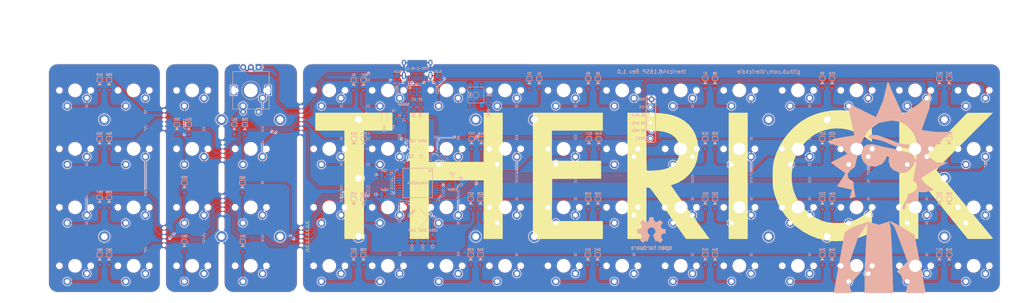
<source format=kicad_pcb>
(kicad_pcb (version 20171130) (host pcbnew "(5.1.2-1)-1")
  (layers (0 F.Cu signal) (31 B.Cu signal) (34 B.Paste user) (35 F.Paste user) (36 B.SilkS user) (37 F.SilkS user hide) (38 B.Mask user) (39 F.Mask user) (44 Edge.Cuts user))
  (net 0 "")
  (net 1 "Net-(D1-Pad2)")
  (net 2 "Net-(D2-Pad2)")
  (net 3 "Net-(D3-Pad2)")
  (net 4 "Net-(D4-Pad2)")
  (net 5 "Net-(D5-Pad2)")
  (net 6 "Net-(D6-Pad2)")
  (net 7 "Net-(D7-Pad2)")
  (net 8 "Net-(D8-Pad2)")
  (net 9 "Net-(D9-Pad2)")
  (net 10 "Net-(D10-Pad2)")
  (net 11 "Net-(D11-Pad2)")
  (net 12 "Net-(D12-Pad2)")
  (net 13 "Net-(D13-Pad2)")
  (net 14 "Net-(D14-Pad2)")
  (net 15 "Net-(D15-Pad2)")
  (net 16 "Net-(D16-Pad2)")
  (net 17 "Net-(D17-Pad2)")
  (net 18 "Net-(D18-Pad2)")
  (net 19 "Net-(D19-Pad2)")
  (net 20 "Net-(D20-Pad2)")
  (net 21 "Net-(D21-Pad2)")
  (net 22 "Net-(D22-Pad2)")
  (net 23 "Net-(D23-Pad2)")
  (net 24 "Net-(D24-Pad2)")
  (net 25 "Net-(D25-Pad2)")
  (net 26 "Net-(D26-Pad2)")
  (net 27 "Net-(D27-Pad2)")
  (net 28 "Net-(D28-Pad2)")
  (net 29 "Net-(D29-Pad2)")
  (net 30 "Net-(D30-Pad2)")
  (net 31 "Net-(D31-Pad2)")
  (net 32 "Net-(D32-Pad2)")
  (net 33 "Net-(D33-Pad2)")
  (net 34 "Net-(D34-Pad2)")
  (net 35 "Net-(D35-Pad2)")
  (net 36 "Net-(D36-Pad2)")
  (net 37 "Net-(D37-Pad2)")
  (net 38 "Net-(D38-Pad2)")
  (net 39 "Net-(D39-Pad2)")
  (net 40 "Net-(D40-Pad2)")
  (net 41 "Net-(D41-Pad2)")
  (net 42 "Net-(D42-Pad2)")
  (net 43 "Net-(D43-Pad2)")
  (net 44 "Net-(D44-Pad2)")
  (net 45 "Net-(D45-Pad2)")
  (net 46 "Net-(D46-Pad2)")
  (net 47 "Net-(D47-Pad2)")
  (net 48 "Net-(D48-Pad2)")
  (net 49 VCC)
  (net 50 "Net-(R3-Pad1)")
  (net 51 "Net-(C6-Pad1)")
  (net 52 XTAL1)
  (net 53 XTAL2)
  (net 54 row0)
  (net 55 row1)
  (net 56 row2)
  (net 57 row3)
  (net 58 D-)
  (net 59 D+)
  (net 60 col0)
  (net 61 col1)
  (net 62 col2)
  (net 63 col3)
  (net 64 col4)
  (net 65 col5)
  (net 66 col6)
  (net 67 col7)
  (net 68 col8)
  (net 69 col9)
  (net 70 col10)
  (net 71 col11)
  (net 72 "Net-(R1-Pad2)")
  (net 73 "Net-(R2-Pad1)")
  (net 74 VBUS)
  (net 75 D-BUS)
  (net 76 D+BUS)
  (net 77 "Net-(J1-PadB5)")
  (net 78 "Net-(J1-PadA5)")
  (net 79 ISP_Reset)
  (net 80 "Net-(D49-Pad2)")
  (net 81 "Net-(D50-Pad2)")
  (net 82 "Net-(D51-Pad2)")
  (net 83 "Net-(D52-Pad2)")
  (net 84 "Net-(D53-Pad2)")
  (net 85 "Net-(D54-Pad2)")
  (net 86 "Net-(D55-Pad2)")
  (net 87 "Net-(D56-Pad2)")
  (net 88 "Net-(D57-Pad2)")
  (net 89 "Net-(D58-Pad2)")
  (net 90 "Net-(D59-Pad2)")
  (net 91 "Net-(D60-Pad2)")
  (net 92 "Net-(D61-Pad2)")
  (net 93 "Net-(D62-Pad2)")
  (net 94 "Net-(D63-Pad2)")
  (net 95 "Net-(D64-Pad2)")
  (net 96 col12)
  (net 97 col13)
  (net 98 col14)
  (net 99 col15)
  (net 100 GND)
  (net 101 "Net-(LED1-Pad2)")
  (net 102 EncA)
  (net 103 EncB)
  (module random-keyboard-parts:Generic-Mounthole (layer F.Cu) (at 109.819711 61.939837)
    (fp_text reference H20)
    (fp_text value MountingHole)
    (pad 1 thru_hole circle (at 0 0) (size 3.5 3.5) (drill 2.2) (layers *.Cu *.Mask))
  )
  (module random-keyboard-parts:Generic-Mounthole (layer F.Cu) (at 109.819711 99.939737)
    (fp_text reference H19)
    (fp_text value MountingHole)
    (pad 1 thru_hole circle (at 0 0) (size 3.5 3.5) (drill 2.2) (layers *.Cu *.Mask))
  )
  (module Keebio-Parts:RotaryEncoder_EC11 (layer F.Cu) (at 119.345086 52.427162 270)
    (fp_text reference SW2)
    (fp_text value Rotary_Encoder_Switch)
    (pad A thru_hole rect (at -7.5 -2.5 270) (size 2 2) (drill 1) (layers *.Cu *.Mask) (net 102 EncA))
    (pad C thru_hole circle (at -7.5 0 270) (size 2 2) (drill 1) (layers *.Cu *.Mask) (net 100 GND))
    (pad B thru_hole circle (at -7.5 2.5 270) (size 2 2) (drill 1) (layers *.Cu *.Mask) (net 103 EncB))
    (pad MP thru_hole rect (at 0 -5.6 270) (size 3.2 2) (drill oval 2.8 1.5) (layers *.Cu *.Mask))
    (pad MP thru_hole rect (at 0 5.6 270) (size 3.2 2) (drill oval 2.8 1.5) (layers *.Cu *.Mask))
    (pad S2 thru_hole circle (at 7 -2.5 270) (size 2 2) (drill 1) (layers *.Cu *.Mask) (net 99 col15))
    (pad S1 thru_hole circle (at 7 2.5 270) (size 2 2) (drill 1) (layers *.Cu *.Mask) (net 83 "Net-(D52-Pad2)"))
  )
  (module Keeb_footprints:MouseBite_IPC7351 (layer F.Cu) (at 110.19971 89.679764 270)
    (fp_text reference U11)
    (fp_text value HOLE)
    (pad "" np_thru_hole circle (at -2.794 0 270) (size 0.8 0.8) (drill 0.8) (layers *.Cu *.Mask))
    (pad "" np_thru_hole circle (at -1.397 0 270) (size 0.8 0.8) (drill 0.8) (layers *.Cu *.Mask))
    (pad "" np_thru_hole circle (at 2.794 0 270) (size 0.8 0.8) (drill 0.8) (layers *.Cu *.Mask))
    (pad "" np_thru_hole circle (at 1.397 0 270) (size 0.8 0.8) (drill 0.8) (layers *.Cu *.Mask))
    (pad "" np_thru_hole circle (at 0 0 270) (size 0.8 0.8) (drill 0.8) (layers *.Cu *.Mask))
  )
  (module Keeb_footprints:MouseBite_IPC7351 (layer F.Cu) (at 110.19971 72.19981 270)
    (fp_text reference U10)
    (fp_text value HOLE)
    (pad "" np_thru_hole circle (at -2.794 0 270) (size 0.8 0.8) (drill 0.8) (layers *.Cu *.Mask))
    (pad "" np_thru_hole circle (at -1.397 0 270) (size 0.8 0.8) (drill 0.8) (layers *.Cu *.Mask))
    (pad "" np_thru_hole circle (at 2.794 0 270) (size 0.8 0.8) (drill 0.8) (layers *.Cu *.Mask))
    (pad "" np_thru_hole circle (at 1.397 0 270) (size 0.8 0.8) (drill 0.8) (layers *.Cu *.Mask))
    (pad "" np_thru_hole circle (at 0 0 270) (size 0.8 0.8) (drill 0.8) (layers *.Cu *.Mask))
  )
  (module Keeb_footprints:D_SOD-123_modified (layer B.Cu) (at 113.9997 65.151 270)
    (fp_text reference D52 (at -3.302 0 180) (layer B.SilkS) (effects (font (size 0.8 0.7)) (justify mirror)))
    (fp_text value D)
    (pad 2 smd roundrect (at 1.65 0 270) (size 1 1.2) (layers B.Cu B.Paste B.Mask) (net 83 "Net-(D52-Pad2)"))
    (pad 1 smd roundrect (at -1.65 0 270) (size 1 1.2) (layers B.Cu B.Paste B.Mask) (net 54 row0))
  )
  (module Keeb_footprints:D_SOD-123_modified (layer B.Cu) (at 97.79 103.124 270)
    (fp_text reference D63 (at -3.302 0 180) (layer B.SilkS) (effects (font (size 0.8 0.7)) (justify mirror)))
    (fp_text value D)
    (pad 2 smd roundrect (at 1.65 0 270) (size 1 1.2) (layers B.Cu B.Paste B.Mask) (net 94 "Net-(D63-Pad2)"))
    (pad 1 smd roundrect (at -1.65 0 270) (size 1 1.2) (layers B.Cu B.Paste B.Mask) (net 57 row3))
  )
  (module Keeb_footprints:MX100 (layer F.Cu) (at 119.345086 109.427012)
    (fp_text reference K64)
    (fp_text value KEYSW)
    (pad 1 thru_hole circle (at 3.7846 2.5527 270) (size 2.54 2.54) (drill 1.525) (layers *.Cu *.Mask) (net 99 col15))
    (pad 2 thru_hole circle (at -2.5654 5.0927) (size 2.54 2.54) (drill 1.525) (layers *.Cu *.Mask) (net 95 "Net-(D64-Pad2)"))
    (pad "" np_thru_hole circle (at -5.1054 0.0127) (size 1.7018 1.7018) (drill 1.7018) (layers *.Cu *.Mask))
    (pad "" np_thru_hole circle (at 5.0546 0.0127) (size 1.7018 1.7018) (drill 1.7018) (layers *.Cu *.Mask))
    (pad "" np_thru_hole circle (at -0.0254 0.0127) (size 3.9878 3.9878) (drill 3.9878) (layers *.Cu *.Mask))
  )
  (module Keeb_footprints:MouseBite_IPC7351 (layer F.Cu) (at 135.659643 61.939837 90)
    (fp_text reference U4)
    (fp_text value HOLE)
    (pad "" np_thru_hole circle (at -2.794 0 90) (size 0.8 0.8) (drill 0.8) (layers *.Cu *.Mask))
    (pad "" np_thru_hole circle (at -1.397 0 90) (size 0.8 0.8) (drill 0.8) (layers *.Cu *.Mask))
    (pad "" np_thru_hole circle (at 2.794 0 90) (size 0.8 0.8) (drill 0.8) (layers *.Cu *.Mask))
    (pad "" np_thru_hole circle (at 1.397 0 90) (size 0.8 0.8) (drill 0.8) (layers *.Cu *.Mask))
    (pad "" np_thru_hole circle (at 0 0 90) (size 0.8 0.8) (drill 0.8) (layers *.Cu *.Mask))
    (pad "" np_thru_hole circle (at 4.191 0 90) (size 0.8 0.8) (drill 0.8) (layers *.Cu *.Mask))
    (pad "" np_thru_hole circle (at -4.191 0 90) (size 0.8 0.8) (drill 0.8) (layers *.Cu *.Mask))
  )
  (module Keeb_footprints:MouseBite_IPC7351 (layer F.Cu) (at 91.19976 99.939737 90)
    (fp_text reference U7)
    (fp_text value HOLE)
    (pad "" np_thru_hole circle (at -2.794 0 90) (size 0.8 0.8) (drill 0.8) (layers *.Cu *.Mask))
    (pad "" np_thru_hole circle (at -1.397 0 90) (size 0.8 0.8) (drill 0.8) (layers *.Cu *.Mask))
    (pad "" np_thru_hole circle (at 2.794 0 90) (size 0.8 0.8) (drill 0.8) (layers *.Cu *.Mask))
    (pad "" np_thru_hole circle (at 1.397 0 90) (size 0.8 0.8) (drill 0.8) (layers *.Cu *.Mask))
    (pad "" np_thru_hole circle (at 0 0 90) (size 0.8 0.8) (drill 0.8) (layers *.Cu *.Mask))
  )
  (module Keeb_footprints:MouseBite_IPC7351 (layer F.Cu) (at 91.19976 61.939837 90)
    (fp_text reference U6)
    (fp_text value HOLE)
    (pad "" np_thru_hole circle (at -2.794 0 90) (size 0.8 0.8) (drill 0.8) (layers *.Cu *.Mask))
    (pad "" np_thru_hole circle (at -1.397 0 90) (size 0.8 0.8) (drill 0.8) (layers *.Cu *.Mask))
    (pad "" np_thru_hole circle (at 2.921 0 90) (size 0.8 0.8) (drill 0.8) (layers *.Cu *.Mask))
    (pad "" np_thru_hole circle (at 1.397 0 90) (size 0.8 0.8) (drill 0.8) (layers *.Cu *.Mask))
    (pad "" np_thru_hole circle (at 0 0 90) (size 0.8 0.8) (drill 0.8) (layers *.Cu *.Mask))
  )
  (module Keeb_footprints:MouseBite_IPC7351 (layer F.Cu) (at 135.659643 99.939737 90)
    (fp_text reference U5)
    (fp_text value HOLE)
    (pad "" np_thru_hole circle (at -2.794 0 90) (size 0.8 0.8) (drill 0.8) (layers *.Cu *.Mask))
    (pad "" np_thru_hole circle (at -1.397 0 90) (size 0.8 0.8) (drill 0.8) (layers *.Cu *.Mask))
    (pad "" np_thru_hole circle (at 2.794 0 90) (size 0.8 0.8) (drill 0.8) (layers *.Cu *.Mask))
    (pad "" np_thru_hole circle (at 1.397 0 90) (size 0.8 0.8) (drill 0.8) (layers *.Cu *.Mask))
    (pad "" np_thru_hole circle (at 0 0 90) (size 0.8 0.8) (drill 0.8) (layers *.Cu *.Mask))
  )
  (module Keebio-Parts:ATMEGA32U4-AU (layer B.Cu) (at 173.437499 82.505002 180)
    (fp_text reference U1)
    (fp_text value ATMEGA32U4 (at 0 -0.0205) (layer B.SilkS) (effects (font (size 0.8 0.7)) (justify mirror)))
    (pad 44 smd rect (at -4 5.9 180) (size 0.5 1.5) (layers B.Cu B.Paste B.Mask) (net 49 VCC))
    (pad 43 smd rect (at -3.2 5.9 180) (size 0.5 1.5) (layers B.Cu B.Paste B.Mask) (net 100 GND))
    (pad 42 smd rect (at -2.4 5.9 180) (size 0.5 1.5) (layers B.Cu B.Paste B.Mask))
    (pad 41 smd rect (at -1.6 5.9 180) (size 0.5 1.5) (layers B.Cu B.Paste B.Mask) (net 66 col6))
    (pad 40 smd rect (at -0.8 5.9 180) (size 0.5 1.5) (layers B.Cu B.Paste B.Mask) (net 65 col5))
    (pad 39 smd rect (at 0 5.9 180) (size 0.5 1.5) (layers B.Cu B.Paste B.Mask) (net 64 col4))
    (pad 38 smd rect (at 0.8 5.9 180) (size 0.5 1.5) (layers B.Cu B.Paste B.Mask) (net 63 col3))
    (pad 37 smd rect (at 1.6 5.9 180) (size 0.5 1.5) (layers B.Cu B.Paste B.Mask) (net 55 row1))
    (pad 36 smd rect (at 2.4 5.9 180) (size 0.5 1.5) (layers B.Cu B.Paste B.Mask) (net 54 row0))
    (pad 35 smd rect (at 3.2 5.9 180) (size 0.5 1.5) (layers B.Cu B.Paste B.Mask) (net 100 GND))
    (pad 34 smd rect (at 4 5.9 180) (size 0.5 1.5) (layers B.Cu B.Paste B.Mask) (net 49 VCC))
    (pad 33 smd rect (at 5.9 4 180) (size 1.5 0.5) (layers B.Cu B.Paste B.Mask) (net 72 "Net-(R1-Pad2)"))
    (pad 32 smd rect (at 5.9 3.2 180) (size 1.5 0.5) (layers B.Cu B.Paste B.Mask))
    (pad 31 smd rect (at 5.9 2.4 180) (size 1.5 0.5) (layers B.Cu B.Paste B.Mask) (net 99 col15))
    (pad 30 smd rect (at 5.9 1.6 180) (size 1.5 0.5) (layers B.Cu B.Paste B.Mask) (net 98 col14))
    (pad 29 smd rect (at 5.9 0.8 180) (size 1.5 0.5) (layers B.Cu B.Paste B.Mask) (net 97 col13))
    (pad 28 smd rect (at 5.9 0 180) (size 1.5 0.5) (layers B.Cu B.Paste B.Mask) (net 96 col12))
    (pad 27 smd rect (at 5.9 -0.8 180) (size 1.5 0.5) (layers B.Cu B.Paste B.Mask) (net 60 col0))
    (pad 26 smd rect (at 5.9 -1.6 180) (size 1.5 0.5) (layers B.Cu B.Paste B.Mask) (net 57 row3))
    (pad 25 smd rect (at 5.9 -2.4 180) (size 1.5 0.5) (layers B.Cu B.Paste B.Mask) (net 56 row2))
    (pad 24 smd rect (at 5.9 -3.2 180) (size 1.5 0.5) (layers B.Cu B.Paste B.Mask) (net 49 VCC))
    (pad 23 smd rect (at 5.9 -4 180) (size 1.5 0.5) (layers B.Cu B.Paste B.Mask) (net 100 GND))
    (pad 22 smd rect (at 4 -5.9 180) (size 0.5 1.5) (layers B.Cu B.Paste B.Mask) (net 61 col1))
    (pad 21 smd rect (at 3.2 -5.9 180) (size 0.5 1.5) (layers B.Cu B.Paste B.Mask) (net 102 EncA))
    (pad 20 smd rect (at 2.4 -5.9 180) (size 0.5 1.5) (layers B.Cu B.Paste B.Mask) (net 103 EncB))
    (pad 19 smd rect (at 1.6 -5.9 180) (size 0.5 1.5) (layers B.Cu B.Paste B.Mask))
    (pad 18 smd rect (at 0.8 -5.9 180) (size 0.5 1.5) (layers B.Cu B.Paste B.Mask))
    (pad 17 smd rect (at 0 -5.9 180) (size 0.5 1.5) (layers B.Cu B.Paste B.Mask) (net 53 XTAL2))
    (pad 16 smd rect (at -0.8 -5.9 180) (size 0.5 1.5) (layers B.Cu B.Paste B.Mask) (net 52 XTAL1))
    (pad 15 smd rect (at -1.6 -5.9 180) (size 0.5 1.5) (layers B.Cu B.Paste B.Mask) (net 100 GND))
    (pad 14 smd rect (at -2.4 -5.9 180) (size 0.5 1.5) (layers B.Cu B.Paste B.Mask) (net 49 VCC))
    (pad 13 smd rect (at -3.2 -5.9 180) (size 0.5 1.5) (layers B.Cu B.Paste B.Mask) (net 79 ISP_Reset))
    (pad 12 smd rect (at -4 -5.9 180) (size 0.5 1.5) (layers B.Cu B.Paste B.Mask) (net 62 col2))
    (pad 11 smd rect (at -5.9 -4 180) (size 1.5 0.5) (layers B.Cu B.Paste B.Mask) (net 71 col11))
    (pad 10 smd rect (at -5.9 -3.2 180) (size 1.5 0.5) (layers B.Cu B.Paste B.Mask) (net 70 col10))
    (pad 9 smd rect (at -5.9 -2.4 180) (size 1.5 0.5) (layers B.Cu B.Paste B.Mask) (net 69 col9))
    (pad 8 smd rect (at -5.9 -1.6 180) (size 1.5 0.5) (layers B.Cu B.Paste B.Mask) (net 68 col8))
    (pad 7 smd rect (at -5.9 -0.8 180) (size 1.5 0.5) (layers B.Cu B.Paste B.Mask) (net 49 VCC))
    (pad 6 smd rect (at -5.9 0 180) (size 1.5 0.5) (layers B.Cu B.Paste B.Mask) (net 51 "Net-(C6-Pad1)"))
    (pad 5 smd rect (at -5.9 0.8 180) (size 1.5 0.5) (layers B.Cu B.Paste B.Mask) (net 100 GND))
    (pad 4 smd rect (at -5.9 1.6 180) (size 1.5 0.5) (layers B.Cu B.Paste B.Mask) (net 50 "Net-(R3-Pad1)"))
    (pad 3 smd rect (at -5.9 2.4 180) (size 1.5 0.5) (layers B.Cu B.Paste B.Mask) (net 73 "Net-(R2-Pad1)"))
    (pad 2 smd rect (at -5.9 3.2 180) (size 1.5 0.5) (layers B.Cu B.Paste B.Mask) (net 49 VCC))
    (pad 1 smd rect (at -5.9 4 180) (size 1.5 0.5) (layers B.Cu B.Paste B.Mask) (net 67 col7))
  )
  (module Artwork:rick_large (layer B.Cu) (at 326.906249 84.005002 180)
    (fp_text reference U2 hide)
    (fp_text value HOLE hide)
  )
  (module Capacitor_SMD:C_0805_2012Metric_Pad1.15x1.40mm_HandSolder (layer B.Cu) (at 178.318999 100.405002 270)
    (fp_text reference C3 (at 2.8 -0.008 90) (layer B.SilkS) (effects (font (size 0.8 0.7)) (justify mirror)))
    (fp_text value 100nF)
    (pad 2 smd roundrect (at 1.025 0 270) (size 1.15 1.4) (layers B.Cu B.Paste B.Mask) (roundrect_rratio 0.217391) (net 100 GND))
    (pad 1 smd roundrect (at -1.025 0 270) (size 1.15 1.4) (layers B.Cu B.Paste B.Mask) (roundrect_rratio 0.217391) (net 49 VCC))
  )
  (module Capacitor_SMD:C_0805_2012Metric_Pad1.15x1.40mm_HandSolder (layer B.Cu) (at 184.676999 83.110002)
    (fp_text reference C4 (at 2.8 0) (layer B.SilkS) (effects (font (size 0.8 0.7)) (justify mirror)))
    (fp_text value 100nF)
    (pad 2 smd roundrect (at 1.025 0) (size 1.15 1.4) (layers B.Cu B.Paste B.Mask) (roundrect_rratio 0.217391) (net 100 GND))
    (pad 1 smd roundrect (at -1.025 0) (size 1.15 1.4) (layers B.Cu B.Paste B.Mask) (roundrect_rratio 0.217391) (net 49 VCC))
  )
  (module Capacitor_SMD:C_0805_2012Metric_Pad1.15x1.40mm_HandSolder (layer B.Cu) (at 162.705999 86.212002 180)
    (fp_text reference C5 (at 2.8 0) (layer B.SilkS) (effects (font (size 0.8 0.7)) (justify mirror)))
    (fp_text value 10uF)
    (pad 2 smd roundrect (at 1.025 0 180) (size 1.15 1.4) (layers B.Cu B.Paste B.Mask) (roundrect_rratio 0.217391) (net 100 GND))
    (pad 1 smd roundrect (at -1.025 0 180) (size 1.15 1.4) (layers B.Cu B.Paste B.Mask) (roundrect_rratio 0.217391) (net 49 VCC))
  )
  (module Capacitor_SMD:C_0805_2012Metric_Pad1.15x1.40mm_HandSolder (layer B.Cu) (at 175.151999 100.405002 270)
    (fp_text reference CX1 (at 3.079 0 90) (layer B.SilkS) (effects (font (size 0.8 0.7)) (justify mirror)))
    (fp_text value 22pF)
    (pad 2 smd roundrect (at 1.025 0 270) (size 1.15 1.4) (layers B.Cu B.Paste B.Mask) (roundrect_rratio 0.217391) (net 100 GND))
    (pad 1 smd roundrect (at -1.025 0 270) (size 1.15 1.4) (layers B.Cu B.Paste B.Mask) (roundrect_rratio 0.217391) (net 52 XTAL1))
  )
  (module Capacitor_SMD:C_0805_2012Metric_Pad1.15x1.40mm_HandSolder (layer B.Cu) (at 171.595999 100.405002 270)
    (fp_text reference CX2 (at 3.079 0 90) (layer B.SilkS) (effects (font (size 0.8 0.7)) (justify mirror)))
    (fp_text value 22pF)
    (pad 2 smd roundrect (at 1.025 0 270) (size 1.15 1.4) (layers B.Cu B.Paste B.Mask) (roundrect_rratio 0.217391) (net 100 GND))
    (pad 1 smd roundrect (at -1.025 0 270) (size 1.15 1.4) (layers B.Cu B.Paste B.Mask) (roundrect_rratio 0.217391) (net 53 XTAL2))
  )
  (module Resistor_SMD:R_0805_2012Metric_Pad1.15x1.40mm_HandSolder (layer B.Cu) (at 172.146999 57.923002 90)
    (fp_text reference R2 (at -2.635 0 270) (layer B.SilkS) (effects (font (size 0.8 0.7)) (justify mirror)))
    (fp_text value 22)
    (pad 2 smd roundrect (at 1.025 0 90) (size 1.15 1.4) (layers B.Cu B.Paste B.Mask) (roundrect_rratio 0.217391) (net 58 D-))
    (pad 1 smd roundrect (at -1.025 0 90) (size 1.15 1.4) (layers B.Cu B.Paste B.Mask) (roundrect_rratio 0.217391) (net 73 "Net-(R2-Pad1)"))
  )
  (module Resistor_SMD:R_0805_2012Metric_Pad1.15x1.40mm_HandSolder (layer B.Cu) (at 174.389999 57.923002 90)
    (fp_text reference R3 (at -2.635 -0.0205 270) (layer B.SilkS) (effects (font (size 0.8 0.7)) (justify mirror)))
    (fp_text value 22)
    (pad 2 smd roundrect (at 1.025 0 90) (size 1.15 1.4) (layers B.Cu B.Paste B.Mask) (roundrect_rratio 0.217391) (net 59 D+))
    (pad 1 smd roundrect (at -1.025 0 90) (size 1.15 1.4) (layers B.Cu B.Paste B.Mask) (roundrect_rratio 0.217391) (net 50 "Net-(R3-Pad1)"))
  )
  (module Capacitor_SMD:C_0805_2012Metric_Pad1.15x1.40mm_HandSolder (layer B.Cu) (at 171.726999 71.174002 90)
    (fp_text reference C2 (at -2.719 -0.004 270) (layer B.SilkS) (effects (font (size 0.8 0.7)) (justify mirror)))
    (fp_text value 100nF)
    (pad 2 smd roundrect (at 1.025 0 90) (size 1.15 1.4) (layers B.Cu B.Paste B.Mask) (roundrect_rratio 0.217391) (net 100 GND))
    (pad 1 smd roundrect (at -1.025 0 90) (size 1.15 1.4) (layers B.Cu B.Paste B.Mask) (roundrect_rratio 0.217391) (net 49 VCC))
  )
  (module Capacitor_SMD:C_0805_2012Metric_Pad1.15x1.40mm_HandSolder (layer B.Cu) (at 184.676999 81.005002)
    (fp_text reference C6 (at 2.8 -0.075) (layer B.SilkS) (effects (font (size 0.8 0.7)) (justify mirror)))
    (fp_text value 1uF)
    (pad 2 smd roundrect (at 1.025 0) (size 1.15 1.4) (layers B.Cu B.Paste B.Mask) (roundrect_rratio 0.217391) (net 100 GND))
    (pad 1 smd roundrect (at -1.025 0) (size 1.15 1.4) (layers B.Cu B.Paste B.Mask) (roundrect_rratio 0.217391) (net 51 "Net-(C6-Pad1)"))
  )
  (module Resistor_SMD:R_0805_2012Metric_Pad1.15x1.40mm_HandSolder (layer B.Cu) (at 162.737499 79.862002)
    (fp_text reference R1 (at -2.8 0) (layer B.SilkS) (effects (font (size 0.8 0.7)) (justify mirror)))
    (fp_text value 10k)
    (pad 2 smd roundrect (at 1.025 0) (size 1.15 1.4) (layers B.Cu B.Paste B.Mask) (roundrect_rratio 0.217391) (net 72 "Net-(R1-Pad2)"))
    (pad 1 smd roundrect (at -1.025 0) (size 1.15 1.4) (layers B.Cu B.Paste B.Mask) (roundrect_rratio 0.217391) (net 100 GND))
  )
  (module Crystal:Crystal_SMD_3225-4Pin_3.2x2.5mm_HandSoldering (layer B.Cu) (at 173.637499 94.205002 225)
    (fp_text reference Y1 (at -4.02167 -3.533766) (layer B.SilkS) (effects (font (size 0.8 0.7)) (justify mirror)))
    (fp_text value 16MHz)
    (pad 4 smd rect (at -1.45 1.15 225) (size 2.1 1.8) (layers B.Cu B.Paste B.Mask) (net 100 GND))
    (pad 3 smd rect (at 1.45 1.15 225) (size 2.1 1.8) (layers B.Cu B.Paste B.Mask) (net 53 XTAL2))
    (pad 2 smd rect (at 1.45 -1.15 225) (size 2.1 1.8) (layers B.Cu B.Paste B.Mask) (net 100 GND))
    (pad 1 smd rect (at -1.45 -1.15 225) (size 2.1 1.8) (layers B.Cu B.Paste B.Mask) (net 52 XTAL1))
  )
  (module Fuse:Fuse_0805_2012Metric_Pad1.15x1.40mm_HandSolder (layer B.Cu) (at 169.055999 59.542002 90)
    (fp_text reference F1 (at -2.54 0 90) (layer B.SilkS) (effects (font (size 0.8 0.7)) (justify mirror)))
    (fp_text value 500mA)
    (pad 2 smd roundrect (at 1.025 0 90) (size 1.15 1.4) (layers B.Cu B.Paste B.Mask) (roundrect_rratio 0.217391) (net 74 VBUS))
    (pad 1 smd roundrect (at -1.025 0 90) (size 1.15 1.4) (layers B.Cu B.Paste B.Mask) (roundrect_rratio 0.217391) (net 49 VCC))
  )
  (module Capacitor_SMD:C_0805_2012Metric_Pad1.15x1.40mm_HandSolder (layer B.Cu) (at 174.650499 71.174002 90)
    (fp_text reference C1 (at -2.719 -0.0065 270) (layer B.SilkS) (effects (font (size 0.8 0.7)) (justify mirror)))
    (fp_text value 100nF)
    (pad 2 smd roundrect (at 1.025 0 90) (size 1.15 1.4) (layers B.Cu B.Paste B.Mask) (roundrect_rratio 0.217391) (net 100 GND))
    (pad 1 smd roundrect (at -1.025 0 90) (size 1.15 1.4) (layers B.Cu B.Paste B.Mask) (roundrect_rratio 0.217391) (net 49 VCC))
  )
  (module Resistor_SMD:R_0805_2012Metric_Pad1.15x1.40mm_HandSolder (layer B.Cu) (at 196.469 56.388 90)
    (fp_text reference RSW1 (at -3.429 0 90) (layer B.SilkS) (effects (font (size 0.8 0.7)) (justify mirror)))
    (fp_text value 10k)
    (pad 2 smd roundrect (at 1.025 0 90) (size 1.15 1.4) (layers B.Cu B.Paste B.Mask) (roundrect_rratio 0.217391) (net 49 VCC))
    (pad 1 smd roundrect (at -1.025 0 90) (size 1.15 1.4) (layers B.Cu B.Paste B.Mask) (roundrect_rratio 0.217391) (net 79 ISP_Reset))
  )
  (module Resistor_SMD:R_0805_2012Metric_Pad1.15x1.40mm_HandSolder (layer B.Cu) (at 179.835999 48.832002 270)
    (fp_text reference RCC2 (at 3.429 0 90) (layer B.SilkS) (effects (font (size 0.8 0.7)) (justify mirror)))
    (fp_text value 5.1K)
    (pad 2 smd roundrect (at 1.025 0 270) (size 1.15 1.4) (layers B.Cu B.Paste B.Mask) (roundrect_rratio 0.217391) (net 77 "Net-(J1-PadB5)"))
    (pad 1 smd roundrect (at -1.025 0 270) (size 1.15 1.4) (layers B.Cu B.Paste B.Mask) (roundrect_rratio 0.217391) (net 100 GND))
  )
  (module Resistor_SMD:R_0805_2012Metric_Pad1.15x1.40mm_HandSolder (layer B.Cu) (at 166.754999 48.832002 270)
    (fp_text reference RCC1 (at 3.429 0 90) (layer B.SilkS) (effects (font (size 0.8 0.7)) (justify mirror)))
    (fp_text value 5.1K)
    (pad 2 smd roundrect (at 1.025 0 270) (size 1.15 1.4) (layers B.Cu B.Paste B.Mask) (roundrect_rratio 0.217391) (net 78 "Net-(J1-PadA5)"))
    (pad 1 smd roundrect (at -1.025 0 270) (size 1.15 1.4) (layers B.Cu B.Paste B.Mask) (roundrect_rratio 0.217391) (net 100 GND))
  )
  (module Keeb_footprints:D_SOD-123_modified (layer B.Cu) (at 152.672999 50.731377 270)
    (fp_text reference D1 (at -3.302 0 180) (layer B.SilkS) (effects (font (size 0.8 0.7)) (justify mirror)))
    (fp_text value D)
    (pad 2 smd roundrect (at 1.65 0 270) (size 1 1.2) (layers B.Cu B.Paste B.Mask) (net 1 "Net-(D1-Pad2)"))
    (pad 1 smd roundrect (at -1.65 0 270) (size 1 1.2) (layers B.Cu B.Paste B.Mask) (net 54 row0))
  )
  (module Keeb_footprints:D_SOD-123_modified (layer B.Cu) (at 155.847999 50.731377 270)
    (fp_text reference D2 (at -3.302 0 180) (layer B.SilkS) (effects (font (size 0.8 0.7)) (justify mirror)))
    (fp_text value D)
    (pad 2 smd roundrect (at 1.65 0 270) (size 1 1.2) (layers B.Cu B.Paste B.Mask) (net 2 "Net-(D2-Pad2)"))
    (pad 1 smd roundrect (at -1.65 0 270) (size 1 1.2) (layers B.Cu B.Paste B.Mask) (net 54 row0))
  )
  (module Keeb_footprints:D_SOD-123_modified (layer B.Cu) (at 209.695999 50.271002 270)
    (fp_text reference D3 (at -3.302 0 180) (layer B.SilkS) (effects (font (size 0.8 0.7)) (justify mirror)))
    (fp_text value D)
    (pad 2 smd roundrect (at 1.65 0 270) (size 1 1.2) (layers B.Cu B.Paste B.Mask) (net 3 "Net-(D3-Pad2)"))
    (pad 1 smd roundrect (at -1.65 0 270) (size 1 1.2) (layers B.Cu B.Paste B.Mask) (net 54 row0))
  )
  (module Keeb_footprints:D_SOD-123_modified (layer B.Cu) (at 212.870999 50.271002 270)
    (fp_text reference D4 (at -3.302 0 180) (layer B.SilkS) (effects (font (size 0.8 0.7)) (justify mirror)))
    (fp_text value D)
    (pad 2 smd roundrect (at 1.65 0 270) (size 1 1.2) (layers B.Cu B.Paste B.Mask) (net 4 "Net-(D4-Pad2)"))
    (pad 1 smd roundrect (at -1.65 0 270) (size 1 1.2) (layers B.Cu B.Paste B.Mask) (net 54 row0))
  )
  (module Keeb_footprints:D_SOD-123_modified (layer B.Cu) (at 228.745999 50.223377 270)
    (fp_text reference D5 (at -3.302 0 180) (layer B.SilkS) (effects (font (size 0.8 0.7)) (justify mirror)))
    (fp_text value D)
    (pad 2 smd roundrect (at 1.65 0 270) (size 1 1.2) (layers B.Cu B.Paste B.Mask) (net 5 "Net-(D5-Pad2)"))
    (pad 1 smd roundrect (at -1.65 0 270) (size 1 1.2) (layers B.Cu B.Paste B.Mask) (net 54 row0))
  )
  (module Keeb_footprints:D_SOD-123_modified (layer B.Cu) (at 231.920999 50.223377 270)
    (fp_text reference D6 (at -3.302 0 180) (layer B.SilkS) (effects (font (size 0.8 0.7)) (justify mirror)))
    (fp_text value D)
    (pad 2 smd roundrect (at 1.65 0 270) (size 1 1.2) (layers B.Cu B.Paste B.Mask) (net 6 "Net-(D6-Pad2)"))
    (pad 1 smd roundrect (at -1.65 0 270) (size 1 1.2) (layers B.Cu B.Paste B.Mask) (net 54 row0))
  )
  (module Keeb_footprints:D_SOD-123_modified (layer B.Cu) (at 266.718999 50.223377 270)
    (fp_text reference D7 (at -3.302 0 180) (layer B.SilkS) (effects (font (size 0.8 0.7)) (justify mirror)))
    (fp_text value D)
    (pad 2 smd roundrect (at 1.65 0 270) (size 1 1.2) (layers B.Cu B.Paste B.Mask) (net 7 "Net-(D7-Pad2)"))
    (pad 1 smd roundrect (at -1.65 0 270) (size 1 1.2) (layers B.Cu B.Paste B.Mask) (net 54 row0))
  )
  (module Keeb_footprints:D_SOD-123_modified (layer B.Cu) (at 269.893999 50.223377 270)
    (fp_text reference D8 (at -3.302 0 180) (layer B.SilkS) (effects (font (size 0.8 0.7)) (justify mirror)))
    (fp_text value D)
    (pad 2 smd roundrect (at 1.65 0 270) (size 1 1.2) (layers B.Cu B.Paste B.Mask) (net 8 "Net-(D8-Pad2)"))
    (pad 1 smd roundrect (at -1.65 0 270) (size 1 1.2) (layers B.Cu B.Paste B.Mask) (net 54 row0))
  )
  (module Keeb_footprints:D_SOD-123_modified (layer B.Cu) (at 304.691999 50.223377 270)
    (fp_text reference D9 (at -3.302 0 180) (layer B.SilkS) (effects (font (size 0.8 0.7)) (justify mirror)))
    (fp_text value D)
    (pad 2 smd roundrect (at 1.65 0 270) (size 1 1.2) (layers B.Cu B.Paste B.Mask) (net 9 "Net-(D9-Pad2)"))
    (pad 1 smd roundrect (at -1.65 0 270) (size 1 1.2) (layers B.Cu B.Paste B.Mask) (net 54 row0))
  )
  (module Keeb_footprints:D_SOD-123_modified (layer B.Cu) (at 307.866999 50.223377 270)
    (fp_text reference D10 (at -3.302 0 180) (layer B.SilkS) (effects (font (size 0.8 0.7)) (justify mirror)))
    (fp_text value D)
    (pad 2 smd roundrect (at 1.65 0 270) (size 1 1.2) (layers B.Cu B.Paste B.Mask) (net 10 "Net-(D10-Pad2)"))
    (pad 1 smd roundrect (at -1.65 0 270) (size 1 1.2) (layers B.Cu B.Paste B.Mask) (net 54 row0))
  )
  (module Keeb_footprints:D_SOD-123_modified (layer B.Cu) (at 342.664999 50.223377 270)
    (fp_text reference D11 (at -3.302 0 180) (layer B.SilkS) (effects (font (size 0.8 0.7)) (justify mirror)))
    (fp_text value D)
    (pad 2 smd roundrect (at 1.65 0 270) (size 1 1.2) (layers B.Cu B.Paste B.Mask) (net 11 "Net-(D11-Pad2)"))
    (pad 1 smd roundrect (at -1.65 0 270) (size 1 1.2) (layers B.Cu B.Paste B.Mask) (net 54 row0))
  )
  (module Keeb_footprints:D_SOD-123_modified (layer B.Cu) (at 152.799999 69.781377 270)
    (fp_text reference D13 (at -3.302 0 180) (layer B.SilkS) (effects (font (size 0.8 0.7)) (justify mirror)))
    (fp_text value D)
    (pad 2 smd roundrect (at 1.65 0 270) (size 1 1.2) (layers B.Cu B.Paste B.Mask) (net 13 "Net-(D13-Pad2)"))
    (pad 1 smd roundrect (at -1.65 0 270) (size 1 1.2) (layers B.Cu B.Paste B.Mask) (net 55 row1))
  )
  (module Keeb_footprints:D_SOD-123_modified (layer B.Cu) (at 155.974999 69.781377 270)
    (fp_text reference D14 (at -3.302 0 180) (layer B.SilkS) (effects (font (size 0.8 0.7)) (justify mirror)))
    (fp_text value D)
    (pad 2 smd roundrect (at 1.65 0 270) (size 1 1.2) (layers B.Cu B.Paste B.Mask) (net 14 "Net-(D14-Pad2)"))
    (pad 1 smd roundrect (at -1.65 0 270) (size 1 1.2) (layers B.Cu B.Paste B.Mask) (net 55 row1))
  )
  (module Keeb_footprints:D_SOD-123_modified (layer B.Cu) (at 190.899999 69.781377 270)
    (fp_text reference D15 (at -3.302 0 180) (layer B.SilkS) (effects (font (size 0.8 0.7)) (justify mirror)))
    (fp_text value D)
    (pad 2 smd roundrect (at 1.65 0 270) (size 1 1.2) (layers B.Cu B.Paste B.Mask) (net 15 "Net-(D15-Pad2)"))
    (pad 1 smd roundrect (at -1.65 0 270) (size 1 1.2) (layers B.Cu B.Paste B.Mask) (net 55 row1))
  )
  (module Keeb_footprints:D_SOD-123_modified (layer B.Cu) (at 194.074999 69.781377 270)
    (fp_text reference D16 (at -3.302 0 180) (layer B.SilkS) (effects (font (size 0.8 0.7)) (justify mirror)))
    (fp_text value D)
    (pad 2 smd roundrect (at 1.65 0 270) (size 1 1.2) (layers B.Cu B.Paste B.Mask) (net 16 "Net-(D16-Pad2)"))
    (pad 1 smd roundrect (at -1.65 0 270) (size 1 1.2) (layers B.Cu B.Paste B.Mask) (net 55 row1))
  )
  (module Keeb_footprints:D_SOD-123_modified (layer B.Cu) (at 228.999999 69.781377 270)
    (fp_text reference D17 (at -3.302 0 180) (layer B.SilkS) (effects (font (size 0.8 0.7)) (justify mirror)))
    (fp_text value D)
    (pad 2 smd roundrect (at 1.65 0 270) (size 1 1.2) (layers B.Cu B.Paste B.Mask) (net 17 "Net-(D17-Pad2)"))
    (pad 1 smd roundrect (at -1.65 0 270) (size 1 1.2) (layers B.Cu B.Paste B.Mask) (net 55 row1))
  )
  (module Keeb_footprints:D_SOD-123_modified (layer B.Cu) (at 232.174999 69.781377 270)
    (fp_text reference D18 (at -3.302 0 180) (layer B.SilkS) (effects (font (size 0.8 0.7)) (justify mirror)))
    (fp_text value D)
    (pad 2 smd roundrect (at 1.65 0 270) (size 1 1.2) (layers B.Cu B.Paste B.Mask) (net 18 "Net-(D18-Pad2)"))
    (pad 1 smd roundrect (at -1.65 0 270) (size 1 1.2) (layers B.Cu B.Paste B.Mask) (net 55 row1))
  )
  (module Keeb_footprints:D_SOD-123_modified (layer B.Cu) (at 266.718999 69.781377 270)
    (fp_text reference D19 (at -3.302 0 180) (layer B.SilkS) (effects (font (size 0.8 0.7)) (justify mirror)))
    (fp_text value D)
    (pad 2 smd roundrect (at 1.65 0 270) (size 1 1.2) (layers B.Cu B.Paste B.Mask) (net 19 "Net-(D19-Pad2)"))
    (pad 1 smd roundrect (at -1.65 0 270) (size 1 1.2) (layers B.Cu B.Paste B.Mask) (net 55 row1))
  )
  (module Keeb_footprints:D_SOD-123_modified (layer B.Cu) (at 269.893999 69.781377 270)
    (fp_text reference D20 (at -3.302 0 180) (layer B.SilkS) (effects (font (size 0.8 0.7)) (justify mirror)))
    (fp_text value D)
    (pad 2 smd roundrect (at 1.65 0 270) (size 1 1.2) (layers B.Cu B.Paste B.Mask) (net 20 "Net-(D20-Pad2)"))
    (pad 1 smd roundrect (at -1.65 0 270) (size 1 1.2) (layers B.Cu B.Paste B.Mask) (net 55 row1))
  )
  (module Keeb_footprints:D_SOD-123_modified (layer B.Cu) (at 304.691999 69.781377 270)
    (fp_text reference D21 (at -3.302 0 180) (layer B.SilkS) (effects (font (size 0.8 0.7)) (justify mirror)))
    (fp_text value D)
    (pad 2 smd roundrect (at 1.65 0 270) (size 1 1.2) (layers B.Cu B.Paste B.Mask) (net 21 "Net-(D21-Pad2)"))
    (pad 1 smd roundrect (at -1.65 0 270) (size 1 1.2) (layers B.Cu B.Paste B.Mask) (net 55 row1))
  )
  (module Keeb_footprints:D_SOD-123_modified (layer B.Cu) (at 307.866999 69.781377 270)
    (fp_text reference D22 (at -3.302 0 180) (layer B.SilkS) (effects (font (size 0.8 0.7)) (justify mirror)))
    (fp_text value D)
    (pad 2 smd roundrect (at 1.65 0 270) (size 1 1.2) (layers B.Cu B.Paste B.Mask) (net 22 "Net-(D22-Pad2)"))
    (pad 1 smd roundrect (at -1.65 0 270) (size 1 1.2) (layers B.Cu B.Paste B.Mask) (net 55 row1))
  )
  (module Keeb_footprints:D_SOD-123_modified (layer B.Cu) (at 342.664999 69.781377 270)
    (fp_text reference D23 (at -3.302 0 180) (layer B.SilkS) (effects (font (size 0.8 0.7)) (justify mirror)))
    (fp_text value D)
    (pad 2 smd roundrect (at 1.65 0 270) (size 1 1.2) (layers B.Cu B.Paste B.Mask) (net 23 "Net-(D23-Pad2)"))
    (pad 1 smd roundrect (at -1.65 0 270) (size 1 1.2) (layers B.Cu B.Paste B.Mask) (net 55 row1))
  )
  (module Keeb_footprints:D_SOD-123_modified (layer B.Cu) (at 345.839999 69.781377 270)
    (fp_text reference D24 (at -3.302 0 180) (layer B.SilkS) (effects (font (size 0.8 0.7)) (justify mirror)))
    (fp_text value D)
    (pad 2 smd roundrect (at 1.65 0 270) (size 1 1.2) (layers B.Cu B.Paste B.Mask) (net 24 "Net-(D24-Pad2)"))
    (pad 1 smd roundrect (at -1.65 0 270) (size 1 1.2) (layers B.Cu B.Paste B.Mask) (net 55 row1))
  )
  (module Keeb_footprints:D_SOD-123_modified (layer B.Cu) (at 152.672999 89.339377 270)
    (fp_text reference D25 (at -3.302 0 180) (layer B.SilkS) (effects (font (size 0.8 0.7)) (justify mirror)))
    (fp_text value D)
    (pad 2 smd roundrect (at 1.65 0 270) (size 1 1.2) (layers B.Cu B.Paste B.Mask) (net 25 "Net-(D25-Pad2)"))
    (pad 1 smd roundrect (at -1.65 0 270) (size 1 1.2) (layers B.Cu B.Paste B.Mask) (net 56 row2))
  )
  (module Keeb_footprints:D_SOD-123_modified (layer B.Cu) (at 155.847999 89.339377 270)
    (fp_text reference D26 (at -3.302 0 180) (layer B.SilkS) (effects (font (size 0.8 0.7)) (justify mirror)))
    (fp_text value D)
    (pad 2 smd roundrect (at 1.65 0 270) (size 1 1.2) (layers B.Cu B.Paste B.Mask) (net 26 "Net-(D26-Pad2)"))
    (pad 1 smd roundrect (at -1.65 0 270) (size 1 1.2) (layers B.Cu B.Paste B.Mask) (net 56 row2))
  )
  (module Keeb_footprints:D_SOD-123_modified (layer B.Cu) (at 190.645999 89.339377 270)
    (fp_text reference D27 (at -3.302 0 180) (layer B.SilkS) (effects (font (size 0.8 0.7)) (justify mirror)))
    (fp_text value D)
    (pad 2 smd roundrect (at 1.65 0 270) (size 1 1.2) (layers B.Cu B.Paste B.Mask) (net 27 "Net-(D27-Pad2)"))
    (pad 1 smd roundrect (at -1.65 0 270) (size 1 1.2) (layers B.Cu B.Paste B.Mask) (net 56 row2))
  )
  (module Keeb_footprints:D_SOD-123_modified (layer B.Cu) (at 193.820999 89.339377 270)
    (fp_text reference D28 (at -3.302 0 180) (layer B.SilkS) (effects (font (size 0.8 0.7)) (justify mirror)))
    (fp_text value D)
    (pad 2 smd roundrect (at 1.65 0 270) (size 1 1.2) (layers B.Cu B.Paste B.Mask) (net 28 "Net-(D28-Pad2)"))
    (pad 1 smd roundrect (at -1.65 0 270) (size 1 1.2) (layers B.Cu B.Paste B.Mask) (net 56 row2))
  )
  (module Keeb_footprints:D_SOD-123_modified (layer B.Cu) (at 228.745999 89.339377 270)
    (fp_text reference D29 (at -3.302 0 180) (layer B.SilkS) (effects (font (size 0.8 0.7)) (justify mirror)))
    (fp_text value D)
    (pad 2 smd roundrect (at 1.65 0 270) (size 1 1.2) (layers B.Cu B.Paste B.Mask) (net 29 "Net-(D29-Pad2)"))
    (pad 1 smd roundrect (at -1.65 0 270) (size 1 1.2) (layers B.Cu B.Paste B.Mask) (net 56 row2))
  )
  (module Keeb_footprints:D_SOD-123_modified (layer B.Cu) (at 231.920999 89.339377 270)
    (fp_text reference D30 (at -3.302 0 180) (layer B.SilkS) (effects (font (size 0.8 0.7)) (justify mirror)))
    (fp_text value D)
    (pad 2 smd roundrect (at 1.65 0 270) (size 1 1.2) (layers B.Cu B.Paste B.Mask) (net 30 "Net-(D30-Pad2)"))
    (pad 1 smd roundrect (at -1.65 0 270) (size 1 1.2) (layers B.Cu B.Paste B.Mask) (net 56 row2))
  )
  (module Keeb_footprints:D_SOD-123_modified (layer B.Cu) (at 266.718999 89.339377 270)
    (fp_text reference D31 (at -3.302 0 180) (layer B.SilkS) (effects (font (size 0.8 0.7)) (justify mirror)))
    (fp_text value D)
    (pad 2 smd roundrect (at 1.65 0 270) (size 1 1.2) (layers B.Cu B.Paste B.Mask) (net 31 "Net-(D31-Pad2)"))
    (pad 1 smd roundrect (at -1.65 0 270) (size 1 1.2) (layers B.Cu B.Paste B.Mask) (net 56 row2))
  )
  (module Keeb_footprints:D_SOD-123_modified (layer B.Cu) (at 269.893999 89.339377 270)
    (fp_text reference D32 (at -3.302 0 180) (layer B.SilkS) (effects (font (size 0.8 0.7)) (justify mirror)))
    (fp_text value D)
    (pad 2 smd roundrect (at 1.65 0 270) (size 1 1.2) (layers B.Cu B.Paste B.Mask) (net 32 "Net-(D32-Pad2)"))
    (pad 1 smd roundrect (at -1.65 0 270) (size 1 1.2) (layers B.Cu B.Paste B.Mask) (net 56 row2))
  )
  (module Keeb_footprints:D_SOD-123_modified (layer B.Cu) (at 304.691999 89.339377 270)
    (fp_text reference D33 (at -3.302 0 180) (layer B.SilkS) (effects (font (size 0.8 0.7)) (justify mirror)))
    (fp_text value D)
    (pad 2 smd roundrect (at 1.65 0 270) (size 1 1.2) (layers B.Cu B.Paste B.Mask) (net 33 "Net-(D33-Pad2)"))
    (pad 1 smd roundrect (at -1.65 0 270) (size 1 1.2) (layers B.Cu B.Paste B.Mask) (net 56 row2))
  )
  (module Keeb_footprints:D_SOD-123_modified (layer B.Cu) (at 307.866999 89.339377 270)
    (fp_text reference D34 (at -3.302 0 180) (layer B.SilkS) (effects (font (size 0.8 0.7)) (justify mirror)))
    (fp_text value D)
    (pad 2 smd roundrect (at 1.65 0 270) (size 1 1.2) (layers B.Cu B.Paste B.Mask) (net 34 "Net-(D34-Pad2)"))
    (pad 1 smd roundrect (at -1.65 0 270) (size 1 1.2) (layers B.Cu B.Paste B.Mask) (net 56 row2))
  )
  (module Keeb_footprints:D_SOD-123_modified (layer B.Cu) (at 342.664999 89.339377 270)
    (fp_text reference D35 (at -3.302 0 180) (layer B.SilkS) (effects (font (size 0.8 0.7)) (justify mirror)))
    (fp_text value D)
    (pad 2 smd roundrect (at 1.65 0 270) (size 1 1.2) (layers B.Cu B.Paste B.Mask) (net 35 "Net-(D35-Pad2)"))
    (pad 1 smd roundrect (at -1.65 0 270) (size 1 1.2) (layers B.Cu B.Paste B.Mask) (net 56 row2))
  )
  (module Keeb_footprints:D_SOD-123_modified (layer B.Cu) (at 345.839999 89.339377 270)
    (fp_text reference D36 (at -3.302 0 180) (layer B.SilkS) (effects (font (size 0.8 0.7)) (justify mirror)))
    (fp_text value D)
    (pad 2 smd roundrect (at 1.65 0 270) (size 1 1.2) (layers B.Cu B.Paste B.Mask) (net 36 "Net-(D36-Pad2)"))
    (pad 1 smd roundrect (at -1.65 0 270) (size 1 1.2) (layers B.Cu B.Paste B.Mask) (net 56 row2))
  )
  (module Keeb_footprints:D_SOD-123_modified (layer B.Cu) (at 152.673804 107.500377 270)
    (fp_text reference D37 (at -3.302 0 180) (layer B.SilkS) (effects (font (size 0.8 0.7)) (justify mirror)))
    (fp_text value D)
    (pad 2 smd roundrect (at 1.65 0 270) (size 1 1.2) (layers B.Cu B.Paste B.Mask) (net 37 "Net-(D37-Pad2)"))
    (pad 1 smd roundrect (at -1.65 0 270) (size 1 1.2) (layers B.Cu B.Paste B.Mask) (net 57 row3))
  )
  (module Keeb_footprints:D_SOD-123_modified (layer B.Cu) (at 155.847999 107.500377 270)
    (fp_text reference D38 (at -3.302 0 180) (layer B.SilkS) (effects (font (size 0.8 0.7)) (justify mirror)))
    (fp_text value D)
    (pad 2 smd roundrect (at 1.65 0 270) (size 1 1.2) (layers B.Cu B.Paste B.Mask) (net 38 "Net-(D38-Pad2)"))
    (pad 1 smd roundrect (at -1.65 0 270) (size 1 1.2) (layers B.Cu B.Paste B.Mask) (net 57 row3))
  )
  (module Keeb_footprints:D_SOD-123_modified (layer B.Cu) (at 190.645999 107.500377 270)
    (fp_text reference D39 (at -3.302 0 180) (layer B.SilkS) (effects (font (size 0.8 0.7)) (justify mirror)))
    (fp_text value D)
    (pad 2 smd roundrect (at 1.65 0 270) (size 1 1.2) (layers B.Cu B.Paste B.Mask) (net 39 "Net-(D39-Pad2)"))
    (pad 1 smd roundrect (at -1.65 0 270) (size 1 1.2) (layers B.Cu B.Paste B.Mask) (net 57 row3))
  )
  (module Keeb_footprints:D_SOD-123_modified (layer B.Cu) (at 193.820999 107.500377 270)
    (fp_text reference D40 (at -3.302 0 180) (layer B.SilkS) (effects (font (size 0.8 0.7)) (justify mirror)))
    (fp_text value D)
    (pad 2 smd roundrect (at 1.65 0 270) (size 1 1.2) (layers B.Cu B.Paste B.Mask) (net 40 "Net-(D40-Pad2)"))
    (pad 1 smd roundrect (at -1.65 0 270) (size 1 1.2) (layers B.Cu B.Paste B.Mask) (net 57 row3))
  )
  (module Keeb_footprints:D_SOD-123_modified (layer B.Cu) (at 228.618999 107.500377 270)
    (fp_text reference D41 (at -3.302 0 180) (layer B.SilkS) (effects (font (size 0.8 0.7)) (justify mirror)))
    (fp_text value D)
    (pad 2 smd roundrect (at 1.65 0 270) (size 1 1.2) (layers B.Cu B.Paste B.Mask) (net 41 "Net-(D41-Pad2)"))
    (pad 1 smd roundrect (at -1.65 0 270) (size 1 1.2) (layers B.Cu B.Paste B.Mask) (net 57 row3))
  )
  (module Keeb_footprints:D_SOD-123_modified (layer B.Cu) (at 231.793999 107.500377 270)
    (fp_text reference D42 (at -3.302 0 180) (layer B.SilkS) (effects (font (size 0.8 0.7)) (justify mirror)))
    (fp_text value D)
    (pad 2 smd roundrect (at 1.65 0 270) (size 1 1.2) (layers B.Cu B.Paste B.Mask) (net 42 "Net-(D42-Pad2)"))
    (pad 1 smd roundrect (at -1.65 0 270) (size 1 1.2) (layers B.Cu B.Paste B.Mask) (net 57 row3))
  )
  (module Keeb_footprints:D_SOD-123_modified (layer B.Cu) (at 266.718999 107.500377 270)
    (fp_text reference D43 (at -3.302 0 180) (layer B.SilkS) (effects (font (size 0.8 0.7)) (justify mirror)))
    (fp_text value D)
    (pad 2 smd roundrect (at 1.65 0 270) (size 1 1.2) (layers B.Cu B.Paste B.Mask) (net 43 "Net-(D43-Pad2)"))
    (pad 1 smd roundrect (at -1.65 0 270) (size 1 1.2) (layers B.Cu B.Paste B.Mask) (net 57 row3))
  )
  (module Keeb_footprints:D_SOD-123_modified (layer B.Cu) (at 269.893999 107.500377 270)
    (fp_text reference D44 (at -3.302 0 180) (layer B.SilkS) (effects (font (size 0.8 0.7)) (justify mirror)))
    (fp_text value D)
    (pad 2 smd roundrect (at 1.65 0 270) (size 1 1.2) (layers B.Cu B.Paste B.Mask) (net 44 "Net-(D44-Pad2)"))
    (pad 1 smd roundrect (at -1.65 0 270) (size 1 1.2) (layers B.Cu B.Paste B.Mask) (net 57 row3))
  )
  (module Keeb_footprints:D_SOD-123_modified (layer B.Cu) (at 304.691999 107.500377 270)
    (fp_text reference D45 (at -3.302 0 180) (layer B.SilkS) (effects (font (size 0.8 0.7)) (justify mirror)))
    (fp_text value D)
    (pad 2 smd roundrect (at 1.65 0 270) (size 1 1.2) (layers B.Cu B.Paste B.Mask) (net 45 "Net-(D45-Pad2)"))
    (pad 1 smd roundrect (at -1.65 0 270) (size 1 1.2) (layers B.Cu B.Paste B.Mask) (net 57 row3))
  )
  (module Keeb_footprints:D_SOD-123_modified (layer B.Cu) (at 307.866999 107.500377 270)
    (fp_text reference D46 (at -3.302 0 180) (layer B.SilkS) (effects (font (size 0.8 0.7)) (justify mirror)))
    (fp_text value D)
    (pad 2 smd roundrect (at 1.65 0 270) (size 1 1.2) (layers B.Cu B.Paste B.Mask) (net 46 "Net-(D46-Pad2)"))
    (pad 1 smd roundrect (at -1.65 0 270) (size 1 1.2) (layers B.Cu B.Paste B.Mask) (net 57 row3))
  )
  (module Keeb_footprints:D_SOD-123_modified (layer B.Cu) (at 342.664999 107.500377 270)
    (fp_text reference D47 (at -3.302 0 180) (layer B.SilkS) (effects (font (size 0.8 0.7)) (justify mirror)))
    (fp_text value D)
    (pad 2 smd roundrect (at 1.65 0 270) (size 1 1.2) (layers B.Cu B.Paste B.Mask) (net 47 "Net-(D47-Pad2)"))
    (pad 1 smd roundrect (at -1.65 0 270) (size 1 1.2) (layers B.Cu B.Paste B.Mask) (net 57 row3))
  )
  (module Keeb_footprints:D_SOD-123_modified (layer B.Cu) (at 345.839999 107.500377 270)
    (fp_text reference D48 (at -3.302 0 180) (layer B.SilkS) (effects (font (size 0.8 0.7)) (justify mirror)))
    (fp_text value D)
    (pad 2 smd roundrect (at 1.65 0 270) (size 1 1.2) (layers B.Cu B.Paste B.Mask) (net 48 "Net-(D48-Pad2)"))
    (pad 1 smd roundrect (at -1.65 0 270) (size 1 1.2) (layers B.Cu B.Paste B.Mask) (net 57 row3))
  )
  (module Keeb_footprints:TYPE-C-31-M-12 (layer B.Cu) (at 173.279999 49.148627)
    (fp_text reference J1)
    (fp_text value TYPE-C-31-M12_13)
    (fp_text user TYPE-C-M-12 (at -0.0127 -3.81) (layer B.SilkS) (effects (font (size 0.8 0.7)) (justify mirror)))
    (pad B4 smd roundrect (at 2.45 -1.275) (size 0.6 1.45) (drill (offset 0 0.55)) (layers B.Cu B.Paste B.Mask) (net 74 VBUS))
    (pad B1 smd roundrect (at 3.25 -1.275) (size 0.6 1.45) (drill (offset 0 0.55)) (layers B.Cu B.Paste B.Mask) (net 100 GND))
    (pad A4 smd roundrect (at -2.45 -1.275) (size 0.6 1.45) (drill (offset 0 0.55)) (layers B.Cu B.Paste B.Mask) (net 74 VBUS))
    (pad S thru_hole oval (at -4.3 -1.5) (size 1.3 2.4) (drill oval 0.6 1.7) (layers *.Cu B.Mask) (net 100 GND))
    (pad A7 smd roundrect (at 0.25 -1.275) (size 0.3 1.45) (drill (offset 0 0.55)) (layers B.Cu B.Paste B.Mask) (net 75 D-BUS))
    (pad B6 smd roundrect (at 0.75 -1.275) (size 0.3 1.45) (drill (offset 0 0.55)) (layers B.Cu B.Paste B.Mask) (net 76 D+BUS))
    (pad A8 smd roundrect (at 1.25 -1.275) (size 0.3 1.45) (drill (offset 0 0.55)) (layers B.Cu B.Paste B.Mask))
    (pad B5 smd roundrect (at 1.75 -1.275) (size 0.3 1.45) (drill (offset 0 0.55)) (layers B.Cu B.Paste B.Mask) (net 77 "Net-(J1-PadB5)"))
    (pad A6 smd roundrect (at -0.254 -1.275) (size 0.3 1.45) (drill (offset 0 0.55)) (layers B.Cu B.Paste B.Mask) (net 76 D+BUS))
    (pad B7 smd roundrect (at -0.75 -1.275) (size 0.3 1.45) (drill (offset 0 0.55)) (layers B.Cu B.Paste B.Mask) (net 75 D-BUS))
    (pad A5 smd roundrect (at -1.25 -1.275) (size 0.3 1.45) (drill (offset 0 0.55)) (layers B.Cu B.Paste B.Mask) (net 78 "Net-(J1-PadA5)"))
    (pad B8 smd roundrect (at -1.75 -1.275) (size 0.3 1.45) (drill (offset 0 0.55)) (layers B.Cu B.Paste B.Mask))
    (pad A1 smd roundrect (at -3.25 -1.275) (size 0.6 1.45) (drill (offset 0 0.55)) (layers B.Cu B.Paste B.Mask) (net 100 GND))
    (pad S thru_hole oval (at -4.3 -5.7) (size 1.3 1.9) (drill oval 0.6 1.2) (layers *.Cu *.Mask) (net 100 GND))
    (pad "" np_thru_hole circle (at -2.89 -2.051) (size 0.65 0.65) (drill 0.65) (layers *.Cu *.Mask))
    (pad "" np_thru_hole circle (at 2.89 -2.051) (size 0.65 0.65) (drill 0.65) (layers *.Cu *.Mask))
    (pad S thru_hole oval (at 4.3 -5.7) (size 1.3 1.9) (drill oval 0.6 1.2) (layers *.Cu *.Mask) (net 100 GND))
    (pad S thru_hole oval (at 4.3 -1.5) (size 1.3 2.4) (drill oval 0.6 1.7) (layers *.Cu *.Mask) (net 100 GND))
    (pad S smd oval (at -4.3 -1.5) (size 1.3 2.4) (layers F.Cu F.Mask) (net 100 GND))
  )
  (module acheron_Components:SOT-23-6 (layer B.Cu) (at 173.104999 52.938002 270)
    (fp_text reference U3 (at -1.778 2.6035 225) (layer B.SilkS) (effects (font (size 0.8 0.7)) (justify mirror)))
    (fp_text value USBLC6-2SC6)
    (pad 5 smd roundrect (at 1.1 0 270) (size 1.06 0.65) (layers B.Cu B.Paste B.Mask) (roundrect_rratio 0.5) (net 74 VBUS))
    (pad 6 smd roundrect (at 1.1 0.95 270) (size 1.06 0.65) (layers B.Cu B.Paste B.Mask) (roundrect_rratio 0.5) (net 58 D-))
    (pad 4 smd roundrect (at 1.1 -0.95 270) (size 1.06 0.65) (layers B.Cu B.Paste B.Mask) (roundrect_rratio 0.5) (net 59 D+))
    (pad 3 smd roundrect (at -1.1 -0.95 270) (size 1.06 0.65) (layers B.Cu B.Paste B.Mask) (roundrect_rratio 0.5) (net 76 D+BUS))
    (pad 2 smd roundrect (at -1.1 0 270) (size 1.06 0.65) (layers B.Cu B.Paste B.Mask) (roundrect_rratio 0.5) (net 100 GND))
    (pad 1 smd rect (at -1.1 0.95 270) (size 1.06 0.65) (layers B.Cu B.Paste B.Mask) (net 75 D-BUS))
  )
  (module random-keyboard-parts:SKQG-1155865 (layer B.Cu) (at 192.279999 53.960002 90)
    (fp_text reference SW1 (at 0 -1.8415 270) (layer B.SilkS) (effects (font (size 0.8 0.7)) (justify mirror)))
    (fp_text value SW_PUSH)
    (pad 4 smd rect (at -3.1 -1.85 90) (size 1.8 1.1) (layers B.Cu B.Paste B.Mask))
    (pad 3 smd rect (at 3.1 1.85 90) (size 1.8 1.1) (layers B.Cu B.Paste B.Mask))
    (pad 2 smd rect (at -3.1 1.85 90) (size 1.8 1.1) (layers B.Cu B.Paste B.Mask) (net 79 ISP_Reset))
    (pad 1 smd rect (at 3.1 -1.85 90) (size 1.8 1.1) (layers B.Cu B.Paste B.Mask) (net 100 GND))
  )
  (module Keeb_footprints:D_SOD-123_modified (layer B.Cu) (at 70.29999 50.665002 270)
    (fp_text reference D49 (at -3.302 0 180) (layer B.SilkS) (effects (font (size 0.8 0.7)) (justify mirror)))
    (fp_text value D)
    (pad 2 smd roundrect (at 1.65 0 270) (size 1 1.2) (layers B.Cu B.Paste B.Mask) (net 80 "Net-(D49-Pad2)"))
    (pad 1 smd roundrect (at -1.65 0 270) (size 1 1.2) (layers B.Cu B.Paste B.Mask) (net 54 row0))
  )
  (module Keeb_footprints:D_SOD-123_modified (layer B.Cu) (at 73.33999 50.665002 270)
    (fp_text reference D50 (at -3.302 0 180) (layer B.SilkS) (effects (font (size 0.8 0.7)) (justify mirror)))
    (fp_text value D)
    (pad 2 smd roundrect (at 1.65 0 270) (size 1 1.2) (layers B.Cu B.Paste B.Mask) (net 81 "Net-(D50-Pad2)"))
    (pad 1 smd roundrect (at -1.65 0 270) (size 1 1.2) (layers B.Cu B.Paste B.Mask) (net 54 row0))
  )
  (module Keeb_footprints:D_SOD-123_modified (layer B.Cu) (at 99.179739 65.151 270)
    (fp_text reference D51 (at -3.302 0 180) (layer B.SilkS) (effects (font (size 0.8 0.7)) (justify mirror)))
    (fp_text value D)
    (pad 2 smd roundrect (at 1.65 0 270) (size 1 1.2) (layers B.Cu B.Paste B.Mask) (net 82 "Net-(D51-Pad2)"))
    (pad 1 smd roundrect (at -1.65 0 270) (size 1 1.2) (layers B.Cu B.Paste B.Mask) (net 54 row0))
  )
  (module Keeb_footprints:D_SOD-123_modified (layer B.Cu) (at 70.29999 69.792002 270)
    (fp_text reference D53 (at -3.302 0 180) (layer B.SilkS) (effects (font (size 0.8 0.7)) (justify mirror)))
    (fp_text value D)
    (pad 2 smd roundrect (at 1.65 0 270) (size 1 1.2) (layers B.Cu B.Paste B.Mask) (net 84 "Net-(D53-Pad2)"))
    (pad 1 smd roundrect (at -1.65 0 270) (size 1 1.2) (layers B.Cu B.Paste B.Mask) (net 55 row1))
  )
  (module Keeb_footprints:D_SOD-123_modified (layer B.Cu) (at 73.33999 69.792002 270)
    (fp_text reference D54 (at -3.302 0 180) (layer B.SilkS) (effects (font (size 0.8 0.7)) (justify mirror)))
    (fp_text value D)
    (pad 2 smd roundrect (at 1.65 0 270) (size 1 1.2) (layers B.Cu B.Paste B.Mask) (net 85 "Net-(D54-Pad2)"))
    (pad 1 smd roundrect (at -1.65 0 270) (size 1 1.2) (layers B.Cu B.Paste B.Mask) (net 55 row1))
  )
  (module Keeb_footprints:D_SOD-123_modified (layer B.Cu) (at 95.379749 65.151 270)
    (fp_text reference D55 (at -3.302 0 180) (layer B.SilkS) (effects (font (size 0.8 0.7)) (justify mirror)))
    (fp_text value D)
    (pad 2 smd roundrect (at 1.65 0 270) (size 1 1.2) (layers B.Cu B.Paste B.Mask) (net 86 "Net-(D55-Pad2)"))
    (pad 1 smd roundrect (at -1.65 0 270) (size 1 1.2) (layers B.Cu B.Paste B.Mask) (net 55 row1))
  )
  (module Keeb_footprints:D_SOD-123_modified (layer B.Cu) (at 117.419691 65.151 270)
    (fp_text reference D56 (at -3.302 0 180) (layer B.SilkS) (effects (font (size 0.8 0.7)) (justify mirror)))
    (fp_text value D)
    (pad 2 smd roundrect (at 1.65 0 270) (size 1 1.2) (layers B.Cu B.Paste B.Mask) (net 87 "Net-(D56-Pad2)"))
    (pad 1 smd roundrect (at -1.65 0 270) (size 1 1.2) (layers B.Cu B.Paste B.Mask) (net 55 row1))
  )
  (module Keeb_footprints:D_SOD-123_modified (layer B.Cu) (at 70.29999 88.793002 270)
    (fp_text reference D57 (at -3.302 0 180) (layer B.SilkS) (effects (font (size 0.8 0.7)) (justify mirror)))
    (fp_text value D)
    (pad 2 smd roundrect (at 1.65 0 270) (size 1 1.2) (layers B.Cu B.Paste B.Mask) (net 88 "Net-(D57-Pad2)"))
    (pad 1 smd roundrect (at -1.65 0 270) (size 1 1.2) (layers B.Cu B.Paste B.Mask) (net 56 row2))
  )
  (module Keeb_footprints:D_SOD-123_modified (layer B.Cu) (at 73.33999 88.793002 270)
    (fp_text reference D58 (at -3.302 0 180) (layer B.SilkS) (effects (font (size 0.8 0.7)) (justify mirror)))
    (fp_text value D)
    (pad 2 smd roundrect (at 1.65 0 270) (size 1 1.2) (layers B.Cu B.Paste B.Mask) (net 89 "Net-(D58-Pad2)"))
    (pad 1 smd roundrect (at -1.65 0 270) (size 1 1.2) (layers B.Cu B.Paste B.Mask) (net 56 row2))
  )
  (module Keeb_footprints:D_SOD-123_modified (layer B.Cu) (at 97.79 84.073 270)
    (fp_text reference D59 (at -3.302 0 180) (layer B.SilkS) (effects (font (size 0.8 0.7)) (justify mirror)))
    (fp_text value D)
    (pad 2 smd roundrect (at 1.65 0 270) (size 1 1.2) (layers B.Cu B.Paste B.Mask) (net 90 "Net-(D59-Pad2)"))
    (pad 1 smd roundrect (at -1.65 0 270) (size 1 1.2) (layers B.Cu B.Paste B.Mask) (net 56 row2))
  )
  (module Keeb_footprints:D_SOD-123_modified (layer B.Cu) (at 116.586 84.074 270)
    (fp_text reference D60 (at -3.302 0 180) (layer B.SilkS) (effects (font (size 0.8 0.7)) (justify mirror)))
    (fp_text value D)
    (pad 2 smd roundrect (at 1.65 0 270) (size 1 1.2) (layers B.Cu B.Paste B.Mask) (net 91 "Net-(D60-Pad2)"))
    (pad 1 smd roundrect (at -1.65 0 270) (size 1 1.2) (layers B.Cu B.Paste B.Mask) (net 56 row2))
  )
  (module Keeb_footprints:D_SOD-123_modified (layer B.Cu) (at 70.29999 107.538002 270)
    (fp_text reference D61 (at -3.302 0 180) (layer B.SilkS) (effects (font (size 0.8 0.7)) (justify mirror)))
    (fp_text value D)
    (pad 2 smd roundrect (at 1.65 0 270) (size 1 1.2) (layers B.Cu B.Paste B.Mask) (net 92 "Net-(D61-Pad2)"))
    (pad 1 smd roundrect (at -1.65 0 270) (size 1 1.2) (layers B.Cu B.Paste B.Mask) (net 57 row3))
  )
  (module Keeb_footprints:D_SOD-123_modified (layer B.Cu) (at 73.33999 107.538002 270)
    (fp_text reference D62 (at -3.302 0 180) (layer B.SilkS) (effects (font (size 0.8 0.7)) (justify mirror)))
    (fp_text value D)
    (pad 2 smd roundrect (at 1.65 0 270) (size 1 1.2) (layers B.Cu B.Paste B.Mask) (net 93 "Net-(D62-Pad2)"))
    (pad 1 smd roundrect (at -1.65 0 270) (size 1 1.2) (layers B.Cu B.Paste B.Mask) (net 57 row3))
  )
  (module Keeb_footprints:D_SOD-123_modified (layer B.Cu) (at 116.713 103.124 270)
    (fp_text reference D64 (at -3.302 0 180) (layer B.SilkS) (effects (font (size 0.8 0.7)) (justify mirror)))
    (fp_text value D)
    (pad 2 smd roundrect (at 1.65 0 270) (size 1 1.2) (layers B.Cu B.Paste B.Mask) (net 95 "Net-(D64-Pad2)"))
    (pad 1 smd roundrect (at -1.65 0 270) (size 1 1.2) (layers B.Cu B.Paste B.Mask) (net 57 row3))
  )
  (module Keeb_footprints:MX100 (layer F.Cu) (at 62.345236 52.427162)
    (fp_text reference K49)
    (fp_text value KEYSW)
    (pad 1 thru_hole circle (at 3.7846 2.5527 270) (size 2.54 2.54) (drill 1.525) (layers *.Cu *.Mask) (net 96 col12))
    (pad 2 thru_hole circle (at -2.5654 5.0927) (size 2.54 2.54) (drill 1.525) (layers *.Cu *.Mask) (net 80 "Net-(D49-Pad2)"))
    (pad "" np_thru_hole circle (at -5.1054 0.0127) (size 1.7018 1.7018) (drill 1.7018) (layers *.Cu *.Mask))
    (pad "" np_thru_hole circle (at 5.0546 0.0127) (size 1.7018 1.7018) (drill 1.7018) (layers *.Cu *.Mask))
    (pad "" np_thru_hole circle (at -0.0254 0.0127) (size 3.9878 3.9878) (drill 3.9878) (layers *.Cu *.Mask))
  )
  (module Keeb_footprints:MX100 (layer F.Cu) (at 81.345186 52.427162)
    (fp_text reference K50)
    (fp_text value KEYSW)
    (pad 1 thru_hole circle (at 3.7846 2.5527 270) (size 2.54 2.54) (drill 1.525) (layers *.Cu *.Mask) (net 97 col13))
    (pad 2 thru_hole circle (at -2.5654 5.0927) (size 2.54 2.54) (drill 1.525) (layers *.Cu *.Mask) (net 81 "Net-(D50-Pad2)"))
    (pad "" np_thru_hole circle (at -5.1054 0.0127) (size 1.7018 1.7018) (drill 1.7018) (layers *.Cu *.Mask))
    (pad "" np_thru_hole circle (at 5.0546 0.0127) (size 1.7018 1.7018) (drill 1.7018) (layers *.Cu *.Mask))
    (pad "" np_thru_hole circle (at -0.0254 0.0127) (size 3.9878 3.9878) (drill 3.9878) (layers *.Cu *.Mask))
  )
  (module Keeb_footprints:MX100 (layer F.Cu) (at 100.345136 52.427162)
    (fp_text reference K51)
    (fp_text value KEYSW)
    (pad 1 thru_hole circle (at 3.7846 2.5527 270) (size 2.54 2.54) (drill 1.525) (layers *.Cu *.Mask) (net 98 col14))
    (pad 2 thru_hole circle (at -2.5654 5.0927) (size 2.54 2.54) (drill 1.525) (layers *.Cu *.Mask) (net 82 "Net-(D51-Pad2)"))
    (pad "" np_thru_hole circle (at -5.1054 0.0127) (size 1.7018 1.7018) (drill 1.7018) (layers *.Cu *.Mask))
    (pad "" np_thru_hole circle (at 5.0546 0.0127) (size 1.7018 1.7018) (drill 1.7018) (layers *.Cu *.Mask))
    (pad "" np_thru_hole circle (at -0.0254 0.0127) (size 3.9878 3.9878) (drill 3.9878) (layers *.Cu *.Mask))
  )
  (module Keeb_footprints:MX100 (layer F.Cu) (at 119.345086 52.427162)
    (fp_text reference K52)
    (fp_text value KEYSW)
    (pad 1 thru_hole circle (at 3.7846 2.5527 270) (size 2.54 2.54) (drill 1.525) (layers *.Cu *.Mask) (net 99 col15))
    (pad 2 thru_hole circle (at -2.5654 5.0927) (size 2.54 2.54) (drill 1.525) (layers *.Cu *.Mask) (net 83 "Net-(D52-Pad2)"))
    (pad "" np_thru_hole circle (at -5.1054 0.0127) (size 1.7018 1.7018) (drill 1.7018) (layers *.Cu *.Mask))
    (pad "" np_thru_hole circle (at 5.0546 0.0127) (size 1.7018 1.7018) (drill 1.7018) (layers *.Cu *.Mask))
    (pad "" np_thru_hole circle (at -0.0254 0.0127) (size 3.9878 3.9878) (drill 3.9878) (layers *.Cu *.Mask))
  )
  (module Keeb_footprints:MX100 (layer F.Cu) (at 62.345236 71.427112)
    (fp_text reference K53)
    (fp_text value KEYSW)
    (pad 1 thru_hole circle (at 3.7846 2.5527 270) (size 2.54 2.54) (drill 1.525) (layers *.Cu *.Mask) (net 96 col12))
    (pad 2 thru_hole circle (at -2.5654 5.0927) (size 2.54 2.54) (drill 1.525) (layers *.Cu *.Mask) (net 84 "Net-(D53-Pad2)"))
    (pad "" np_thru_hole circle (at -5.1054 0.0127) (size 1.7018 1.7018) (drill 1.7018) (layers *.Cu *.Mask))
    (pad "" np_thru_hole circle (at 5.0546 0.0127) (size 1.7018 1.7018) (drill 1.7018) (layers *.Cu *.Mask))
    (pad "" np_thru_hole circle (at -0.0254 0.0127) (size 3.9878 3.9878) (drill 3.9878) (layers *.Cu *.Mask))
  )
  (module Keeb_footprints:MX100 (layer F.Cu) (at 81.345186 71.427112)
    (fp_text reference K54)
    (fp_text value KEYSW)
    (pad 1 thru_hole circle (at 3.7846 2.5527 270) (size 2.54 2.54) (drill 1.525) (layers *.Cu *.Mask) (net 97 col13))
    (pad 2 thru_hole circle (at -2.5654 5.0927) (size 2.54 2.54) (drill 1.525) (layers *.Cu *.Mask) (net 85 "Net-(D54-Pad2)"))
    (pad "" np_thru_hole circle (at -5.1054 0.0127) (size 1.7018 1.7018) (drill 1.7018) (layers *.Cu *.Mask))
    (pad "" np_thru_hole circle (at 5.0546 0.0127) (size 1.7018 1.7018) (drill 1.7018) (layers *.Cu *.Mask))
    (pad "" np_thru_hole circle (at -0.0254 0.0127) (size 3.9878 3.9878) (drill 3.9878) (layers *.Cu *.Mask))
  )
  (module Keeb_footprints:MX100 (layer F.Cu) (at 100.345136 71.427112)
    (fp_text reference K55)
    (fp_text value KEYSW)
    (pad 1 thru_hole circle (at 3.7846 2.5527 270) (size 2.54 2.54) (drill 1.525) (layers *.Cu *.Mask) (net 98 col14))
    (pad 2 thru_hole circle (at -2.5654 5.0927) (size 2.54 2.54) (drill 1.525) (layers *.Cu *.Mask) (net 86 "Net-(D55-Pad2)"))
    (pad "" np_thru_hole circle (at -5.1054 0.0127) (size 1.7018 1.7018) (drill 1.7018) (layers *.Cu *.Mask))
    (pad "" np_thru_hole circle (at 5.0546 0.0127) (size 1.7018 1.7018) (drill 1.7018) (layers *.Cu *.Mask))
    (pad "" np_thru_hole circle (at -0.0254 0.0127) (size 3.9878 3.9878) (drill 3.9878) (layers *.Cu *.Mask))
  )
  (module Keeb_footprints:MX100 (layer F.Cu) (at 119.345086 71.427112)
    (fp_text reference K56)
    (fp_text value KEYSW)
    (pad 1 thru_hole circle (at 3.7846 2.5527 270) (size 2.54 2.54) (drill 1.525) (layers *.Cu *.Mask) (net 99 col15))
    (pad 2 thru_hole circle (at -2.5654 5.0927) (size 2.54 2.54) (drill 1.525) (layers *.Cu *.Mask) (net 87 "Net-(D56-Pad2)"))
    (pad "" np_thru_hole circle (at -5.1054 0.0127) (size 1.7018 1.7018) (drill 1.7018) (layers *.Cu *.Mask))
    (pad "" np_thru_hole circle (at 5.0546 0.0127) (size 1.7018 1.7018) (drill 1.7018) (layers *.Cu *.Mask))
    (pad "" np_thru_hole circle (at -0.0254 0.0127) (size 3.9878 3.9878) (drill 3.9878) (layers *.Cu *.Mask))
  )
  (module Keeb_footprints:MX100 (layer F.Cu) (at 62.345236 90.427062)
    (fp_text reference K57)
    (fp_text value KEYSW)
    (pad 1 thru_hole circle (at 3.7846 2.5527 270) (size 2.54 2.54) (drill 1.525) (layers *.Cu *.Mask) (net 96 col12))
    (pad 2 thru_hole circle (at -2.5654 5.0927) (size 2.54 2.54) (drill 1.525) (layers *.Cu *.Mask) (net 88 "Net-(D57-Pad2)"))
    (pad "" np_thru_hole circle (at -5.1054 0.0127) (size 1.7018 1.7018) (drill 1.7018) (layers *.Cu *.Mask))
    (pad "" np_thru_hole circle (at 5.0546 0.0127) (size 1.7018 1.7018) (drill 1.7018) (layers *.Cu *.Mask))
    (pad "" np_thru_hole circle (at -0.0254 0.0127) (size 3.9878 3.9878) (drill 3.9878) (layers *.Cu *.Mask))
  )
  (module Keeb_footprints:MX100 (layer F.Cu) (at 81.319786 90.439762)
    (fp_text reference K58)
    (fp_text value KEYSW)
    (pad 1 thru_hole circle (at 3.7846 2.5527 270) (size 2.54 2.54) (drill 1.525) (layers *.Cu *.Mask) (net 97 col13))
    (pad 2 thru_hole circle (at -2.5654 5.0927) (size 2.54 2.54) (drill 1.525) (layers *.Cu *.Mask) (net 89 "Net-(D58-Pad2)"))
    (pad "" np_thru_hole circle (at -5.1054 0.0127) (size 1.7018 1.7018) (drill 1.7018) (layers *.Cu *.Mask))
    (pad "" np_thru_hole circle (at 5.0546 0.0127) (size 1.7018 1.7018) (drill 1.7018) (layers *.Cu *.Mask))
    (pad "" np_thru_hole circle (at -0.0254 0.0127) (size 3.9878 3.9878) (drill 3.9878) (layers *.Cu *.Mask))
  )
  (module Keeb_footprints:MX100 (layer F.Cu) (at 100.345136 90.427062)
    (fp_text reference K59)
    (fp_text value KEYSW)
    (pad 1 thru_hole circle (at 3.7846 2.5527 270) (size 2.54 2.54) (drill 1.525) (layers *.Cu *.Mask) (net 98 col14))
    (pad 2 thru_hole circle (at -2.5654 5.0927) (size 2.54 2.54) (drill 1.525) (layers *.Cu *.Mask) (net 90 "Net-(D59-Pad2)"))
    (pad "" np_thru_hole circle (at -5.1054 0.0127) (size 1.7018 1.7018) (drill 1.7018) (layers *.Cu *.Mask))
    (pad "" np_thru_hole circle (at 5.0546 0.0127) (size 1.7018 1.7018) (drill 1.7018) (layers *.Cu *.Mask))
    (pad "" np_thru_hole circle (at -0.0254 0.0127) (size 3.9878 3.9878) (drill 3.9878) (layers *.Cu *.Mask))
  )
  (module Keeb_footprints:MX100 (layer F.Cu) (at 119.345086 90.427062)
    (fp_text reference K60)
    (fp_text value KEYSW)
    (pad 1 thru_hole circle (at 3.7846 2.5527 270) (size 2.54 2.54) (drill 1.525) (layers *.Cu *.Mask) (net 99 col15))
    (pad 2 thru_hole circle (at -2.5654 5.0927) (size 2.54 2.54) (drill 1.525) (layers *.Cu *.Mask) (net 91 "Net-(D60-Pad2)"))
    (pad "" np_thru_hole circle (at -5.1054 0.0127) (size 1.7018 1.7018) (drill 1.7018) (layers *.Cu *.Mask))
    (pad "" np_thru_hole circle (at 5.0546 0.0127) (size 1.7018 1.7018) (drill 1.7018) (layers *.Cu *.Mask))
    (pad "" np_thru_hole circle (at -0.0254 0.0127) (size 3.9878 3.9878) (drill 3.9878) (layers *.Cu *.Mask))
  )
  (module Keeb_footprints:MX100 (layer F.Cu) (at 62.345236 109.427012)
    (fp_text reference K61)
    (fp_text value KEYSW)
    (pad 1 thru_hole circle (at 3.7846 2.5527 270) (size 2.54 2.54) (drill 1.525) (layers *.Cu *.Mask) (net 96 col12))
    (pad 2 thru_hole circle (at -2.5654 5.0927) (size 2.54 2.54) (drill 1.525) (layers *.Cu *.Mask) (net 92 "Net-(D61-Pad2)"))
    (pad "" np_thru_hole circle (at -5.1054 0.0127) (size 1.7018 1.7018) (drill 1.7018) (layers *.Cu *.Mask))
    (pad "" np_thru_hole circle (at 5.0546 0.0127) (size 1.7018 1.7018) (drill 1.7018) (layers *.Cu *.Mask))
    (pad "" np_thru_hole circle (at -0.0254 0.0127) (size 3.9878 3.9878) (drill 3.9878) (layers *.Cu *.Mask))
  )
  (module Keeb_footprints:MX100 (layer F.Cu) (at 81.345186 109.427012)
    (fp_text reference K62)
    (fp_text value KEYSW)
    (pad 1 thru_hole circle (at 3.7846 2.5527 270) (size 2.54 2.54) (drill 1.525) (layers *.Cu *.Mask) (net 97 col13))
    (pad 2 thru_hole circle (at -2.5654 5.0927) (size 2.54 2.54) (drill 1.525) (layers *.Cu *.Mask) (net 93 "Net-(D62-Pad2)"))
    (pad "" np_thru_hole circle (at -5.1054 0.0127) (size 1.7018 1.7018) (drill 1.7018) (layers *.Cu *.Mask))
    (pad "" np_thru_hole circle (at 5.0546 0.0127) (size 1.7018 1.7018) (drill 1.7018) (layers *.Cu *.Mask))
    (pad "" np_thru_hole circle (at -0.0254 0.0127) (size 3.9878 3.9878) (drill 3.9878) (layers *.Cu *.Mask))
  )
  (module Keeb_footprints:MX100 (layer F.Cu) (at 100.345136 109.427012)
    (fp_text reference K63)
    (fp_text value KEYSW)
    (pad 1 thru_hole circle (at 3.7846 2.5527 270) (size 2.54 2.54) (drill 1.525) (layers *.Cu *.Mask) (net 98 col14))
    (pad 2 thru_hole circle (at -2.5654 5.0927) (size 2.54 2.54) (drill 1.525) (layers *.Cu *.Mask) (net 94 "Net-(D63-Pad2)"))
    (pad "" np_thru_hole circle (at -5.1054 0.0127) (size 1.7018 1.7018) (drill 1.7018) (layers *.Cu *.Mask))
    (pad "" np_thru_hole circle (at 5.0546 0.0127) (size 1.7018 1.7018) (drill 1.7018) (layers *.Cu *.Mask))
    (pad "" np_thru_hole circle (at -0.0254 0.0127) (size 3.9878 3.9878) (drill 3.9878) (layers *.Cu *.Mask))
  )
  (module Keeb_footprints:MX100 (layer F.Cu) (at 144.805399 52.427302)
    (fp_text reference K1)
    (fp_text value KEYSW)
    (pad 1 thru_hole circle (at 3.7846 2.5527 270) (size 2.54 2.54) (drill 1.525) (layers *.Cu *.Mask) (net 60 col0))
    (pad 2 thru_hole circle (at -2.5654 5.0927) (size 2.54 2.54) (drill 1.525) (layers *.Cu *.Mask) (net 1 "Net-(D1-Pad2)"))
    (pad "" np_thru_hole circle (at -5.1054 0.0127) (size 1.7018 1.7018) (drill 1.7018) (layers *.Cu *.Mask))
    (pad "" np_thru_hole circle (at 5.0546 0.0127) (size 1.7018 1.7018) (drill 1.7018) (layers *.Cu *.Mask))
    (pad "" np_thru_hole circle (at -0.0254 0.0127) (size 3.9878 3.9878) (drill 3.9878) (layers *.Cu *.Mask))
  )
  (module Keeb_footprints:MX100 (layer F.Cu) (at 163.805399 52.427302)
    (fp_text reference K2)
    (fp_text value KEYSW)
    (pad 1 thru_hole circle (at 3.7846 2.5527 270) (size 2.54 2.54) (drill 1.525) (layers *.Cu *.Mask) (net 61 col1))
    (pad 2 thru_hole circle (at -2.5654 5.0927) (size 2.54 2.54) (drill 1.525) (layers *.Cu *.Mask) (net 2 "Net-(D2-Pad2)"))
    (pad "" np_thru_hole circle (at -5.1054 0.0127) (size 1.7018 1.7018) (drill 1.7018) (layers *.Cu *.Mask))
    (pad "" np_thru_hole circle (at 5.0546 0.0127) (size 1.7018 1.7018) (drill 1.7018) (layers *.Cu *.Mask))
    (pad "" np_thru_hole circle (at -0.0254 0.0127) (size 3.9878 3.9878) (drill 3.9878) (layers *.Cu *.Mask))
  )
  (module Keeb_footprints:MX100 (layer F.Cu) (at 182.805399 52.427302)
    (fp_text reference K3)
    (fp_text value KEYSW)
    (pad 1 thru_hole circle (at 3.7846 2.5527 270) (size 2.54 2.54) (drill 1.525) (layers *.Cu *.Mask) (net 62 col2))
    (pad 2 thru_hole circle (at -2.5654 5.0927) (size 2.54 2.54) (drill 1.525) (layers *.Cu *.Mask) (net 3 "Net-(D3-Pad2)"))
    (pad "" np_thru_hole circle (at -5.1054 0.0127) (size 1.7018 1.7018) (drill 1.7018) (layers *.Cu *.Mask))
    (pad "" np_thru_hole circle (at 5.0546 0.0127) (size 1.7018 1.7018) (drill 1.7018) (layers *.Cu *.Mask))
    (pad "" np_thru_hole circle (at -0.0254 0.0127) (size 3.9878 3.9878) (drill 3.9878) (layers *.Cu *.Mask))
  )
  (module Keeb_footprints:MX100 (layer F.Cu) (at 201.805399 52.427302)
    (fp_text reference K4)
    (fp_text value KEYSW)
    (pad "" np_thru_hole circle (at -0.0254 0.0127) (size 3.9878 3.9878) (drill 3.9878) (layers *.Cu *.Mask))
    (pad "" np_thru_hole circle (at 5.0546 0.0127) (size 1.7018 1.7018) (drill 1.7018) (layers *.Cu *.Mask))
    (pad "" np_thru_hole circle (at -5.1054 0.0127) (size 1.7018 1.7018) (drill 1.7018) (layers *.Cu *.Mask))
    (pad 2 thru_hole circle (at -2.5654 5.0927) (size 2.54 2.54) (drill 1.525) (layers *.Cu *.Mask) (net 4 "Net-(D4-Pad2)"))
    (pad 1 thru_hole circle (at 3.7846 2.5527 270) (size 2.54 2.54) (drill 1.525) (layers *.Cu *.Mask) (net 63 col3))
  )
  (module Keeb_footprints:MX100 (layer F.Cu) (at 220.804819 52.427162)
    (fp_text reference K5)
    (fp_text value KEYSW)
    (pad 1 thru_hole circle (at 3.7846 2.5527 270) (size 2.54 2.54) (drill 1.525) (layers *.Cu *.Mask) (net 64 col4))
    (pad 2 thru_hole circle (at -2.5654 5.0927) (size 2.54 2.54) (drill 1.525) (layers *.Cu *.Mask) (net 5 "Net-(D5-Pad2)"))
    (pad "" np_thru_hole circle (at -5.1054 0.0127) (size 1.7018 1.7018) (drill 1.7018) (layers *.Cu *.Mask))
    (pad "" np_thru_hole circle (at 5.0546 0.0127) (size 1.7018 1.7018) (drill 1.7018) (layers *.Cu *.Mask))
    (pad "" np_thru_hole circle (at -0.0254 0.0127) (size 3.9878 3.9878) (drill 3.9878) (layers *.Cu *.Mask))
  )
  (module Keeb_footprints:MX100 (layer F.Cu) (at 239.804769 52.427162)
    (fp_text reference K6)
    (fp_text value KEYSW)
    (pad 1 thru_hole circle (at 3.7846 2.5527 270) (size 2.54 2.54) (drill 1.525) (layers *.Cu *.Mask) (net 65 col5))
    (pad 2 thru_hole circle (at -2.5654 5.0927) (size 2.54 2.54) (drill 1.525) (layers *.Cu *.Mask) (net 6 "Net-(D6-Pad2)"))
    (pad "" np_thru_hole circle (at -5.1054 0.0127) (size 1.7018 1.7018) (drill 1.7018) (layers *.Cu *.Mask))
    (pad "" np_thru_hole circle (at 5.0546 0.0127) (size 1.7018 1.7018) (drill 1.7018) (layers *.Cu *.Mask))
    (pad "" np_thru_hole circle (at -0.0254 0.0127) (size 3.9878 3.9878) (drill 3.9878) (layers *.Cu *.Mask))
  )
  (module Keeb_footprints:MX100 (layer F.Cu) (at 258.804719 52.427302)
    (fp_text reference K7)
    (fp_text value KEYSW)
    (pad 1 thru_hole circle (at 3.7846 2.5527 270) (size 2.54 2.54) (drill 1.525) (layers *.Cu *.Mask) (net 66 col6))
    (pad 2 thru_hole circle (at -2.5654 5.0927) (size 2.54 2.54) (drill 1.525) (layers *.Cu *.Mask) (net 7 "Net-(D7-Pad2)"))
    (pad "" np_thru_hole circle (at -5.1054 0.0127) (size 1.7018 1.7018) (drill 1.7018) (layers *.Cu *.Mask))
    (pad "" np_thru_hole circle (at 5.0546 0.0127) (size 1.7018 1.7018) (drill 1.7018) (layers *.Cu *.Mask))
    (pad "" np_thru_hole circle (at -0.0254 0.0127) (size 3.9878 3.9878) (drill 3.9878) (layers *.Cu *.Mask))
  )
  (module Keeb_footprints:MX100 (layer F.Cu) (at 277.805399 52.427302)
    (fp_text reference K8)
    (fp_text value KEYSW)
    (pad 1 thru_hole circle (at 3.7846 2.5527 270) (size 2.54 2.54) (drill 1.525) (layers *.Cu *.Mask) (net 67 col7))
    (pad 2 thru_hole circle (at -2.5654 5.0927) (size 2.54 2.54) (drill 1.525) (layers *.Cu *.Mask) (net 8 "Net-(D8-Pad2)"))
    (pad "" np_thru_hole circle (at -5.1054 0.0127) (size 1.7018 1.7018) (drill 1.7018) (layers *.Cu *.Mask))
    (pad "" np_thru_hole circle (at 5.0546 0.0127) (size 1.7018 1.7018) (drill 1.7018) (layers *.Cu *.Mask))
    (pad "" np_thru_hole circle (at -0.0254 0.0127) (size 3.9878 3.9878) (drill 3.9878) (layers *.Cu *.Mask))
  )
  (module Keeb_footprints:MX100 (layer F.Cu) (at 296.805399 52.427302)
    (fp_text reference K9)
    (fp_text value KEYSW)
    (pad 1 thru_hole circle (at 3.7846 2.5527 270) (size 2.54 2.54) (drill 1.525) (layers *.Cu *.Mask) (net 68 col8))
    (pad 2 thru_hole circle (at -2.5654 5.0927) (size 2.54 2.54) (drill 1.525) (layers *.Cu *.Mask) (net 9 "Net-(D9-Pad2)"))
    (pad "" np_thru_hole circle (at -5.1054 0.0127) (size 1.7018 1.7018) (drill 1.7018) (layers *.Cu *.Mask))
    (pad "" np_thru_hole circle (at 5.0546 0.0127) (size 1.7018 1.7018) (drill 1.7018) (layers *.Cu *.Mask))
    (pad "" np_thru_hole circle (at -0.0254 0.0127) (size 3.9878 3.9878) (drill 3.9878) (layers *.Cu *.Mask))
  )
  (module Keeb_footprints:MX100 (layer F.Cu) (at 315.804569 52.427162)
    (fp_text reference K10)
    (fp_text value KEYSW)
    (pad 1 thru_hole circle (at 3.7846 2.5527 270) (size 2.54 2.54) (drill 1.525) (layers *.Cu *.Mask) (net 69 col9))
    (pad 2 thru_hole circle (at -2.5654 5.0927) (size 2.54 2.54) (drill 1.525) (layers *.Cu *.Mask) (net 10 "Net-(D10-Pad2)"))
    (pad "" np_thru_hole circle (at -5.1054 0.0127) (size 1.7018 1.7018) (drill 1.7018) (layers *.Cu *.Mask))
    (pad "" np_thru_hole circle (at 5.0546 0.0127) (size 1.7018 1.7018) (drill 1.7018) (layers *.Cu *.Mask))
    (pad "" np_thru_hole circle (at -0.0254 0.0127) (size 3.9878 3.9878) (drill 3.9878) (layers *.Cu *.Mask))
  )
  (module Keeb_footprints:MX100 (layer F.Cu) (at 334.804519 52.427162)
    (fp_text reference K11)
    (fp_text value KEYSW)
    (pad 1 thru_hole circle (at 3.7846 2.5527 270) (size 2.54 2.54) (drill 1.525) (layers *.Cu *.Mask) (net 70 col10))
    (pad 2 thru_hole circle (at -2.5654 5.0927) (size 2.54 2.54) (drill 1.525) (layers *.Cu *.Mask) (net 11 "Net-(D11-Pad2)"))
    (pad "" np_thru_hole circle (at -5.1054 0.0127) (size 1.7018 1.7018) (drill 1.7018) (layers *.Cu *.Mask))
    (pad "" np_thru_hole circle (at 5.0546 0.0127) (size 1.7018 1.7018) (drill 1.7018) (layers *.Cu *.Mask))
    (pad "" np_thru_hole circle (at -0.0254 0.0127) (size 3.9878 3.9878) (drill 3.9878) (layers *.Cu *.Mask))
  )
  (module Keeb_footprints:MX100 (layer F.Cu) (at 353.804469 52.427162)
    (fp_text reference K12)
    (fp_text value KEYSW)
    (pad 1 thru_hole circle (at 3.7846 2.5527 270) (size 2.54 2.54) (drill 1.525) (layers *.Cu *.Mask) (net 71 col11))
    (pad 2 thru_hole circle (at -2.5654 5.0927) (size 2.54 2.54) (drill 1.525) (layers *.Cu *.Mask) (net 12 "Net-(D12-Pad2)"))
    (pad "" np_thru_hole circle (at -5.1054 0.0127) (size 1.7018 1.7018) (drill 1.7018) (layers *.Cu *.Mask))
    (pad "" np_thru_hole circle (at 5.0546 0.0127) (size 1.7018 1.7018) (drill 1.7018) (layers *.Cu *.Mask))
    (pad "" np_thru_hole circle (at -0.0254 0.0127) (size 3.9878 3.9878) (drill 3.9878) (layers *.Cu *.Mask))
  )
  (module Keeb_footprints:MX100 (layer F.Cu) (at 144.805399 71.427302)
    (fp_text reference K13)
    (fp_text value KEYSW)
    (pad 1 thru_hole circle (at 3.7846 2.5527 270) (size 2.54 2.54) (drill 1.525) (layers *.Cu *.Mask) (net 60 col0))
    (pad 2 thru_hole circle (at -2.5654 5.0927) (size 2.54 2.54) (drill 1.525) (layers *.Cu *.Mask) (net 13 "Net-(D13-Pad2)"))
    (pad "" np_thru_hole circle (at -5.1054 0.0127) (size 1.7018 1.7018) (drill 1.7018) (layers *.Cu *.Mask))
    (pad "" np_thru_hole circle (at 5.0546 0.0127) (size 1.7018 1.7018) (drill 1.7018) (layers *.Cu *.Mask))
    (pad "" np_thru_hole circle (at -0.0254 0.0127) (size 3.9878 3.9878) (drill 3.9878) (layers *.Cu *.Mask))
  )
  (module Keeb_footprints:MX100 (layer F.Cu) (at 163.805399 71.427302)
    (fp_text reference K14)
    (fp_text value KEYSW)
    (pad 1 thru_hole circle (at 3.7846 2.5527 270) (size 2.54 2.54) (drill 1.525) (layers *.Cu *.Mask) (net 61 col1))
    (pad 2 thru_hole circle (at -2.5654 5.0927) (size 2.54 2.54) (drill 1.525) (layers *.Cu *.Mask) (net 14 "Net-(D14-Pad2)"))
    (pad "" np_thru_hole circle (at -5.1054 0.0127) (size 1.7018 1.7018) (drill 1.7018) (layers *.Cu *.Mask))
    (pad "" np_thru_hole circle (at 5.0546 0.0127) (size 1.7018 1.7018) (drill 1.7018) (layers *.Cu *.Mask))
    (pad "" np_thru_hole circle (at -0.0254 0.0127) (size 3.9878 3.9878) (drill 3.9878) (layers *.Cu *.Mask))
  )
  (module Keeb_footprints:MX100 (layer F.Cu) (at 182.805399 71.427302)
    (fp_text reference K15)
    (fp_text value KEYSW)
    (pad 1 thru_hole circle (at 3.7846 2.5527 270) (size 2.54 2.54) (drill 1.525) (layers *.Cu *.Mask) (net 62 col2))
    (pad 2 thru_hole circle (at -2.5654 5.0927) (size 2.54 2.54) (drill 1.525) (layers *.Cu *.Mask) (net 15 "Net-(D15-Pad2)"))
    (pad "" np_thru_hole circle (at -5.1054 0.0127) (size 1.7018 1.7018) (drill 1.7018) (layers *.Cu *.Mask))
    (pad "" np_thru_hole circle (at 5.0546 0.0127) (size 1.7018 1.7018) (drill 1.7018) (layers *.Cu *.Mask))
    (pad "" np_thru_hole circle (at -0.0254 0.0127) (size 3.9878 3.9878) (drill 3.9878) (layers *.Cu *.Mask))
  )
  (module Keeb_footprints:MX100 (layer F.Cu) (at 201.805399 71.427302)
    (fp_text reference K16)
    (fp_text value KEYSW)
    (pad 1 thru_hole circle (at 3.7846 2.5527 270) (size 2.54 2.54) (drill 1.525) (layers *.Cu *.Mask) (net 63 col3))
    (pad 2 thru_hole circle (at -2.5654 5.0927) (size 2.54 2.54) (drill 1.525) (layers *.Cu *.Mask) (net 16 "Net-(D16-Pad2)"))
    (pad "" np_thru_hole circle (at -5.1054 0.0127) (size 1.7018 1.7018) (drill 1.7018) (layers *.Cu *.Mask))
    (pad "" np_thru_hole circle (at 5.0546 0.0127) (size 1.7018 1.7018) (drill 1.7018) (layers *.Cu *.Mask))
    (pad "" np_thru_hole circle (at -0.0254 0.0127) (size 3.9878 3.9878) (drill 3.9878) (layers *.Cu *.Mask))
  )
  (module Keeb_footprints:MX100 (layer F.Cu) (at 220.805399 71.427302)
    (fp_text reference K17)
    (fp_text value KEYSW)
    (pad 1 thru_hole circle (at 3.7846 2.5527 270) (size 2.54 2.54) (drill 1.525) (layers *.Cu *.Mask) (net 64 col4))
    (pad 2 thru_hole circle (at -2.5654 5.0927) (size 2.54 2.54) (drill 1.525) (layers *.Cu *.Mask) (net 17 "Net-(D17-Pad2)"))
    (pad "" np_thru_hole circle (at -5.1054 0.0127) (size 1.7018 1.7018) (drill 1.7018) (layers *.Cu *.Mask))
    (pad "" np_thru_hole circle (at 5.0546 0.0127) (size 1.7018 1.7018) (drill 1.7018) (layers *.Cu *.Mask))
    (pad "" np_thru_hole circle (at -0.0254 0.0127) (size 3.9878 3.9878) (drill 3.9878) (layers *.Cu *.Mask))
  )
  (module Keeb_footprints:MX100 (layer F.Cu) (at 239.805399 71.427302)
    (fp_text reference K18)
    (fp_text value KEYSW)
    (pad 1 thru_hole circle (at 3.7846 2.5527 270) (size 2.54 2.54) (drill 1.525) (layers *.Cu *.Mask) (net 65 col5))
    (pad 2 thru_hole circle (at -2.5654 5.0927) (size 2.54 2.54) (drill 1.525) (layers *.Cu *.Mask) (net 18 "Net-(D18-Pad2)"))
    (pad "" np_thru_hole circle (at -5.1054 0.0127) (size 1.7018 1.7018) (drill 1.7018) (layers *.Cu *.Mask))
    (pad "" np_thru_hole circle (at 5.0546 0.0127) (size 1.7018 1.7018) (drill 1.7018) (layers *.Cu *.Mask))
    (pad "" np_thru_hole circle (at -0.0254 0.0127) (size 3.9878 3.9878) (drill 3.9878) (layers *.Cu *.Mask))
  )
  (module Keeb_footprints:MX100 (layer F.Cu) (at 258.804719 71.427302)
    (fp_text reference K19)
    (fp_text value KEYSW)
    (pad 1 thru_hole circle (at 3.7846 2.5527 270) (size 2.54 2.54) (drill 1.525) (layers *.Cu *.Mask) (net 66 col6))
    (pad 2 thru_hole circle (at -2.5654 5.0927) (size 2.54 2.54) (drill 1.525) (layers *.Cu *.Mask) (net 19 "Net-(D19-Pad2)"))
    (pad "" np_thru_hole circle (at -5.1054 0.0127) (size 1.7018 1.7018) (drill 1.7018) (layers *.Cu *.Mask))
    (pad "" np_thru_hole circle (at 5.0546 0.0127) (size 1.7018 1.7018) (drill 1.7018) (layers *.Cu *.Mask))
    (pad "" np_thru_hole circle (at -0.0254 0.0127) (size 3.9878 3.9878) (drill 3.9878) (layers *.Cu *.Mask))
  )
  (module Keeb_footprints:MX100 (layer F.Cu) (at 277.78 71.44)
    (fp_text reference K20)
    (fp_text value KEYSW)
    (pad 1 thru_hole circle (at 3.7846 2.5527 270) (size 2.54 2.54) (drill 1.525) (layers *.Cu *.Mask) (net 67 col7))
    (pad 2 thru_hole circle (at -2.5654 5.0927) (size 2.54 2.54) (drill 1.525) (layers *.Cu *.Mask) (net 20 "Net-(D20-Pad2)"))
    (pad "" np_thru_hole circle (at -5.1054 0.0127) (size 1.7018 1.7018) (drill 1.7018) (layers *.Cu *.Mask))
    (pad "" np_thru_hole circle (at 5.0546 0.0127) (size 1.7018 1.7018) (drill 1.7018) (layers *.Cu *.Mask))
    (pad "" np_thru_hole circle (at -0.0254 0.0127) (size 3.9878 3.9878) (drill 3.9878) (layers *.Cu *.Mask))
  )
  (module Keeb_footprints:MX100 (layer F.Cu) (at 296.805399 71.427302)
    (fp_text reference K21)
    (fp_text value KEYSW)
    (pad 1 thru_hole circle (at 3.7846 2.5527 270) (size 2.54 2.54) (drill 1.525) (layers *.Cu *.Mask) (net 68 col8))
    (pad 2 thru_hole circle (at -2.5654 5.0927) (size 2.54 2.54) (drill 1.525) (layers *.Cu *.Mask) (net 21 "Net-(D21-Pad2)"))
    (pad "" np_thru_hole circle (at -5.1054 0.0127) (size 1.7018 1.7018) (drill 1.7018) (layers *.Cu *.Mask))
    (pad "" np_thru_hole circle (at 5.0546 0.0127) (size 1.7018 1.7018) (drill 1.7018) (layers *.Cu *.Mask))
    (pad "" np_thru_hole circle (at -0.0254 0.0127) (size 3.9878 3.9878) (drill 3.9878) (layers *.Cu *.Mask))
  )
  (module Keeb_footprints:MX100 (layer F.Cu) (at 315.804569 71.427112)
    (fp_text reference K22)
    (fp_text value KEYSW)
    (pad 1 thru_hole circle (at 3.7846 2.5527 270) (size 2.54 2.54) (drill 1.525) (layers *.Cu *.Mask) (net 69 col9))
    (pad 2 thru_hole circle (at -2.5654 5.0927) (size 2.54 2.54) (drill 1.525) (layers *.Cu *.Mask) (net 22 "Net-(D22-Pad2)"))
    (pad "" np_thru_hole circle (at -5.1054 0.0127) (size 1.7018 1.7018) (drill 1.7018) (layers *.Cu *.Mask))
    (pad "" np_thru_hole circle (at 5.0546 0.0127) (size 1.7018 1.7018) (drill 1.7018) (layers *.Cu *.Mask))
    (pad "" np_thru_hole circle (at -0.0254 0.0127) (size 3.9878 3.9878) (drill 3.9878) (layers *.Cu *.Mask))
  )
  (module Keeb_footprints:MX100 (layer F.Cu) (at 334.804519 71.427112)
    (fp_text reference K23)
    (fp_text value KEYSW)
    (pad 1 thru_hole circle (at 3.7846 2.5527 270) (size 2.54 2.54) (drill 1.525) (layers *.Cu *.Mask) (net 70 col10))
    (pad 2 thru_hole circle (at -2.5654 5.0927) (size 2.54 2.54) (drill 1.525) (layers *.Cu *.Mask) (net 23 "Net-(D23-Pad2)"))
    (pad "" np_thru_hole circle (at -5.1054 0.0127) (size 1.7018 1.7018) (drill 1.7018) (layers *.Cu *.Mask))
    (pad "" np_thru_hole circle (at 5.0546 0.0127) (size 1.7018 1.7018) (drill 1.7018) (layers *.Cu *.Mask))
    (pad "" np_thru_hole circle (at -0.0254 0.0127) (size 3.9878 3.9878) (drill 3.9878) (layers *.Cu *.Mask))
  )
  (module Keeb_footprints:MX100 (layer F.Cu) (at 353.804469 71.427112)
    (fp_text reference K24)
    (fp_text value KEYSW)
    (pad 1 thru_hole circle (at 3.7846 2.5527 270) (size 2.54 2.54) (drill 1.525) (layers *.Cu *.Mask) (net 71 col11))
    (pad 2 thru_hole circle (at -2.5654 5.0927) (size 2.54 2.54) (drill 1.525) (layers *.Cu *.Mask) (net 24 "Net-(D24-Pad2)"))
    (pad "" np_thru_hole circle (at -5.1054 0.0127) (size 1.7018 1.7018) (drill 1.7018) (layers *.Cu *.Mask))
    (pad "" np_thru_hole circle (at 5.0546 0.0127) (size 1.7018 1.7018) (drill 1.7018) (layers *.Cu *.Mask))
    (pad "" np_thru_hole circle (at -0.0254 0.0127) (size 3.9878 3.9878) (drill 3.9878) (layers *.Cu *.Mask))
  )
  (module Keeb_footprints:MX100 (layer F.Cu) (at 144.805399 90.427302)
    (fp_text reference K25)
    (fp_text value KEYSW)
    (pad 1 thru_hole circle (at 3.7846 2.5527 270) (size 2.54 2.54) (drill 1.525) (layers *.Cu *.Mask) (net 60 col0))
    (pad 2 thru_hole circle (at -2.5654 5.0927) (size 2.54 2.54) (drill 1.525) (layers *.Cu *.Mask) (net 25 "Net-(D25-Pad2)"))
    (pad "" np_thru_hole circle (at -5.1054 0.0127) (size 1.7018 1.7018) (drill 1.7018) (layers *.Cu *.Mask))
    (pad "" np_thru_hole circle (at 5.0546 0.0127) (size 1.7018 1.7018) (drill 1.7018) (layers *.Cu *.Mask))
    (pad "" np_thru_hole circle (at -0.0254 0.0127) (size 3.9878 3.9878) (drill 3.9878) (layers *.Cu *.Mask))
  )
  (module Keeb_footprints:MX100 (layer F.Cu) (at 163.805399 90.427302)
    (fp_text reference K26)
    (fp_text value KEYSW)
    (pad 1 thru_hole circle (at 3.7846 2.5527 270) (size 2.54 2.54) (drill 1.525) (layers *.Cu *.Mask) (net 61 col1))
    (pad 2 thru_hole circle (at -2.5654 5.0927) (size 2.54 2.54) (drill 1.525) (layers *.Cu *.Mask) (net 26 "Net-(D26-Pad2)"))
    (pad "" np_thru_hole circle (at -5.1054 0.0127) (size 1.7018 1.7018) (drill 1.7018) (layers *.Cu *.Mask))
    (pad "" np_thru_hole circle (at 5.0546 0.0127) (size 1.7018 1.7018) (drill 1.7018) (layers *.Cu *.Mask))
    (pad "" np_thru_hole circle (at -0.0254 0.0127) (size 3.9878 3.9878) (drill 3.9878) (layers *.Cu *.Mask))
  )
  (module Keeb_footprints:MX100 (layer F.Cu) (at 182.805399 90.427302)
    (fp_text reference K27)
    (fp_text value KEYSW)
    (pad 1 thru_hole circle (at 3.7846 2.5527 270) (size 2.54 2.54) (drill 1.525) (layers *.Cu *.Mask) (net 62 col2))
    (pad 2 thru_hole circle (at -2.5654 5.0927) (size 2.54 2.54) (drill 1.525) (layers *.Cu *.Mask) (net 27 "Net-(D27-Pad2)"))
    (pad "" np_thru_hole circle (at -5.1054 0.0127) (size 1.7018 1.7018) (drill 1.7018) (layers *.Cu *.Mask))
    (pad "" np_thru_hole circle (at 5.0546 0.0127) (size 1.7018 1.7018) (drill 1.7018) (layers *.Cu *.Mask))
    (pad "" np_thru_hole circle (at -0.0254 0.0127) (size 3.9878 3.9878) (drill 3.9878) (layers *.Cu *.Mask))
  )
  (module Keeb_footprints:MX100 (layer F.Cu) (at 201.804869 90.427062)
    (fp_text reference K28)
    (fp_text value KEYSW)
    (pad 1 thru_hole circle (at 3.7846 2.5527 270) (size 2.54 2.54) (drill 1.525) (layers *.Cu *.Mask) (net 63 col3))
    (pad 2 thru_hole circle (at -2.5654 5.0927) (size 2.54 2.54) (drill 1.525) (layers *.Cu *.Mask) (net 28 "Net-(D28-Pad2)"))
    (pad "" np_thru_hole circle (at -5.1054 0.0127) (size 1.7018 1.7018) (drill 1.7018) (layers *.Cu *.Mask))
    (pad "" np_thru_hole circle (at 5.0546 0.0127) (size 1.7018 1.7018) (drill 1.7018) (layers *.Cu *.Mask))
    (pad "" np_thru_hole circle (at -0.0254 0.0127) (size 3.9878 3.9878) (drill 3.9878) (layers *.Cu *.Mask))
  )
  (module Keeb_footprints:MX100 (layer F.Cu) (at 220.804819 90.427062)
    (fp_text reference K29)
    (fp_text value KEYSW)
    (pad 1 thru_hole circle (at 3.7846 2.5527 270) (size 2.54 2.54) (drill 1.525) (layers *.Cu *.Mask) (net 64 col4))
    (pad 2 thru_hole circle (at -2.5654 5.0927) (size 2.54 2.54) (drill 1.525) (layers *.Cu *.Mask) (net 29 "Net-(D29-Pad2)"))
    (pad "" np_thru_hole circle (at -5.1054 0.0127) (size 1.7018 1.7018) (drill 1.7018) (layers *.Cu *.Mask))
    (pad "" np_thru_hole circle (at 5.0546 0.0127) (size 1.7018 1.7018) (drill 1.7018) (layers *.Cu *.Mask))
    (pad "" np_thru_hole circle (at -0.0254 0.0127) (size 3.9878 3.9878) (drill 3.9878) (layers *.Cu *.Mask))
  )
  (module Keeb_footprints:MX100 (layer F.Cu) (at 239.804769 90.427062)
    (fp_text reference K30)
    (fp_text value KEYSW)
    (pad 1 thru_hole circle (at 3.7846 2.5527 270) (size 2.54 2.54) (drill 1.525) (layers *.Cu *.Mask) (net 65 col5))
    (pad 2 thru_hole circle (at -2.5654 5.0927) (size 2.54 2.54) (drill 1.525) (layers *.Cu *.Mask) (net 30 "Net-(D30-Pad2)"))
    (pad "" np_thru_hole circle (at -5.1054 0.0127) (size 1.7018 1.7018) (drill 1.7018) (layers *.Cu *.Mask))
    (pad "" np_thru_hole circle (at 5.0546 0.0127) (size 1.7018 1.7018) (drill 1.7018) (layers *.Cu *.Mask))
    (pad "" np_thru_hole circle (at -0.0254 0.0127) (size 3.9878 3.9878) (drill 3.9878) (layers *.Cu *.Mask))
  )
  (module Keeb_footprints:MX100 (layer F.Cu) (at 277.804669 90.427302)
    (fp_text reference K32)
    (fp_text value KEYSW)
    (pad 1 thru_hole circle (at 3.7846 2.5527 270) (size 2.54 2.54) (drill 1.525) (layers *.Cu *.Mask) (net 67 col7))
    (pad 2 thru_hole circle (at -2.5654 5.0927) (size 2.54 2.54) (drill 1.525) (layers *.Cu *.Mask) (net 32 "Net-(D32-Pad2)"))
    (pad "" np_thru_hole circle (at -5.1054 0.0127) (size 1.7018 1.7018) (drill 1.7018) (layers *.Cu *.Mask))
    (pad "" np_thru_hole circle (at 5.0546 0.0127) (size 1.7018 1.7018) (drill 1.7018) (layers *.Cu *.Mask))
    (pad "" np_thru_hole circle (at -0.0254 0.0127) (size 3.9878 3.9878) (drill 3.9878) (layers *.Cu *.Mask))
  )
  (module Keeb_footprints:MX100 (layer F.Cu) (at 296.804619 90.427062)
    (fp_text reference K33)
    (fp_text value KEYSW)
    (pad 1 thru_hole circle (at 3.7846 2.5527 270) (size 2.54 2.54) (drill 1.525) (layers *.Cu *.Mask) (net 68 col8))
    (pad 2 thru_hole circle (at -2.5654 5.0927) (size 2.54 2.54) (drill 1.525) (layers *.Cu *.Mask) (net 33 "Net-(D33-Pad2)"))
    (pad "" np_thru_hole circle (at -5.1054 0.0127) (size 1.7018 1.7018) (drill 1.7018) (layers *.Cu *.Mask))
    (pad "" np_thru_hole circle (at 5.0546 0.0127) (size 1.7018 1.7018) (drill 1.7018) (layers *.Cu *.Mask))
    (pad "" np_thru_hole circle (at -0.0254 0.0127) (size 3.9878 3.9878) (drill 3.9878) (layers *.Cu *.Mask))
  )
  (module Keeb_footprints:MX100 (layer F.Cu) (at 315.804569 90.427062)
    (fp_text reference K34)
    (fp_text value KEYSW)
    (pad 1 thru_hole circle (at 3.7846 2.5527 270) (size 2.54 2.54) (drill 1.525) (layers *.Cu *.Mask) (net 69 col9))
    (pad 2 thru_hole circle (at -2.5654 5.0927) (size 2.54 2.54) (drill 1.525) (layers *.Cu *.Mask) (net 34 "Net-(D34-Pad2)"))
    (pad "" np_thru_hole circle (at -5.1054 0.0127) (size 1.7018 1.7018) (drill 1.7018) (layers *.Cu *.Mask))
    (pad "" np_thru_hole circle (at 5.0546 0.0127) (size 1.7018 1.7018) (drill 1.7018) (layers *.Cu *.Mask))
    (pad "" np_thru_hole circle (at -0.0254 0.0127) (size 3.9878 3.9878) (drill 3.9878) (layers *.Cu *.Mask))
  )
  (module Keeb_footprints:MX100 (layer F.Cu) (at 334.804519 90.427062)
    (fp_text reference K35)
    (fp_text value KEYSW)
    (pad 1 thru_hole circle (at 3.7846 2.5527 270) (size 2.54 2.54) (drill 1.525) (layers *.Cu *.Mask) (net 70 col10))
    (pad 2 thru_hole circle (at -2.5654 5.0927) (size 2.54 2.54) (drill 1.525) (layers *.Cu *.Mask) (net 35 "Net-(D35-Pad2)"))
    (pad "" np_thru_hole circle (at -5.1054 0.0127) (size 1.7018 1.7018) (drill 1.7018) (layers *.Cu *.Mask))
    (pad "" np_thru_hole circle (at 5.0546 0.0127) (size 1.7018 1.7018) (drill 1.7018) (layers *.Cu *.Mask))
    (pad "" np_thru_hole circle (at -0.0254 0.0127) (size 3.9878 3.9878) (drill 3.9878) (layers *.Cu *.Mask))
  )
  (module Keeb_footprints:MX100 (layer F.Cu) (at 144.805019 109.427302)
    (fp_text reference K37)
    (fp_text value KEYSW)
    (pad 1 thru_hole circle (at 3.7846 2.5527 270) (size 2.54 2.54) (drill 1.525) (layers *.Cu *.Mask) (net 60 col0))
    (pad 2 thru_hole circle (at -2.5654 5.0927) (size 2.54 2.54) (drill 1.525) (layers *.Cu *.Mask) (net 37 "Net-(D37-Pad2)"))
    (pad "" np_thru_hole circle (at -5.1054 0.0127) (size 1.7018 1.7018) (drill 1.7018) (layers *.Cu *.Mask))
    (pad "" np_thru_hole circle (at 5.0546 0.0127) (size 1.7018 1.7018) (drill 1.7018) (layers *.Cu *.Mask))
    (pad "" np_thru_hole circle (at -0.0254 0.0127) (size 3.9878 3.9878) (drill 3.9878) (layers *.Cu *.Mask))
  )
  (module Keeb_footprints:MX100 (layer F.Cu) (at 163.805399 109.427302)
    (fp_text reference K38)
    (fp_text value KEYSW)
    (pad 1 thru_hole circle (at 3.7846 2.5527 270) (size 2.54 2.54) (drill 1.525) (layers *.Cu *.Mask) (net 61 col1))
    (pad 2 thru_hole circle (at -2.5654 5.0927) (size 2.54 2.54) (drill 1.525) (layers *.Cu *.Mask) (net 38 "Net-(D38-Pad2)"))
    (pad "" np_thru_hole circle (at -5.1054 0.0127) (size 1.7018 1.7018) (drill 1.7018) (layers *.Cu *.Mask))
    (pad "" np_thru_hole circle (at 5.0546 0.0127) (size 1.7018 1.7018) (drill 1.7018) (layers *.Cu *.Mask))
    (pad "" np_thru_hole circle (at -0.0254 0.0127) (size 3.9878 3.9878) (drill 3.9878) (layers *.Cu *.Mask))
  )
  (module Keeb_footprints:MX100 (layer F.Cu) (at 182.805399 109.427302)
    (fp_text reference K39)
    (fp_text value KEYSW)
    (pad 1 thru_hole circle (at 3.7846 2.5527 270) (size 2.54 2.54) (drill 1.525) (layers *.Cu *.Mask) (net 62 col2))
    (pad 2 thru_hole circle (at -2.5654 5.0927) (size 2.54 2.54) (drill 1.525) (layers *.Cu *.Mask) (net 39 "Net-(D39-Pad2)"))
    (pad "" np_thru_hole circle (at -5.1054 0.0127) (size 1.7018 1.7018) (drill 1.7018) (layers *.Cu *.Mask))
    (pad "" np_thru_hole circle (at 5.0546 0.0127) (size 1.7018 1.7018) (drill 1.7018) (layers *.Cu *.Mask))
    (pad "" np_thru_hole circle (at -0.0254 0.0127) (size 3.9878 3.9878) (drill 3.9878) (layers *.Cu *.Mask))
  )
  (module Keeb_footprints:MX100 (layer F.Cu) (at 201.804869 109.427012)
    (fp_text reference K40)
    (fp_text value KEYSW)
    (pad 1 thru_hole circle (at 3.7846 2.5527 270) (size 2.54 2.54) (drill 1.525) (layers *.Cu *.Mask) (net 63 col3))
    (pad 2 thru_hole circle (at -2.5654 5.0927) (size 2.54 2.54) (drill 1.525) (layers *.Cu *.Mask) (net 40 "Net-(D40-Pad2)"))
    (pad "" np_thru_hole circle (at -5.1054 0.0127) (size 1.7018 1.7018) (drill 1.7018) (layers *.Cu *.Mask))
    (pad "" np_thru_hole circle (at 5.0546 0.0127) (size 1.7018 1.7018) (drill 1.7018) (layers *.Cu *.Mask))
    (pad "" np_thru_hole circle (at -0.0254 0.0127) (size 3.9878 3.9878) (drill 3.9878) (layers *.Cu *.Mask))
  )
  (module Keeb_footprints:MX100 (layer F.Cu) (at 220.805399 109.427302)
    (fp_text reference K41)
    (fp_text value KEYSW)
    (pad 1 thru_hole circle (at 3.7846 2.5527 270) (size 2.54 2.54) (drill 1.525) (layers *.Cu *.Mask) (net 64 col4))
    (pad 2 thru_hole circle (at -2.5654 5.0927) (size 2.54 2.54) (drill 1.525) (layers *.Cu *.Mask) (net 41 "Net-(D41-Pad2)"))
    (pad "" np_thru_hole circle (at -5.1054 0.0127) (size 1.7018 1.7018) (drill 1.7018) (layers *.Cu *.Mask))
    (pad "" np_thru_hole circle (at 5.0546 0.0127) (size 1.7018 1.7018) (drill 1.7018) (layers *.Cu *.Mask))
    (pad "" np_thru_hole circle (at -0.0254 0.0127) (size 3.9878 3.9878) (drill 3.9878) (layers *.Cu *.Mask))
  )
  (module Keeb_footprints:MX100 (layer F.Cu) (at 239.804769 109.427012)
    (fp_text reference K42)
    (fp_text value KEYSW)
    (pad 1 thru_hole circle (at 3.7846 2.5527 270) (size 2.54 2.54) (drill 1.525) (layers *.Cu *.Mask) (net 65 col5))
    (pad 2 thru_hole circle (at -2.5654 5.0927) (size 2.54 2.54) (drill 1.525) (layers *.Cu *.Mask) (net 42 "Net-(D42-Pad2)"))
    (pad "" np_thru_hole circle (at -5.1054 0.0127) (size 1.7018 1.7018) (drill 1.7018) (layers *.Cu *.Mask))
    (pad "" np_thru_hole circle (at 5.0546 0.0127) (size 1.7018 1.7018) (drill 1.7018) (layers *.Cu *.Mask))
    (pad "" np_thru_hole circle (at -0.0254 0.0127) (size 3.9878 3.9878) (drill 3.9878) (layers *.Cu *.Mask))
  )
  (module Keeb_footprints:MX100 (layer F.Cu) (at 277.804669 109.427012)
    (fp_text reference K44)
    (fp_text value KEYSW)
    (pad 1 thru_hole circle (at 3.7846 2.5527 270) (size 2.54 2.54) (drill 1.525) (layers *.Cu *.Mask) (net 67 col7))
    (pad 2 thru_hole circle (at -2.5654 5.0927) (size 2.54 2.54) (drill 1.525) (layers *.Cu *.Mask) (net 44 "Net-(D44-Pad2)"))
    (pad "" np_thru_hole circle (at -5.1054 0.0127) (size 1.7018 1.7018) (drill 1.7018) (layers *.Cu *.Mask))
    (pad "" np_thru_hole circle (at 5.0546 0.0127) (size 1.7018 1.7018) (drill 1.7018) (layers *.Cu *.Mask))
    (pad "" np_thru_hole circle (at -0.0254 0.0127) (size 3.9878 3.9878) (drill 3.9878) (layers *.Cu *.Mask))
  )
  (module Keeb_footprints:MX100 (layer F.Cu) (at 296.804619 109.427012)
    (fp_text reference K45)
    (fp_text value KEYSW)
    (pad 1 thru_hole circle (at 3.7846 2.5527 270) (size 2.54 2.54) (drill 1.525) (layers *.Cu *.Mask) (net 68 col8))
    (pad 2 thru_hole circle (at -2.5654 5.0927) (size 2.54 2.54) (drill 1.525) (layers *.Cu *.Mask) (net 45 "Net-(D45-Pad2)"))
    (pad "" np_thru_hole circle (at -5.1054 0.0127) (size 1.7018 1.7018) (drill 1.7018) (layers *.Cu *.Mask))
    (pad "" np_thru_hole circle (at 5.0546 0.0127) (size 1.7018 1.7018) (drill 1.7018) (layers *.Cu *.Mask))
    (pad "" np_thru_hole circle (at -0.0254 0.0127) (size 3.9878 3.9878) (drill 3.9878) (layers *.Cu *.Mask))
  )
  (module Keeb_footprints:MX100 (layer F.Cu) (at 315.804569 109.427012)
    (fp_text reference K46)
    (fp_text value KEYSW)
    (pad 1 thru_hole circle (at 3.7846 2.5527 270) (size 2.54 2.54) (drill 1.525) (layers *.Cu *.Mask) (net 69 col9))
    (pad 2 thru_hole circle (at -2.5654 5.0927) (size 2.54 2.54) (drill 1.525) (layers *.Cu *.Mask) (net 46 "Net-(D46-Pad2)"))
    (pad "" np_thru_hole circle (at -5.1054 0.0127) (size 1.7018 1.7018) (drill 1.7018) (layers *.Cu *.Mask))
    (pad "" np_thru_hole circle (at 5.0546 0.0127) (size 1.7018 1.7018) (drill 1.7018) (layers *.Cu *.Mask))
    (pad "" np_thru_hole circle (at -0.0254 0.0127) (size 3.9878 3.9878) (drill 3.9878) (layers *.Cu *.Mask))
  )
  (module Keeb_footprints:MX100 (layer F.Cu) (at 334.804519 109.427012)
    (fp_text reference K47)
    (fp_text value KEYSW)
    (pad 1 thru_hole circle (at 3.7846 2.5527 270) (size 2.54 2.54) (drill 1.525) (layers *.Cu *.Mask) (net 70 col10))
    (pad 2 thru_hole circle (at -2.5654 5.0927) (size 2.54 2.54) (drill 1.525) (layers *.Cu *.Mask) (net 47 "Net-(D47-Pad2)"))
    (pad "" np_thru_hole circle (at -5.1054 0.0127) (size 1.7018 1.7018) (drill 1.7018) (layers *.Cu *.Mask))
    (pad "" np_thru_hole circle (at 5.0546 0.0127) (size 1.7018 1.7018) (drill 1.7018) (layers *.Cu *.Mask))
    (pad "" np_thru_hole circle (at -0.0254 0.0127) (size 3.9878 3.9878) (drill 3.9878) (layers *.Cu *.Mask))
  )
  (module Keeb_footprints:MX100 (layer F.Cu) (at 258.804719 90.427062)
    (fp_text reference K31)
    (fp_text value KEYSW)
    (pad 1 thru_hole circle (at 3.7846 2.5527 270) (size 2.54 2.54) (drill 1.525) (layers *.Cu *.Mask) (net 66 col6))
    (pad 2 thru_hole circle (at -2.5654 5.0927) (size 2.54 2.54) (drill 1.525) (layers *.Cu *.Mask) (net 31 "Net-(D31-Pad2)"))
    (pad "" np_thru_hole circle (at -5.1054 0.0127) (size 1.7018 1.7018) (drill 1.7018) (layers *.Cu *.Mask))
    (pad "" np_thru_hole circle (at 5.0546 0.0127) (size 1.7018 1.7018) (drill 1.7018) (layers *.Cu *.Mask))
    (pad "" np_thru_hole circle (at -0.0254 0.0127) (size 3.9878 3.9878) (drill 3.9878) (layers *.Cu *.Mask))
  )
  (module Keeb_footprints:MX100 (layer F.Cu) (at 258.804719 109.427012)
    (fp_text reference K43)
    (fp_text value KEYSW)
    (pad 1 thru_hole circle (at 3.7846 2.5527 270) (size 2.54 2.54) (drill 1.525) (layers *.Cu *.Mask) (net 66 col6))
    (pad 2 thru_hole circle (at -2.5654 5.0927) (size 2.54 2.54) (drill 1.525) (layers *.Cu *.Mask) (net 43 "Net-(D43-Pad2)"))
    (pad "" np_thru_hole circle (at -5.1054 0.0127) (size 1.7018 1.7018) (drill 1.7018) (layers *.Cu *.Mask))
    (pad "" np_thru_hole circle (at 5.0546 0.0127) (size 1.7018 1.7018) (drill 1.7018) (layers *.Cu *.Mask))
    (pad "" np_thru_hole circle (at -0.0254 0.0127) (size 3.9878 3.9878) (drill 3.9878) (layers *.Cu *.Mask))
  )
  (module Keeb_footprints:MX100 (layer F.Cu) (at 353.804469 90.427062)
    (fp_text reference K36)
    (fp_text value KEYSW)
    (pad 1 thru_hole circle (at 3.7846 2.5527 270) (size 2.54 2.54) (drill 1.525) (layers *.Cu *.Mask) (net 71 col11))
    (pad 2 thru_hole circle (at -2.5654 5.0927) (size 2.54 2.54) (drill 1.525) (layers *.Cu *.Mask) (net 36 "Net-(D36-Pad2)"))
    (pad "" np_thru_hole circle (at -5.1054 0.0127) (size 1.7018 1.7018) (drill 1.7018) (layers *.Cu *.Mask))
    (pad "" np_thru_hole circle (at 5.0546 0.0127) (size 1.7018 1.7018) (drill 1.7018) (layers *.Cu *.Mask))
    (pad "" np_thru_hole circle (at -0.0254 0.0127) (size 3.9878 3.9878) (drill 3.9878) (layers *.Cu *.Mask))
  )
  (module Keeb_footprints:MX100 (layer F.Cu) (at 353.805399 109.427302)
    (fp_text reference K48)
    (fp_text value KEYSW)
    (pad 1 thru_hole circle (at 3.7846 2.5527 270) (size 2.54 2.54) (drill 1.525) (layers *.Cu *.Mask) (net 71 col11))
    (pad 2 thru_hole circle (at -2.5654 5.0927) (size 2.54 2.54) (drill 1.525) (layers *.Cu *.Mask) (net 48 "Net-(D48-Pad2)"))
    (pad "" np_thru_hole circle (at -5.1054 0.0127) (size 1.7018 1.7018) (drill 1.7018) (layers *.Cu *.Mask))
    (pad "" np_thru_hole circle (at 5.0546 0.0127) (size 1.7018 1.7018) (drill 1.7018) (layers *.Cu *.Mask))
    (pad "" np_thru_hole circle (at -0.0254 0.0127) (size 3.9878 3.9878) (drill 3.9878) (layers *.Cu *.Mask))
  )
  (module Keeb_footprints:D_SOD-123_modified (layer B.Cu) (at 345.839999 50.223377 270)
    (fp_text reference D12 (at -3.302 0 180) (layer B.SilkS) (effects (font (size 0.8 0.7)) (justify mirror)))
    (fp_text value D)
    (pad 2 smd roundrect (at 1.65 0 270) (size 1 1.2) (layers B.Cu B.Paste B.Mask) (net 12 "Net-(D12-Pad2)"))
    (pad 1 smd roundrect (at -1.65 0 270) (size 1 1.2) (layers B.Cu B.Paste B.Mask) (net 54 row0))
  )
  (module Keeb_footprints:PIN_HEADER_1x6_OFFSET (layer B.Cu) (at 249.1032 61.69 180)
    (fp_text reference J2)
    (fp_text value AVR-ISP-6_mod hide)
    (fp_text user GND (at 1.7907 6.3627) (layer B.SilkS) (effects (font (size 0.8 0.7)) (justify left mirror)))
    (fp_text user VCC (at 1.7907 3.8227) (layer B.SilkS) (effects (font (size 0.8 0.7)) (justify left mirror)))
    (fp_text user RESET (at 1.778 -6.35) (layer B.SilkS) (effects (font (size 0.8 0.7)) (justify left mirror)))
    (fp_text user "B1 SCLK" (at 1.7907 1.1557) (layer B.SilkS) (effects (font (size 0.8 0.7)) (justify left mirror)))
    (fp_text user "B2 MOSI" (at 1.778 -3.81) (layer B.SilkS) (effects (font (size 0.8 0.7)) (justify left mirror)))
    (fp_text user "B3 MISO" (at 1.778 -1.397) (layer B.SilkS) (effects (font (size 0.8 0.7)) (justify left mirror)))
    (pad 6 thru_hole roundrect (at -0.2032 6.35 180) (size 1.6002 1.6002) (drill 1.0668) (layers *.Cu *.Mask) (net 100 GND))
    (pad 2 thru_hole circle (at 0.2032 3.81 180) (size 1.6002 1.6002) (drill 1.0668) (layers *.Cu *.Mask) (net 49 VCC))
    (pad 5 thru_hole circle (at -0.2032 1.27 180) (size 1.6002 1.6002) (drill 1.0668) (layers *.Cu *.Mask) (net 69 col9))
    (pad 3 thru_hole circle (at 0.2032 -1.27 180) (size 1.6002 1.6002) (drill 1.0668) (layers *.Cu *.Mask) (net 71 col11))
    (pad 4 thru_hole circle (at -0.2032 -3.81 180) (size 1.6002 1.6002) (drill 1.0668) (layers *.Cu *.Mask) (net 70 col10))
    (pad 1 thru_hole circle (at 0.2032 -6.35 180) (size 1.6002 1.6002) (drill 1.0668) (layers *.Cu *.Mask) (net 79 ISP_Reset))
  )
  (module random-keyboard-parts:Generic-Mounthole (layer F.Cu) (at 154.279999 80.94)
    (fp_text reference H1)
    (fp_text value MountingHole)
    (pad 1 thru_hole circle (at 0 0) (size 3.5 3.5) (drill 2.2) (layers *.Cu *.Mask))
  )
  (module random-keyboard-parts:Generic-Mounthole (layer F.Cu) (at 192.28 61.94)
    (fp_text reference H2)
    (fp_text value MountingHole)
    (pad 1 thru_hole circle (at 0 0) (size 3.5 3.5) (drill 2.2) (layers *.Cu *.Mask))
  )
  (module random-keyboard-parts:Generic-Mounthole (layer F.Cu) (at 192.28 99.94)
    (fp_text reference H3)
    (fp_text value MountingHole)
    (pad 1 thru_hole circle (at 0 0) (size 3.5 3.5) (drill 2.2) (layers *.Cu *.Mask))
  )
  (module random-keyboard-parts:Generic-Mounthole (layer F.Cu) (at 306.28 61.94)
    (fp_text reference H4)
    (fp_text value MountingHole)
    (pad 1 thru_hole circle (at 0 0) (size 3.5 3.5) (drill 2.2) (layers *.Cu *.Mask))
  )
  (module random-keyboard-parts:Generic-Mounthole (layer F.Cu) (at 306.28 99.94)
    (fp_text reference H5)
    (fp_text value MountingHole)
    (pad 1 thru_hole circle (at 0 0) (size 3.5 3.5) (drill 2.2) (layers *.Cu *.Mask))
  )
  (module random-keyboard-parts:Generic-Mounthole (layer F.Cu) (at 344.28 80.94)
    (fp_text reference H6)
    (fp_text value MountingHole)
    (pad 1 thru_hole circle (at 0 0) (size 3.5 3.5) (drill 2.2) (layers *.Cu *.Mask))
  )
  (module random-keyboard-parts:Generic-Mounthole (layer F.Cu) (at 71.819991 61.94)
    (fp_text reference H7)
    (fp_text value MountingHole)
    (pad 1 thru_hole circle (at 0 0) (size 3.5 3.5) (drill 2.2) (layers *.Cu *.Mask))
  )
  (module random-keyboard-parts:Generic-Mounthole (layer F.Cu) (at 128.819661 61.939837)
    (fp_text reference H8)
    (fp_text value MountingHole)
    (pad 1 thru_hole circle (at 0 0) (size 3.5 3.5) (drill 2.2) (layers *.Cu *.Mask))
  )
  (module random-keyboard-parts:Generic-Mounthole (layer F.Cu) (at 71.819991 99.94)
    (fp_text reference H9)
    (fp_text value MountingHole)
    (pad 1 thru_hole circle (at 0 0) (size 3.5 3.5) (drill 2.2) (layers *.Cu *.Mask))
  )
  (module random-keyboard-parts:Generic-Mounthole (layer F.Cu) (at 128.819661 99.939737)
    (fp_text reference H10)
    (fp_text value MountingHole)
    (pad 1 thru_hole circle (at 0 0) (size 3.5 3.5) (drill 2.2) (layers *.Cu *.Mask))
  )
  (module random-keyboard-parts:Generic-Mounthole (layer F.Cu) (at 154.28 61.94)
    (fp_text reference H11)
    (fp_text value MountingHole)
    (pad 1 thru_hole circle (at 0 0) (size 3.5 3.5) (drill 2.2) (layers *.Cu *.Mask))
  )
  (module random-keyboard-parts:Generic-Mounthole (layer F.Cu) (at 154.28 99.94)
    (fp_text reference H12)
    (fp_text value MountingHole)
    (pad 1 thru_hole circle (at 0 0) (size 3.5 3.5) (drill 2.2) (layers *.Cu *.Mask))
  )
  (module random-keyboard-parts:Generic-Mounthole (layer F.Cu) (at 287.28 99.94)
    (fp_text reference H13)
    (fp_text value MountingHole)
    (pad 1 thru_hole circle (at 0 0) (size 3.5 3.5) (drill 2.2) (layers *.Cu *.Mask))
  )
  (module random-keyboard-parts:Generic-Mounthole (layer F.Cu) (at 211.28 99.94)
    (fp_text reference H14)
    (fp_text value MountingHole)
    (pad 1 thru_hole circle (at 0 0) (size 3.5 3.5) (drill 2.2) (layers *.Cu *.Mask))
  )
  (module random-keyboard-parts:Generic-Mounthole (layer F.Cu) (at 211.28 61.94)
    (fp_text reference H15)
    (fp_text value MountingHole)
    (pad 1 thru_hole circle (at 0 0) (size 3.5 3.5) (drill 2.2) (layers *.Cu *.Mask))
  )
  (module random-keyboard-parts:Generic-Mounthole (layer F.Cu) (at 287.28 61.94)
    (fp_text reference H16)
    (fp_text value MountingHole)
    (pad 1 thru_hole circle (at 0 0) (size 3.5 3.5) (drill 2.2) (layers *.Cu *.Mask))
  )
  (module random-keyboard-parts:Generic-Mounthole (layer F.Cu) (at 344.28 99.94)
    (fp_text reference H17)
    (fp_text value MountingHole)
    (pad 1 thru_hole circle (at 0 0) (size 3.5 3.5) (drill 2.2) (layers *.Cu *.Mask))
  )
  (module random-keyboard-parts:Generic-Mounthole (layer F.Cu) (at 344.28 61.94)
    (fp_text reference H18)
    (fp_text value MountingHole)
    (pad 1 thru_hole circle (at 0 0) (size 3.5 3.5) (drill 2.2) (layers *.Cu *.Mask))
  )
  (module Artwork:THERICK (layer F.Cu) (at 249.28 80.94)
    (fp_text reference U8 hide)
    (fp_text value HOLE hide)
  )
  (module LED_SMD:LED_0805_2012Metric_Pad1.15x1.40mm_HandSolder (layer B.Cu) (at 162.56 61.595 270)
    (fp_text reference LED1 (at 3.302 0 90) (layer B.SilkS) (effects (font (size 0.8 0.7)) (justify mirror)))
    (fp_text value LED)
    (pad 2 smd roundrect (at 1.025 0 270) (size 1.15 1.4) (layers B.Cu B.Paste B.Mask) (roundrect_rratio 0.217391) (net 101 "Net-(LED1-Pad2)"))
    (pad 1 smd roundrect (at -1.025 0 270) (size 1.15 1.4) (layers B.Cu B.Paste B.Mask) (roundrect_rratio 0.217391) (net 100 GND))
  )
  (module Resistor_SMD:R_0805_2012Metric_Pad1.15x1.40mm_HandSolder (layer B.Cu) (at 165.608 61.595 90)
    (fp_text reference R4 (at -2.667 0 90) (layer B.SilkS) (effects (font (size 0.8 0.7)) (justify mirror)))
    (fp_text value 1K)
    (fp_text user %V (at 2.54 0 180) (layer B.SilkS) (effects (font (size 0.8 0.7)) (justify mirror)))
    (pad 2 smd roundrect (at 1.025 0 90) (size 1.15 1.4) (layers B.Cu B.Paste B.Mask) (roundrect_rratio 0.217391) (net 49 VCC))
    (pad 1 smd roundrect (at -1.025 0 90) (size 1.15 1.4) (layers B.Cu B.Paste B.Mask) (roundrect_rratio 0.217391) (net 101 "Net-(LED1-Pad2)"))
  )
  (module Symbol:OSHW-Logo2_14.6x12mm_SilkScreen (layer B.Cu) (at 249.279344 99.179739 180)
    (fp_text reference U9 hide)
    (fp_text value HOLE hide)
  )
  (gr_line (start 109.059713 67.437) (end 109.059713 64.979829) (layer Edge.Cuts) (width 0.05))
  (gr_line (start 110.579709 64.979829) (end 110.579709 67.437) (layer Edge.Cuts) (width 0.05))
  (gr_line (start 109.059713 84.963) (end 109.059713 76.962) (layer Edge.Cuts) (width 0.05))
  (gr_line (start 110.579709 76.962) (end 110.579709 84.963) (layer Edge.Cuts) (width 0.05))
  (gr_line (start 109.059713 97.149995) (end 109.059713 94.488) (layer Edge.Cuts) (width 0.05))
  (gr_line (start 110.579709 97.149995) (end 110.579709 94.488) (layer Edge.Cuts) (width 0.05))
  (gr_arc (start 109.819711 94.488) (end 110.579709 94.488) (angle -180) (layer Edge.Cuts) (width 0.05))
  (gr_arc (start 109.819711 84.963) (end 109.059713 84.963) (angle -180) (layer Edge.Cuts) (width 0.05))
  (gr_arc (start 109.819711 76.962) (end 110.579709 76.962) (angle -180) (layer Edge.Cuts) (width 0.05))
  (gr_arc (start 109.819711 67.437) (end 109.059713 67.437) (angle -180) (layer Edge.Cuts) (width 0.05))
  (gr_line (start 136.419641 66.119826) (end 136.419641 66.879826) (layer B.SilkS) (width 0.15))
  (gr_line (start 136.419641 64.59983) (end 136.419641 65.35983) (layer B.SilkS) (width 0.15))
  (gr_line (start 110.959708 70.299815) (end 110.959708 71.059815) (layer B.SilkS) (width 0.15))
  (gr_line (start 110.959708 71.819811) (end 110.959708 72.579811) (layer B.SilkS) (width 0.15))
  (gr_line (start 110.959708 73.339807) (end 110.959708 74.099807) (layer B.SilkS) (width 0.15))
  (gr_line (start 110.959708 74.859805) (end 110.959708 75.619805) (layer B.SilkS) (width 0.15))
  (gr_line (start 110.959708 68.779819) (end 110.959708 69.539819) (layer B.SilkS) (width 0.15))
  (gr_line (start 110.959708 87.779769) (end 110.959708 88.539769) (layer B.SilkS) (width 0.15))
  (gr_line (start 110.959708 89.299765) (end 110.959708 90.059765) (layer B.SilkS) (width 0.15))
  (gr_line (start 110.959708 90.819761) (end 110.959708 91.579761) (layer B.SilkS) (width 0.15))
  (gr_line (start 110.959708 92.339759) (end 110.959708 93.099759) (layer B.SilkS) (width 0.15))
  (gr_line (start 110.959708 86.259773) (end 110.959708 87.019773) (layer B.SilkS) (width 0.15))
  (gr_arc (start 109.819711 64.979829) (end 110.579709 64.979829) (angle -180) (layer Edge.Cuts) (width 0.05))
  (gr_arc (start 109.819711 97.149995) (end 109.059713 97.149995) (angle -180) (layer Edge.Cuts) (width 0.05))
  (gr_line (start 113.619701 43.699885) (end 131.479646 43.699877) (layer Edge.Cuts) (width 0.05))
  (gr_line (start 106.019705 43.699885) (end 94.619759 43.699877) (layer Edge.Cuts) (width 0.05))
  (gr_line (start 106.019721 118.179689) (end 94.619759 118.179689) (layer Edge.Cuts) (width 0.05))
  (gr_arc (start 113.619717 115.139689) (end 110.579717 115.139689) (angle -90) (layer Edge.Cuts) (width 0.05))
  (gr_arc (start 106.019721 115.139689) (end 106.019721 118.179689) (angle -90) (layer Edge.Cuts) (width 0.05))
  (gr_arc (start 109.819711 102.979729) (end 110.579709 102.979729) (angle -180) (layer Edge.Cuts) (width 0.05))
  (gr_line (start 109.059721 115.139689) (end 109.059713 102.979729) (layer Edge.Cuts) (width 0.05))
  (gr_line (start 110.579717 115.139689) (end 110.579709 102.979729) (layer Edge.Cuts) (width 0.05))
  (gr_line (start 109.059705 46.739885) (end 109.059705 59.049995) (layer Edge.Cuts) (width 0.05))
  (gr_arc (start 106.019705 46.739885) (end 109.059705 46.739885) (angle -90) (layer Edge.Cuts) (width 0.05))
  (gr_line (start 110.579701 46.739885) (end 110.579701 59.049995) (layer Edge.Cuts) (width 0.05))
  (gr_arc (start 109.819703 59.049995) (end 109.059705 59.049995) (angle -180) (layer Edge.Cuts) (width 0.05))
  (gr_arc (start 113.619701 46.739885) (end 113.619701 43.699885) (angle -90) (layer Edge.Cuts) (width 0.05))
  (gr_line (start 90.059763 46.739877) (end 90.059763 56.99985) (layer Edge.Cuts) (width 0.05))
  (gr_line (start 91.579759 46.739877) (end 91.579759 56.99985) (layer Edge.Cuts) (width 0.05))
  (gr_arc (start 94.619759 46.739877) (end 94.619759 43.699877) (angle -90) (layer Edge.Cuts) (width 0.05))
  (gr_arc (start 87.019763 46.739877) (end 90.059763 46.739877) (angle -90) (layer Edge.Cuts) (width 0.05))
  (gr_line (start 136.419641 96.519744) (end 136.419641 97.279744) (layer B.SilkS) (width 0.15))
  (gr_line (start 136.419641 63.079832) (end 136.419641 63.839832) (layer B.SilkS) (width 0.15))
  (gr_line (start 136.419641 56.999848) (end 136.419641 57.759848) (layer B.SilkS) (width 0.15))
  (gr_line (start 91.959758 58.519844) (end 91.959758 59.279844) (layer B.SilkS) (width 0.15))
  (gr_line (start 91.959758 96.519744) (end 91.959758 97.279744) (layer B.SilkS) (width 0.15))
  (gr_line (start 91.959758 102.59973) (end 91.959758 103.35973) (layer B.SilkS) (width 0.15))
  (gr_line (start 134.519646 68.072) (end 134.519646 95.25) (layer Edge.Cuts) (width 0.05))
  (gr_line (start 136.039642 68.072) (end 136.039642 95.25) (layer Edge.Cuts) (width 0.05))
  (gr_arc (start 135.279644 95.25) (end 134.519646 95.25) (angle -180) (layer Edge.Cuts) (width 0.05))
  (gr_arc (start 135.279644 68.072) (end 136.039642 68.072) (angle -180) (layer Edge.Cuts) (width 0.05))
  (gr_line (start 90.047004 95.25) (end 90.059763 66.675) (layer Edge.Cuts) (width 0.05))
  (gr_line (start 91.579759 66.675) (end 91.567 95.25) (layer Edge.Cuts) (width 0.05))
  (gr_arc (start 135.279644 55.753) (end 134.519646 55.753) (angle -180) (layer Edge.Cuts) (width 0.05))
  (gr_arc (start 135.279644 104.648) (end 136.039642 104.648) (angle -180) (layer Edge.Cuts) (width 0.05))
  (gr_line (start 90.059763 104.648) (end 90.059763 115.139697) (layer Edge.Cuts) (width 0.05))
  (gr_line (start 91.579759 104.648) (end 91.579759 115.139689) (layer Edge.Cuts) (width 0.05))
  (gr_arc (start 90.819761 104.648) (end 91.579759 104.648) (angle -180) (layer Edge.Cuts) (width 0.05))
  (gr_arc (start 90.807002 95.25) (end 90.047004 95.25) (angle -180) (layer Edge.Cuts) (width 0.05))
  (gr_arc (start 90.819761 66.675) (end 91.579759 66.675) (angle -180) (layer Edge.Cuts) (width 0.05))
  (gr_arc (start 90.819761 56.99985) (end 90.059763 56.99985) (angle -180) (layer Edge.Cuts) (width 0.05))
  (gr_line (start 56.61999 43.700002) (end 87.019763 43.699877) (layer Edge.Cuts) (width 0.05))
  (gr_line (start 87.019763 118.179697) (end 56.61999 118.180002) (layer Edge.Cuts) (width 0.05))
  (gr_arc (start 87.019763 115.139697) (end 87.019763 118.179697) (angle -90) (layer Edge.Cuts) (width 0.05))
  (gr_arc (start 94.619759 115.139689) (end 91.579759 115.139689) (angle -90) (layer Edge.Cuts) (width 0.05))
  (gr_text github.com/dierickdie (at 287.279244 46.359878) (layer B.SilkS) (effects (font (size 1.25 1.25) (thickness 0.2)) (justify mirror)))
  (gr_line (start 131.479654 118.179689) (end 113.619717 118.179689) (layer Edge.Cuts) (width 0.05))
  (gr_text "therick48.16SP Rev 1.0" (at 249.279344 46.359878) (layer B.SilkS) (effects (font (size 1.25 1.25) (thickness 0.2)) (justify mirror)))
  (gr_line (start 91.960112 64.600074) (end 91.960112 65.360074) (layer B.SilkS) (width 0.15))
  (gr_line (start 134.519646 115.139697) (end 134.519646 104.648) (layer Edge.Cuts) (width 0.05))
  (gr_line (start 53.57999 46.740002) (end 53.57999 115.140002) (layer Edge.Cuts) (width 0.05))
  (gr_line (start 91.960112 63.080074) (end 91.960112 63.840074) (layer B.SilkS) (width 0.15))
  (gr_line (start 91.960112 61.560074) (end 91.960112 62.320074) (layer B.SilkS) (width 0.15))
  (gr_line (start 91.960112 60.040074) (end 91.960112 60.800074) (layer B.SilkS) (width 0.15))
  (gr_line (start 91.959758 101.079732) (end 91.959758 101.839732) (layer B.SilkS) (width 0.15))
  (gr_line (start 91.959758 99.559736) (end 91.959758 100.319736) (layer B.SilkS) (width 0.15))
  (gr_line (start 91.959758 98.03974) (end 91.959758 98.79974) (layer B.SilkS) (width 0.15))
  (gr_line (start 136.419995 61.559995) (end 136.419995 62.319995) (layer B.SilkS) (width 0.15))
  (gr_line (start 136.419995 102.600012) (end 136.419995 103.360012) (layer B.SilkS) (width 0.15))
  (gr_line (start 136.419995 101.080012) (end 136.419995 101.840012) (layer B.SilkS) (width 0.15))
  (gr_line (start 136.419995 99.560012) (end 136.419995 100.320012) (layer B.SilkS) (width 0.15))
  (gr_line (start 136.419995 98.040012) (end 136.419995 98.800012) (layer B.SilkS) (width 0.15))
  (gr_line (start 136.419995 60.039995) (end 136.419995 60.799995) (layer B.SilkS) (width 0.15))
  (gr_line (start 136.419995 58.519995) (end 136.419995 59.279995) (layer B.SilkS) (width 0.15))
  (gr_line (start 136.039999 46.738752) (end 136.039642 55.753) (layer Edge.Cuts) (width 0.05))
  (gr_line (start 134.519646 55.753) (end 134.519646 46.739877) (layer Edge.Cuts) (width 0.05))
  (gr_line (start 136.039999 115.140002) (end 136.039642 104.648) (layer Edge.Cuts) (width 0.05))
  (gr_line (start 168.200019 43.146302) (end 168.200043 43.181818) (layer Edge.Cuts) (width 0.05))
  (gr_line (start 178.357479 43.181818) (end 178.357479 43.146302) (layer Edge.Cuts) (width 0.05))
  (gr_arc (start 167.681859 43.181818) (end 167.681859 43.700002) (angle -90) (layer Edge.Cuts) (width 0.05))
  (gr_arc (start 178.875663 43.181818) (end 178.357479 43.181818) (angle -90) (layer Edge.Cuts) (width 0.05))
  (gr_line (start 168.977259 42.369062) (end 177.580239 42.369062) (layer Edge.Cuts) (width 0.05))
  (gr_arc (start 168.977259 43.146302) (end 168.977259 42.369062) (angle -90) (layer Edge.Cuts) (width 0.05))
  (gr_arc (start 177.580239 43.146302) (end 178.357479 43.146302) (angle -90) (layer Edge.Cuts) (width 0.05))
  (gr_arc (start 56.61999 46.740002) (end 56.61999 43.700002) (angle -90) (layer Edge.Cuts) (width 0.05))
  (gr_arc (start 56.61999 115.140002) (end 53.57999 115.140002) (angle -90) (layer Edge.Cuts) (width 0.05))
  (gr_arc (start 359.479999 115.140002) (end 359.479999 118.180002) (angle -90) (layer Edge.Cuts) (width 0.05))
  (gr_arc (start 359.479999 46.740002) (end 362.519999 46.740002) (angle -90) (layer Edge.Cuts) (width 0.05))
  (gr_arc (start 139.079999 115.140002) (end 136.039999 115.140002) (angle -90) (layer Edge.Cuts) (width 0.05))
  (gr_arc (start 139.079999 46.738752) (end 139.079999 43.698752) (angle -90) (layer Edge.Cuts) (width 0.05))
  (gr_arc (start 131.479646 46.739877) (end 134.519646 46.739877) (angle -90) (layer Edge.Cuts) (width 0.05))
  (gr_arc (start 131.479646 115.139697) (end 131.479646 118.179697) (angle -90) (layer Edge.Cuts) (width 0.05))
  (gr_line (start 167.681859 43.700002) (end 139.079999 43.698752) (layer Edge.Cuts) (width 0.05))
  (gr_line (start 139.079999 118.180002) (end 359.479999 118.180002) (layer Edge.Cuts) (width 0.05))
  (gr_text 5.1K (at 179.977999 46.332002) (layer B.SilkS) (effects (font (size 0.8 0.7)) (justify mirror)))
  (gr_text 5.1K (at 166.896999 46.332002) (layer B.SilkS) (effects (font (size 0.8 0.7)) (justify mirror)))
  (gr_text 10K (at 196.741999 53.954002) (layer B.SilkS) (effects (font (size 0.8 0.7)) (justify mirror)))
  (gr_text 100nF (at 175.024999 68.813002) (layer B.SilkS) (effects (font (size 0.8 0.7)) (justify mirror)))
  (gr_text 16MHz (at 171.468999 92.308002 45) (layer B.SilkS) (effects (font (size 0.8 0.7)) (justify mirror)))
  (gr_text 22 (at 172.215999 55.438002) (layer B.SilkS) (effects (font (size 0.8 0.7)) (justify mirror)))
  (gr_text 22 (at 174.374999 55.438002) (layer B.SilkS) (effects (font (size 0.8 0.7)) (justify mirror)))
  (gr_text 100nF (at 171.341999 68.813002) (layer B.SilkS) (effects (font (size 0.8 0.7)) (justify mirror)))
  (gr_text 1uF (at 184.676999 79.481002) (layer B.SilkS) (effects (font (size 0.8 0.7)) (justify mirror)))
  (gr_text 100nF (at 184.676999 84.688002) (layer B.SilkS) (effects (font (size 0.8 0.7)) (justify mirror)))
  (gr_text 10K (at 162.578999 78.465002) (layer B.SilkS) (effects (font (size 0.8 0.7)) (justify mirror)))
  (gr_text 10uF (at 162.705999 84.688002) (layer B.SilkS) (effects (font (size 0.8 0.7)) (justify mirror)))
  (gr_text 22pF (at 171.595999 97.896002) (layer B.SilkS) (effects (font (size 0.8 0.7)) (justify mirror)))
  (gr_text 22pF (at 175.024999 97.896002) (layer B.SilkS) (effects (font (size 0.8 0.7)) (justify mirror)))
  (gr_text 100nF (at 178.326999 97.896002) (layer B.SilkS) (effects (font (size 0.8 0.7)) (justify mirror)))
  (gr_text 500mA (at 168.928999 57.002002) (layer B.SilkS) (effects (font (size 0.8 0.7)) (justify mirror)))
  (gr_text JLCJLCJLCJLC (at 137.686999 99.94 90) (layer F.SilkS) (effects (font (size 1 1))))
  (gr_line (start 359.479999 43.701252) (end 178.875663 43.700002) (layer Edge.Cuts) (width 0.05))
  (gr_line (start 362.519999 115.140002) (end 362.519999 46.740002) (layer Edge.Cuts) (width 0.05))
  (segment (start 152.027999 57.520002) (end 142.239999 57.520002) (width 0.25) (layer B.Cu) (net 1))
  (segment (start 152.672999 56.875002) (end 152.027999 57.520002) (width 0.25) (layer B.Cu) (net 1))
  (segment (start 152.672999 52.381377) (end 152.672999 56.875002) (width 0.25) (layer B.Cu) (net 1))
  (segment (start 156.619999 57.520002) (end 161.239999 57.520002) (width 0.25) (layer B.Cu) (net 2))
  (segment (start 155.847999 56.748002) (end 156.619999 57.520002) (width 0.25) (layer B.Cu) (net 2))
  (segment (start 155.847999 52.381377) (end 155.847999 56.748002) (width 0.25) (layer B.Cu) (net 2))
  (segment (start 180.239999 51.391405) (end 182.122392 49.509012) (width 0.25) (layer B.Cu) (net 3))
  (segment (start 180.239999 57.520002) (end 180.239999 51.391405) (width 0.25) (layer B.Cu) (net 3))
  (segment (start 182.138988 49.509012) (end 182.646988 49.001012) (width 0.25) (layer B.Cu) (net 3))
  (segment (start 182.122392 49.509012) (end 182.138988 49.509012) (width 0.25) (layer B.Cu) (net 3))
  (segment (start 182.646988 49.001012) (end 206.268009 49.001012) (width 0.25) (layer B.Cu) (net 3))
  (segment (start 206.776009 49.001012) (end 206.268009 49.001012) (width 0.25) (layer B.Cu) (net 3))
  (segment (start 209.695999 51.921002) (end 206.776009 49.001012) (width 0.25) (layer B.Cu) (net 3))
  (segment (start 212.227998 57.520002) (end 211.719998 57.520002) (width 0.25) (layer B.Cu) (net 4))
  (segment (start 211.719998 57.520002) (end 199.239999 57.520002) (width 0.25) (layer B.Cu) (net 4))
  (segment (start 212.870999 56.877001) (end 212.227998 57.520002) (width 0.25) (layer B.Cu) (net 4))
  (segment (start 212.870999 51.921002) (end 212.870999 56.877001) (width 0.25) (layer B.Cu) (net 4))
  (segment (start 228.098299 57.522702) (end 218.239999 57.522702) (width 0.25) (layer B.Cu) (net 5))
  (segment (start 228.745999 56.875002) (end 228.098299 57.522702) (width 0.25) (layer B.Cu) (net 5))
  (segment (start 228.745999 51.873377) (end 228.745999 56.875002) (width 0.25) (layer B.Cu) (net 5))
  (segment (start 232.692999 57.520002) (end 237.239999 57.520002) (width 0.25) (layer B.Cu) (net 6))
  (segment (start 231.920999 56.748002) (end 232.692999 57.520002) (width 0.25) (layer B.Cu) (net 6))
  (segment (start 231.920999 51.873377) (end 231.920999 56.748002) (width 0.25) (layer B.Cu) (net 6))
  (segment (start 266.718999 56.748002) (end 265.946999 57.520002) (width 0.25) (layer B.Cu) (net 7))
  (segment (start 265.946999 57.520002) (end 256.239999 57.520002) (width 0.25) (layer B.Cu) (net 7))
  (segment (start 266.718999 51.873377) (end 266.718999 56.748002) (width 0.25) (layer B.Cu) (net 7))
  (segment (start 270.665999 57.520002) (end 275.239999 57.520002) (width 0.25) (layer B.Cu) (net 8))
  (segment (start 269.893999 56.748002) (end 270.665999 57.520002) (width 0.25) (layer B.Cu) (net 8))
  (segment (start 269.893999 51.873377) (end 269.893999 56.748002) (width 0.25) (layer B.Cu) (net 8))
  (segment (start 304.046999 57.520002) (end 294.239999 57.520002) (width 0.25) (layer B.Cu) (net 9))
  (segment (start 304.691999 56.875002) (end 304.046999 57.520002) (width 0.25) (layer B.Cu) (net 9))
  (segment (start 304.691999 51.873377) (end 304.691999 56.875002) (width 0.25) (layer B.Cu) (net 9))
  (segment (start 308.514699 57.522702) (end 313.239999 57.522702) (width 0.25) (layer B.Cu) (net 10))
  (segment (start 307.866999 56.875002) (end 308.514699 57.522702) (width 0.25) (layer B.Cu) (net 10))
  (segment (start 307.866999 51.873377) (end 307.866999 56.875002) (width 0.25) (layer B.Cu) (net 10))
  (segment (start 342.144299 57.522702) (end 332.239999 57.522702) (width 0.25) (layer B.Cu) (net 11))
  (segment (start 342.664999 57.002002) (end 342.144299 57.522702) (width 0.25) (layer B.Cu) (net 11))
  (segment (start 342.664999 51.873377) (end 342.664999 57.002002) (width 0.25) (layer B.Cu) (net 11))
  (segment (start 345.839999 56.875002) (end 346.484999 57.520002) (width 0.25) (layer B.Cu) (net 12))
  (segment (start 346.484999 57.520002) (end 351.239999 57.520002) (width 0.25) (layer B.Cu) (net 12))
  (segment (start 345.839999 51.873377) (end 345.839999 56.875002) (width 0.25) (layer B.Cu) (net 12))
  (segment (start 152.077999 76.520002) (end 142.239999 76.520002) (width 0.25) (layer B.Cu) (net 13))
  (segment (start 152.799999 75.798002) (end 152.077999 76.520002) (width 0.25) (layer B.Cu) (net 13))
  (segment (start 152.799999 71.431377) (end 152.799999 75.798002) (width 0.25) (layer B.Cu) (net 13))
  (segment (start 155.974999 75.925002) (end 156.569999 76.520002) (width 0.25) (layer B.Cu) (net 14))
  (segment (start 156.569999 76.520002) (end 161.239999 76.520002) (width 0.25) (layer B.Cu) (net 14))
  (segment (start 155.974999 71.431377) (end 155.974999 75.925002) (width 0.25) (layer B.Cu) (net 14))
  (segment (start 180.422499 76.560002) (end 181.192499 76.560002) (width 0.25) (layer B.Cu) (net 15))
  (via (at 183.533999 76.814002) (size 0.5) (drill 0.25) (layers F.Cu B.Cu) (net 15))
  (segment (start 183.239999 76.520002) (end 183.533999 76.814002) (width 0.25) (layer F.Cu) (net 15))
  (segment (start 180.239999 76.520002) (end 183.239999 76.520002) (width 0.25) (layer F.Cu) (net 15))
  (segment (start 190.899999 75.925002) (end 190.010999 76.814002) (width 0.25) (layer B.Cu) (net 15))
  (segment (start 190.010999 76.814002) (end 183.533999 76.814002) (width 0.25) (layer B.Cu) (net 15))
  (segment (start 190.899999 71.431377) (end 190.899999 75.925002) (width 0.25) (layer B.Cu) (net 15))
  (segment (start 194.796999 76.520002) (end 199.239999 76.520002) (width 0.25) (layer B.Cu) (net 16))
  (segment (start 194.074999 75.798002) (end 194.796999 76.520002) (width 0.25) (layer B.Cu) (net 16))
  (segment (start 194.074999 71.431377) (end 194.074999 75.798002) (width 0.25) (layer B.Cu) (net 16))
  (segment (start 228.404999 76.520002) (end 218.239999 76.520002) (width 0.25) (layer B.Cu) (net 17))
  (segment (start 228.999999 75.925002) (end 228.404999 76.520002) (width 0.25) (layer B.Cu) (net 17))
  (segment (start 228.999999 71.431377) (end 228.999999 75.925002) (width 0.25) (layer B.Cu) (net 17))
  (segment (start 232.769999 76.520002) (end 237.239999 76.520002) (width 0.25) (layer B.Cu) (net 18))
  (segment (start 232.174999 75.925002) (end 232.769999 76.520002) (width 0.25) (layer B.Cu) (net 18))
  (segment (start 232.174999 71.431377) (end 232.174999 75.925002) (width 0.25) (layer B.Cu) (net 18))
  (segment (start 265.869999 76.520002) (end 256.239999 76.520002) (width 0.25) (layer B.Cu) (net 19))
  (segment (start 266.718999 75.671002) (end 265.869999 76.520002) (width 0.25) (layer B.Cu) (net 19))
  (segment (start 266.718999 71.431377) (end 266.718999 75.671002) (width 0.25) (layer B.Cu) (net 19))
  (segment (start 270.615999 76.520002) (end 275.239999 76.520002) (width 0.25) (layer B.Cu) (net 20))
  (segment (start 269.893999 75.798002) (end 270.615999 76.520002) (width 0.25) (layer B.Cu) (net 20))
  (segment (start 269.893999 71.431377) (end 269.893999 75.798002) (width 0.25) (layer B.Cu) (net 20))
  (segment (start 304.096999 76.520002) (end 294.239999 76.520002) (width 0.25) (layer B.Cu) (net 21))
  (segment (start 304.691999 75.925002) (end 304.096999 76.520002) (width 0.25) (layer B.Cu) (net 21))
  (segment (start 304.691999 71.431377) (end 304.691999 75.925002) (width 0.25) (layer B.Cu) (net 21))
  (segment (start 308.461999 76.520002) (end 313.239999 76.520002) (width 0.25) (layer B.Cu) (net 22))
  (segment (start 307.866999 75.925002) (end 308.461999 76.520002) (width 0.25) (layer B.Cu) (net 22))
  (segment (start 307.866999 71.431377) (end 307.866999 75.925002) (width 0.25) (layer B.Cu) (net 22))
  (segment (start 342.196999 76.520002) (end 332.239999 76.520002) (width 0.25) (layer B.Cu) (net 23))
  (segment (start 342.664999 76.052002) (end 342.196999 76.520002) (width 0.25) (layer B.Cu) (net 23))
  (segment (start 342.664999 71.431377) (end 342.664999 76.052002) (width 0.25) (layer B.Cu) (net 23))
  (segment (start 345.839999 76.052002) (end 346.307999 76.520002) (width 0.25) (layer B.Cu) (net 24))
  (segment (start 346.307999 76.520002) (end 351.239999 76.520002) (width 0.25) (layer B.Cu) (net 24))
  (segment (start 345.839999 71.431377) (end 345.839999 76.052002) (width 0.25) (layer B.Cu) (net 24))
  (segment (start 142.239999 93.980001) (end 142.239999 95.520002) (width 0.25) (layer B.Cu) (net 25))
  (segment (start 142.334127 89.186873) (end 142.334127 93.885873) (width 0.25) (layer B.Cu) (net 25))
  (segment (start 150.337594 89.153009) (end 149.369095 88.18451) (width 0.25) (layer B.Cu) (net 25))
  (segment (start 148.226096 88.18451) (end 147.843419 87.801833) (width 0.25) (layer B.Cu) (net 25))
  (segment (start 142.367 89.154) (end 142.334127 89.186873) (width 0.25) (layer B.Cu) (net 25))
  (segment (start 147.843419 87.801833) (end 143.709823 87.801833) (width 0.25) (layer B.Cu) (net 25))
  (segment (start 152.672999 90.989377) (end 152.672999 89.426999) (width 0.25) (layer B.Cu) (net 25))
  (segment (start 142.367 89.144656) (end 142.367 89.154) (width 0.25) (layer B.Cu) (net 25))
  (segment (start 149.369095 88.18451) (end 148.226096 88.18451) (width 0.25) (layer B.Cu) (net 25))
  (segment (start 152.399009 89.153009) (end 150.337594 89.153009) (width 0.25) (layer B.Cu) (net 25))
  (segment (start 152.672999 89.426999) (end 152.399009 89.153009) (width 0.25) (layer B.Cu) (net 25))
  (segment (start 142.334127 93.885873) (end 142.239999 93.980001) (width 0.25) (layer B.Cu) (net 25))
  (segment (start 143.709823 87.801833) (end 142.367 89.144656) (width 0.25) (layer B.Cu) (net 25))
  (segment (start 155.847999 90.989377) (end 155.847999 94.848002) (width 0.25) (layer B.Cu) (net 26))
  (segment (start 156.519999 95.520002) (end 161.239999 95.520002) (width 0.25) (layer B.Cu) (net 26))
  (segment (start 155.847999 94.848002) (end 156.519999 95.520002) (width 0.25) (layer B.Cu) (net 26))
  (segment (start 190.645999 90.989377) (end 190.645999 94.721002) (width 0.25) (layer B.Cu) (net 27))
  (segment (start 189.846999 95.520002) (end 180.239999 95.520002) (width 0.25) (layer B.Cu) (net 27))
  (segment (start 190.645999 94.721002) (end 189.846999 95.520002) (width 0.25) (layer B.Cu) (net 27))
  (segment (start 193.820999 90.989377) (end 193.820999 94.975002) (width 0.25) (layer B.Cu) (net 28))
  (segment (start 194.365999 95.520002) (end 199.239999 95.520002) (width 0.25) (layer B.Cu) (net 28))
  (segment (start 193.820999 94.975002) (end 194.365999 95.520002) (width 0.25) (layer B.Cu) (net 28))
  (segment (start 228.745999 90.989377) (end 228.745999 94.721002) (width 0.25) (layer B.Cu) (net 29))
  (segment (start 227.946999 95.520002) (end 218.239999 95.520002) (width 0.25) (layer B.Cu) (net 29))
  (segment (start 228.745999 94.721002) (end 227.946999 95.520002) (width 0.25) (layer B.Cu) (net 29))
  (segment (start 231.920999 90.989377) (end 231.920999 94.848002) (width 0.25) (layer B.Cu) (net 30))
  (segment (start 232.592999 95.520002) (end 237.239999 95.520002) (width 0.25) (layer B.Cu) (net 30))
  (segment (start 231.920999 94.848002) (end 232.592999 95.520002) (width 0.25) (layer B.Cu) (net 30))
  (segment (start 266.718999 90.989377) (end 266.718999 94.848002) (width 0.25) (layer B.Cu) (net 31))
  (segment (start 266.046999 95.520002) (end 256.239999 95.520002) (width 0.25) (layer B.Cu) (net 31))
  (segment (start 266.718999 94.848002) (end 266.046999 95.520002) (width 0.25) (layer B.Cu) (net 31))
  (segment (start 269.893999 90.989377) (end 269.893999 94.721002) (width 0.25) (layer B.Cu) (net 32))
  (segment (start 270.692999 95.520002) (end 275.239999 95.520002) (width 0.25) (layer B.Cu) (net 32))
  (segment (start 269.893999 94.721002) (end 270.692999 95.520002) (width 0.25) (layer B.Cu) (net 32))
  (segment (start 304.691999 90.989377) (end 304.691999 94.848002) (width 0.25) (layer B.Cu) (net 33))
  (segment (start 304.019999 95.520002) (end 294.239999 95.520002) (width 0.25) (layer B.Cu) (net 33))
  (segment (start 304.691999 94.848002) (end 304.019999 95.520002) (width 0.25) (layer B.Cu) (net 33))
  (segment (start 307.866999 90.989377) (end 307.866999 94.975002) (width 0.25) (layer B.Cu) (net 34))
  (segment (start 308.411999 95.520002) (end 313.239999 95.520002) (width 0.25) (layer B.Cu) (net 34))
  (segment (start 307.866999 94.975002) (end 308.411999 95.520002) (width 0.25) (layer B.Cu) (net 34))
  (segment (start 342.664999 90.989377) (end 342.664999 94.721002) (width 0.25) (layer B.Cu) (net 35))
  (segment (start 341.865999 95.520002) (end 332.239999 95.520002) (width 0.25) (layer B.Cu) (net 35))
  (segment (start 342.664999 94.721002) (end 341.865999 95.520002) (width 0.25) (layer B.Cu) (net 35))
  (segment (start 345.839999 90.989377) (end 345.839999 94.848002) (width 0.25) (layer B.Cu) (net 36))
  (segment (start 346.511999 95.520002) (end 351.239999 95.520002) (width 0.25) (layer B.Cu) (net 36))
  (segment (start 345.839999 94.848002) (end 346.511999 95.520002) (width 0.25) (layer B.Cu) (net 36))
  (segment (start 151.796999 114.520002) (end 144.249254 114.520002) (width 0.25) (layer B.Cu) (net 37))
  (segment (start 144.03605 114.520002) (end 151.796999 114.520002) (width 0.25) (layer B.Cu) (net 37))
  (segment (start 142.239999 114.520002) (end 144.03605 114.520002) (width 0.25) (layer B.Cu) (net 37))
  (segment (start 152.673804 113.643197) (end 151.796999 114.520002) (width 0.25) (layer B.Cu) (net 37))
  (segment (start 152.673804 109.150377) (end 152.673804 113.643197) (width 0.25) (layer B.Cu) (net 37))
  (segment (start 156.723999 114.520002) (end 161.239999 114.520002) (width 0.25) (layer B.Cu) (net 38))
  (segment (start 155.847999 113.644002) (end 156.723999 114.520002) (width 0.25) (layer B.Cu) (net 38))
  (segment (start 155.847999 109.150377) (end 155.847999 113.644002) (width 0.25) (layer B.Cu) (net 38))
  (segment (start 190.645999 113.771002) (end 189.896999 114.520002) (width 0.25) (layer B.Cu) (net 39))
  (segment (start 189.896999 114.520002) (end 180.239999 114.520002) (width 0.25) (layer B.Cu) (net 39))
  (segment (start 190.645999 109.150377) (end 190.645999 113.771002) (width 0.25) (layer B.Cu) (net 39))
  (segment (start 194.569999 114.520002) (end 199.239999 114.520002) (width 0.25) (layer B.Cu) (net 40))
  (segment (start 193.820999 113.771002) (end 194.569999 114.520002) (width 0.25) (layer B.Cu) (net 40))
  (segment (start 193.820999 109.150377) (end 193.820999 113.771002) (width 0.25) (layer B.Cu) (net 40))
  (segment (start 227.742999 114.520002) (end 218.239999 114.520002) (width 0.25) (layer B.Cu) (net 41))
  (segment (start 228.618999 113.644002) (end 227.742999 114.520002) (width 0.25) (layer B.Cu) (net 41))
  (segment (start 228.618999 109.150377) (end 228.618999 113.644002) (width 0.25) (layer B.Cu) (net 41))
  (segment (start 232.542999 114.520002) (end 237.239999 114.520002) (width 0.25) (layer B.Cu) (net 42))
  (segment (start 231.793999 113.771002) (end 232.542999 114.520002) (width 0.25) (layer B.Cu) (net 42))
  (segment (start 231.793999 109.150377) (end 231.793999 113.771002) (width 0.25) (layer B.Cu) (net 42))
  (segment (start 265.969999 114.520002) (end 256.239999 114.520002) (width 0.25) (layer B.Cu) (net 43))
  (segment (start 266.718999 113.771002) (end 265.969999 114.520002) (width 0.25) (layer B.Cu) (net 43))
  (segment (start 266.718999 109.150377) (end 266.718999 113.771002) (width 0.25) (layer B.Cu) (net 43))
  (segment (start 270.642999 114.520002) (end 275.239999 114.520002) (width 0.25) (layer B.Cu) (net 44))
  (segment (start 269.893999 113.771002) (end 270.642999 114.520002) (width 0.25) (layer B.Cu) (net 44))
  (segment (start 269.893999 109.150377) (end 269.893999 113.771002) (width 0.25) (layer B.Cu) (net 44))
  (segment (start 303.942999 114.520002) (end 294.239999 114.520002) (width 0.25) (layer B.Cu) (net 45))
  (segment (start 304.691999 113.771002) (end 303.942999 114.520002) (width 0.25) (layer B.Cu) (net 45))
  (segment (start 304.691999 109.150377) (end 304.691999 113.771002) (width 0.25) (layer B.Cu) (net 45))
  (segment (start 308.615999 114.520002) (end 313.239999 114.520002) (width 0.25) (layer B.Cu) (net 46))
  (segment (start 307.866999 113.771002) (end 308.615999 114.520002) (width 0.25) (layer B.Cu) (net 46))
  (segment (start 307.866999 109.150377) (end 307.866999 113.771002) (width 0.25) (layer B.Cu) (net 46))
  (segment (start 342.664999 113.644002) (end 341.788999 114.520002) (width 0.25) (layer B.Cu) (net 47))
  (segment (start 341.788999 114.520002) (end 332.239999 114.520002) (width 0.25) (layer B.Cu) (net 47))
  (segment (start 342.664999 109.150377) (end 342.664999 113.644002) (width 0.25) (layer B.Cu) (net 47))
  (segment (start 346.588999 114.520002) (end 351.239999 114.520002) (width 0.25) (layer B.Cu) (net 48))
  (segment (start 345.839999 113.771002) (end 346.588999 114.520002) (width 0.25) (layer B.Cu) (net 48))
  (segment (start 345.839999 109.150377) (end 345.839999 113.771002) (width 0.25) (layer B.Cu) (net 48))
  (segment (start 170.452999 70.925002) (end 170.452999 63.225002) (width 0.4) (layer B.Cu) (net 49))
  (segment (start 171.726999 72.199002) (end 170.452999 70.925002) (width 0.4) (layer B.Cu) (net 49))
  (segment (start 169.055999 61.828002) (end 170.452999 63.225002) (width 0.4) (layer B.Cu) (net 49))
  (segment (start 183.456999 83.305002) (end 183.651999 83.110002) (width 0.4) (layer B.Cu) (net 49))
  (segment (start 169.055999 61.828002) (end 169.055999 60.567002) (width 0.4) (layer B.Cu) (net 49))
  (segment (start 178.318999 93.204904) (end 178.318999 99.380002) (width 0.4) (layer B.Cu) (net 49))
  (segment (start 175.837499 90.723404) (end 178.318999 93.204904) (width 0.4) (layer B.Cu) (net 49))
  (segment (start 175.837499 88.405002) (end 175.837499 90.723404) (width 0.4) (layer B.Cu) (net 49))
  (segment (start 164.237999 85.705002) (end 163.730999 86.212002) (width 0.4) (layer B.Cu) (net 49))
  (via (at 178.318999 93.204904) (size 0.7) (drill 0.4) (layers F.Cu B.Cu) (net 49))
  (via (at 181.743998 83.305002) (size 0.7) (drill 0.4) (layers F.Cu B.Cu) (net 49))
  (segment (start 179.337499 83.305002) (end 181.743998 83.305002) (width 0.4) (layer B.Cu) (net 49))
  (segment (start 181.743998 83.305002) (end 183.456999 83.305002) (width 0.4) (layer B.Cu) (net 49))
  (via (at 165.588002 85.705002) (size 0.7) (drill 0.4) (layers F.Cu B.Cu) (net 49))
  (segment (start 167.537499 85.705002) (end 165.588002 85.705002) (width 0.4) (layer B.Cu) (net 49))
  (segment (start 165.588002 85.705002) (end 164.237999 85.705002) (width 0.4) (layer B.Cu) (net 49))
  (segment (start 165.588002 85.705002) (end 165.588002 86.975002) (width 0.4) (layer F.Cu) (net 49))
  (segment (start 165.588002 86.975002) (end 167.259 88.646) (width 0.4) (layer F.Cu) (net 49))
  (segment (start 167.259 88.646) (end 170.307 88.646) (width 0.4) (layer F.Cu) (net 49))
  (segment (start 178.318999 93.204904) (end 175.284095 90.17) (width 0.4) (layer F.Cu) (net 49))
  (segment (start 171.831 90.17) (end 170.307 88.646) (width 0.4) (layer F.Cu) (net 49))
  (segment (start 175.284095 90.17) (end 171.831 90.17) (width 0.4) (layer F.Cu) (net 49))
  (segment (start 178.318999 93.204904) (end 179.959 91.564903) (width 0.4) (layer F.Cu) (net 49))
  (segment (start 179.959 91.564903) (end 179.959 88.138) (width 0.4) (layer F.Cu) (net 49))
  (segment (start 181.743998 86.353002) (end 181.743998 83.305002) (width 0.4) (layer F.Cu) (net 49))
  (segment (start 179.959 88.138) (end 181.743998 86.353002) (width 0.4) (layer F.Cu) (net 49))
  (segment (start 169.437499 75.672501) (end 170.053 75.057) (width 0.4) (layer B.Cu) (net 49))
  (via (at 170.053 75.057) (size 0.7) (drill 0.4) (layers F.Cu B.Cu) (net 49))
  (segment (start 169.437499 76.605002) (end 169.437499 75.672501) (width 0.4) (layer B.Cu) (net 49))
  (segment (start 171.726999 72.199002) (end 174.650499 72.199002) (width 0.4) (layer B.Cu) (net 49))
  (segment (start 170.053 73.873001) (end 171.726999 72.199002) (width 0.4) (layer B.Cu) (net 49))
  (segment (start 170.053 75.057) (end 170.053 73.873001) (width 0.4) (layer B.Cu) (net 49))
  (segment (start 169.418001 75.057) (end 165.588002 78.886998) (width 0.4) (layer F.Cu) (net 49))
  (segment (start 165.588002 78.886998) (end 165.588002 85.705002) (width 0.4) (layer F.Cu) (net 49))
  (segment (start 170.053 75.057) (end 169.418001 75.057) (width 0.4) (layer F.Cu) (net 49))
  (segment (start 174.650499 72.199002) (end 176.212002 72.199002) (width 0.4) (layer B.Cu) (net 49))
  (segment (start 177.437499 73.424499) (end 177.437499 76.605002) (width 0.4) (layer B.Cu) (net 49))
  (segment (start 176.212002 72.199002) (end 177.437499 73.424499) (width 0.4) (layer B.Cu) (net 49))
  (segment (start 182.16476 78.677741) (end 181.537499 79.305002) (width 0.4) (layer B.Cu) (net 49))
  (segment (start 181.537499 79.305002) (end 179.337499 79.305002) (width 0.4) (layer B.Cu) (net 49))
  (segment (start 182.16476 75.191533) (end 182.16476 78.677741) (width 0.4) (layer B.Cu) (net 49))
  (segment (start 179.744227 72.771) (end 182.16476 75.191533) (width 0.4) (layer B.Cu) (net 49))
  (segment (start 178.090998 72.771) (end 179.744227 72.771) (width 0.4) (layer B.Cu) (net 49))
  (segment (start 177.437499 73.424499) (end 178.090998 72.771) (width 0.4) (layer B.Cu) (net 49))
  (segment (start 249.3064 57.88) (end 250.92 57.88) (width 0.25) (layer B.Cu) (net 49))
  (segment (start 250.92 57.88) (end 251.206 58.166) (width 0.25) (layer B.Cu) (net 49))
  (segment (start 251.206 58.166) (end 251.206 68.961) (width 0.25) (layer B.Cu) (net 49))
  (segment (start 251.206 68.961) (end 250.317 69.85) (width 0.25) (layer B.Cu) (net 49))
  (segment (start 250.317 69.85) (end 247.904 69.85) (width 0.25) (layer B.Cu) (net 49))
  (segment (start 245.805367 67.751367) (end 234.375367 67.751367) (width 0.25) (layer B.Cu) (net 49))
  (segment (start 247.904 69.85) (end 245.805367 67.751367) (width 0.25) (layer B.Cu) (net 49))
  (segment (start 234.375367 67.751367) (end 233.299 66.675) (width 0.25) (layer B.Cu) (net 49))
  (segment (start 233.299 66.675) (end 227.965 66.675) (width 0.25) (layer B.Cu) (net 49))
  (segment (start 227.965 66.675) (end 226.888633 67.751367) (width 0.25) (layer B.Cu) (net 49))
  (segment (start 193.930752 55.373752) (end 193.546248 55.373752) (width 0.25) (layer B.Cu) (net 49))
  (segment (start 193.930752 55.373752) (end 196.773749 55.373752) (width 0.25) (layer B.Cu) (net 49))
  (segment (start 193.546248 55.373752) (end 192.278 56.642) (width 0.25) (layer B.Cu) (net 49))
  (segment (start 192.278 56.642) (end 192.278 57.912) (width 0.25) (layer B.Cu) (net 49))
  (segment (start 192.278 57.912) (end 193.167 58.801) (width 0.25) (layer B.Cu) (net 49))
  (segment (start 193.167 58.801) (end 195.199 58.801) (width 0.25) (layer B.Cu) (net 49))
  (segment (start 195.199 58.801) (end 195.961 59.563) (width 0.25) (layer B.Cu) (net 49))
  (segment (start 195.961 59.563) (end 195.961 66.787402) (width 0.25) (layer B.Cu) (net 49))
  (segment (start 195.961 66.787402) (end 189.879598 66.787402) (width 0.25) (layer B.Cu) (net 49))
  (segment (start 189.040623 67.626377) (end 185.42 67.626377) (width 0.25) (layer B.Cu) (net 49))
  (segment (start 189.879598 66.787402) (end 189.040623 67.626377) (width 0.25) (layer B.Cu) (net 49))
  (via (at 185.42 67.626377) (size 0.5) (drill 0.25) (layers F.Cu B.Cu) (net 49))
  (segment (start 176.212002 72.199002) (end 176.212002 68.262998) (width 0.25) (layer B.Cu) (net 49))
  (segment (start 176.784 67.691) (end 176.212002 68.262998) (width 0.25) (layer F.Cu) (net 49))
  (via (at 176.212002 68.262998) (size 0.5) (drill 0.25) (layers F.Cu B.Cu) (net 49))
  (segment (start 176.848623 67.626377) (end 176.784 67.691) (width 0.25) (layer F.Cu) (net 49))
  (segment (start 185.42 67.626377) (end 176.848623 67.626377) (width 0.25) (layer F.Cu) (net 49))
  (segment (start 196.924965 67.751367) (end 226.888633 67.751367) (width 0.25) (layer B.Cu) (net 49))
  (segment (start 195.961 66.787402) (end 196.924965 67.751367) (width 0.25) (layer B.Cu) (net 49))
  (segment (start 165.610998 60.567002) (end 165.608 60.57) (width 0.25) (layer B.Cu) (net 49))
  (segment (start 169.055999 60.567002) (end 165.610998 60.567002) (width 0.25) (layer B.Cu) (net 49))
  (segment (start 181.118393 80.905002) (end 179.337499 80.905002) (width 0.25) (layer B.Cu) (net 50))
  (segment (start 182.99978 79.023617) (end 181.118393 80.905002) (width 0.25) (layer B.Cu) (net 50))
  (segment (start 182.99978 74.845657) (end 182.99978 79.023617) (width 0.25) (layer B.Cu) (net 50))
  (segment (start 179.699105 71.544982) (end 182.99978 74.845657) (width 0.25) (layer B.Cu) (net 50))
  (segment (start 178.834999 60.939002) (end 179.699105 61.803108) (width 0.25) (layer B.Cu) (net 50))
  (segment (start 174.389999 58.948002) (end 174.389999 60.304002) (width 0.25) (layer B.Cu) (net 50))
  (segment (start 175.024999 60.939002) (end 178.834999 60.939002) (width 0.25) (layer B.Cu) (net 50))
  (segment (start 174.389999 60.304002) (end 175.024999 60.939002) (width 0.25) (layer B.Cu) (net 50))
  (segment (start 179.699105 61.803108) (end 179.699105 71.544982) (width 0.25) (layer B.Cu) (net 50))
  (segment (start 182.151999 82.505002) (end 183.651999 81.005002) (width 0.25) (layer B.Cu) (net 51))
  (segment (start 179.337499 82.505002) (end 182.151999 82.505002) (width 0.25) (layer B.Cu) (net 51))
  (segment (start 175.475977 99.056024) (end 175.151999 99.380002) (width 0.4) (layer B.Cu) (net 52))
  (segment (start 175.475977 93.99287) (end 175.475977 99.056024) (width 0.4) (layer B.Cu) (net 52))
  (segment (start 176.289149 93.179698) (end 175.475977 93.99287) (width 0.4) (layer B.Cu) (net 52))
  (segment (start 176.289149 92.854412) (end 176.289149 93.179698) (width 0.4) (layer B.Cu) (net 52))
  (segment (start 174.237499 90.802762) (end 176.289149 92.854412) (width 0.4) (layer B.Cu) (net 52))
  (segment (start 174.237499 88.405002) (end 174.237499 90.802762) (width 0.4) (layer B.Cu) (net 52))
  (segment (start 171.595999 96.13335) (end 171.595999 98.705002) (width 0.4) (layer B.Cu) (net 53))
  (segment (start 171.799021 95.930328) (end 171.595999 96.13335) (width 0.4) (layer B.Cu) (net 53))
  (segment (start 171.595999 98.705002) (end 171.595999 99.380002) (width 0.4) (layer B.Cu) (net 53))
  (segment (start 171.799021 94.417134) (end 171.799021 95.930328) (width 0.4) (layer B.Cu) (net 53))
  (segment (start 171.799021 92.606926) (end 173.437499 90.968448) (width 0.4) (layer B.Cu) (net 53))
  (segment (start 171.799021 94.417134) (end 171.799021 92.606926) (width 0.4) (layer B.Cu) (net 53))
  (segment (start 171.799021 93.044342) (end 171.799021 94.417134) (width 0.4) (layer B.Cu) (net 53))
  (segment (start 173.437499 88.405002) (end 173.437499 90.968448) (width 0.4) (layer B.Cu) (net 53))
  (via (at 169.690999 69.575002) (size 0.5) (drill 0.25) (layers F.Cu B.Cu) (net 54))
  (segment (start 152.799999 49.081377) (end 155.974999 49.081377) (width 0.25) (layer B.Cu) (net 54))
  (via (at 171.037499 74.93) (size 0.5) (drill 0.25) (layers F.Cu B.Cu) (net 54))
  (segment (start 171.037499 76.605002) (end 171.037499 74.93) (width 0.25) (layer B.Cu) (net 54))
  (segment (start 171.037499 70.921502) (end 169.690999 69.575002) (width 0.25) (layer F.Cu) (net 54))
  (segment (start 171.037499 74.93) (end 171.037499 70.921502) (width 0.25) (layer F.Cu) (net 54))
  (segment (start 164.524377 49.081377) (end 164.592 49.149) (width 0.25) (layer B.Cu) (net 54))
  (via (at 164.592 49.149) (size 0.5) (drill 0.25) (layers F.Cu B.Cu) (net 54))
  (segment (start 155.847999 49.081377) (end 164.524377 49.081377) (width 0.25) (layer B.Cu) (net 54))
  (segment (start 166.003003 50.560003) (end 164.592 49.149) (width 0.25) (layer F.Cu) (net 54))
  (segment (start 209.695999 48.621002) (end 345.792374 48.621002) (width 0.25) (layer B.Cu) (net 54))
  (segment (start 168.91 67.056) (end 169.690999 67.836999) (width 0.25) (layer B.Cu) (net 54))
  (segment (start 169.690999 67.836999) (end 169.690999 69.575002) (width 0.25) (layer B.Cu) (net 54))
  (segment (start 158.664 67.056) (end 168.91 67.056) (width 0.25) (layer B.Cu) (net 54))
  (segment (start 154.387499 50.541877) (end 154.387499 57.487499) (width 0.25) (layer B.Cu) (net 54))
  (segment (start 157.7 66.092) (end 158.664 67.056) (width 0.25) (layer B.Cu) (net 54))
  (segment (start 157.7 60.8) (end 157.7 66.092) (width 0.25) (layer B.Cu) (net 54))
  (segment (start 154.387499 57.487499) (end 157.7 60.8) (width 0.25) (layer B.Cu) (net 54))
  (segment (start 155.847999 49.081377) (end 154.387499 50.541877) (width 0.25) (layer B.Cu) (net 54))
  (via (at 182.118 48.641) (size 0.5) (drill 0.25) (layers F.Cu B.Cu) (net 54))
  (segment (start 182.137998 48.621002) (end 182.118 48.641) (width 0.25) (layer B.Cu) (net 54))
  (segment (start 209.695999 48.621002) (end 182.137998 48.621002) (width 0.25) (layer B.Cu) (net 54))
  (segment (start 182.118 48.641) (end 180.198997 50.560003) (width 0.25) (layer F.Cu) (net 54))
  (segment (start 180.198997 50.560003) (end 166.003003 50.560003) (width 0.25) (layer F.Cu) (net 54))
  (segment (start 73.33999 49.015002) (end 70.29999 49.015002) (width 0.25) (layer B.Cu) (net 54))
  (segment (start 141.750999 50.398002) (end 143.067624 49.081377) (width 0.25) (layer B.Cu) (net 54))
  (segment (start 141.750999 54.465002) (end 141.750999 50.398002) (width 0.25) (layer B.Cu) (net 54))
  (segment (start 139.058849 57.157151) (end 141.750999 54.465002) (width 0.25) (layer B.Cu) (net 54))
  (segment (start 134.112 62.581586) (end 134.112 61.595) (width 0.25) (layer B.Cu) (net 54))
  (segment (start 138.232164 61.284836) (end 139.058849 60.458151) (width 0.25) (layer B.Cu) (net 54))
  (segment (start 143.067624 49.081377) (end 152.672999 49.081377) (width 0.25) (layer B.Cu) (net 54))
  (segment (start 134.112 61.595) (end 134.422164 61.284836) (width 0.25) (layer B.Cu) (net 54))
  (segment (start 115.3977 62.103) (end 119.126 62.103) (width 0.25) (layer B.Cu) (net 54))
  (segment (start 121.651818 64.628818) (end 132.064768 64.628818) (width 0.25) (layer B.Cu) (net 54))
  (segment (start 134.422164 61.284836) (end 138.232164 61.284836) (width 0.25) (layer B.Cu) (net 54))
  (segment (start 119.126 62.103) (end 121.651818 64.628818) (width 0.25) (layer B.Cu) (net 54))
  (segment (start 132.064768 64.628818) (end 134.112 62.581586) (width 0.25) (layer B.Cu) (net 54))
  (segment (start 139.058849 60.458151) (end 139.058849 57.157151) (width 0.25) (layer B.Cu) (net 54))
  (segment (start 113.9997 63.501) (end 115.3977 62.103) (width 0.25) (layer B.Cu) (net 54))
  (segment (start 74.45166 49.015002) (end 73.33999 49.015002) (width 0.25) (layer B.Cu) (net 54))
  (segment (start 92.090001 59.673838) (end 85.110496 59.673838) (width 0.25) (layer B.Cu) (net 54))
  (segment (start 94.646163 62.23) (end 92.090001 59.673838) (width 0.25) (layer B.Cu) (net 54))
  (segment (start 85.110496 59.673838) (end 74.45166 49.015002) (width 0.25) (layer B.Cu) (net 54))
  (segment (start 97.908739 62.23) (end 94.646163 62.23) (width 0.25) (layer B.Cu) (net 54))
  (segment (start 99.179739 63.501) (end 97.908739 62.23) (width 0.25) (layer B.Cu) (net 54))
  (segment (start 100.448739 64.77) (end 99.179739 63.501) (width 0.25) (layer B.Cu) (net 54))
  (segment (start 108.160811 71.457811) (end 107.31401 70.61101) (width 0.25) (layer B.Cu) (net 54))
  (segment (start 111.676189 71.457811) (end 108.160811 71.457811) (width 0.25) (layer B.Cu) (net 54))
  (segment (start 112.26998 70.86402) (end 111.676189 71.457811) (width 0.25) (layer B.Cu) (net 54))
  (segment (start 113.47917 69.342) (end 112.26998 70.55119) (width 0.25) (layer B.Cu) (net 54))
  (segment (start 114.681 69.342) (end 113.47917 69.342) (width 0.25) (layer B.Cu) (net 54))
  (segment (start 105.947415 64.77) (end 100.448739 64.77) (width 0.25) (layer B.Cu) (net 54))
  (segment (start 107.31401 66.136595) (end 105.947415 64.77) (width 0.25) (layer B.Cu) (net 54))
  (segment (start 115.189 68.834) (end 114.681 69.342) (width 0.25) (layer B.Cu) (net 54))
  (segment (start 112.26998 70.55119) (end 112.26998 70.86402) (width 0.25) (layer B.Cu) (net 54))
  (segment (start 113.9997 63.501) (end 115.189 64.6903) (width 0.25) (layer B.Cu) (net 54))
  (segment (start 115.189 64.6903) (end 115.189 68.834) (width 0.25) (layer B.Cu) (net 54))
  (segment (start 107.31401 70.61101) (end 107.31401 66.136595) (width 0.25) (layer B.Cu) (net 54))
  (segment (start 152.799999 68.131377) (end 155.974999 68.131377) (width 0.25) (layer B.Cu) (net 55))
  (via (at 171.831 74.93) (size 0.5) (drill 0.25) (layers F.Cu B.Cu) (net 55))
  (segment (start 171.837499 74.936499) (end 171.831 74.93) (width 0.25) (layer B.Cu) (net 55))
  (segment (start 171.837499 76.605002) (end 171.837499 74.936499) (width 0.25) (layer B.Cu) (net 55))
  (segment (start 172.385029 73.232971) (end 171.831 73.787) (width 0.25) (layer F.Cu) (net 55))
  (segment (start 171.831 73.787) (end 171.831 74.93) (width 0.25) (layer F.Cu) (net 55))
  (segment (start 171.831 72.678942) (end 172.385029 73.232971) (width 0.25) (layer F.Cu) (net 55))
  (segment (start 171.831 70.967601) (end 171.831 72.678942) (width 0.25) (layer F.Cu) (net 55))
  (segment (start 171.805601 70.967601) (end 169.037 68.199) (width 0.25) (layer F.Cu) (net 55))
  (segment (start 171.831 70.967601) (end 171.805601 70.967601) (width 0.25) (layer F.Cu) (net 55))
  (segment (start 194.074999 68.131377) (end 190.899999 68.131377) (width 0.25) (layer B.Cu) (net 55))
  (via (at 180.34 68.199) (size 0.5) (drill 0.25) (layers F.Cu B.Cu) (net 55))
  (segment (start 180.407623 68.131377) (end 180.34 68.199) (width 0.25) (layer B.Cu) (net 55))
  (segment (start 190.899999 68.131377) (end 180.407623 68.131377) (width 0.25) (layer B.Cu) (net 55))
  (segment (start 179.118038 73.357962) (end 175.979874 73.357962) (width 0.25) (layer F.Cu) (net 55))
  (segment (start 175.854883 73.232971) (end 172.385029 73.232971) (width 0.25) (layer F.Cu) (net 55))
  (segment (start 175.979874 73.357962) (end 175.854883 73.232971) (width 0.25) (layer F.Cu) (net 55))
  (segment (start 179.705 68.834) (end 179.705 72.771) (width 0.25) (layer F.Cu) (net 55))
  (segment (start 179.705 72.771) (end 179.118038 73.357962) (width 0.25) (layer F.Cu) (net 55))
  (segment (start 180.34 68.199) (end 179.705 68.834) (width 0.25) (layer F.Cu) (net 55))
  (via (at 168.148 68.199) (size 0.5) (drill 0.25) (layers F.Cu B.Cu) (net 55))
  (segment (start 168.080377 68.131377) (end 168.148 68.199) (width 0.25) (layer B.Cu) (net 55))
  (segment (start 155.974999 68.131377) (end 168.080377 68.131377) (width 0.25) (layer B.Cu) (net 55))
  (segment (start 168.148 68.199) (end 169.037 68.199) (width 0.25) (layer F.Cu) (net 55))
  (segment (start 253.424377 68.131377) (end 345.839999 68.131377) (width 0.25) (layer B.Cu) (net 55))
  (segment (start 247.746595 70.23001) (end 250.474405 70.23001) (width 0.25) (layer B.Cu) (net 55))
  (segment (start 252.573038 68.131377) (end 253.424377 68.131377) (width 0.25) (layer B.Cu) (net 55))
  (segment (start 194.074999 68.131377) (end 245.647963 68.131377) (width 0.25) (layer B.Cu) (net 55))
  (segment (start 250.474405 70.23001) (end 252.573038 68.131377) (width 0.25) (layer B.Cu) (net 55))
  (segment (start 245.647963 68.131377) (end 247.746595 70.23001) (width 0.25) (layer B.Cu) (net 55))
  (segment (start 118.927519 65.008828) (end 117.419691 63.501) (width 0.25) (layer B.Cu) (net 55))
  (segment (start 132.222172 65.008828) (end 118.927519 65.008828) (width 0.25) (layer B.Cu) (net 55))
  (segment (start 142.934377 68.131377) (end 137.484836 62.681836) (width 0.25) (layer B.Cu) (net 55))
  (segment (start 134.549164 62.681836) (end 132.222172 65.008828) (width 0.25) (layer B.Cu) (net 55))
  (segment (start 137.484836 62.681836) (end 134.549164 62.681836) (width 0.25) (layer B.Cu) (net 55))
  (segment (start 152.799999 68.131377) (end 142.934377 68.131377) (width 0.25) (layer B.Cu) (net 55))
  (segment (start 81.590998 68.142002) (end 70.29999 68.142002) (width 0.25) (layer B.Cu) (net 55))
  (segment (start 93.163585 61.284836) (end 88.448164 61.284836) (width 0.25) (layer B.Cu) (net 55))
  (segment (start 88.448164 61.284836) (end 81.590998 68.142002) (width 0.25) (layer B.Cu) (net 55))
  (segment (start 95.379749 63.501) (end 93.163585 61.284836) (width 0.25) (layer B.Cu) (net 55))
  (segment (start 97.029 63.501) (end 95.379749 63.501) (width 0.25) (layer B.Cu) (net 55))
  (segment (start 98.679 65.151) (end 97.029 63.501) (width 0.25) (layer B.Cu) (net 55))
  (segment (start 105.791 65.151) (end 98.679 65.151) (width 0.25) (layer B.Cu) (net 55))
  (segment (start 113.634595 69.72399) (end 112.64999 70.708595) (width 0.25) (layer B.Cu) (net 55))
  (segment (start 112.64999 72.38901) (end 112.184189 72.854811) (width 0.25) (layer B.Cu) (net 55))
  (segment (start 112.184189 72.854811) (end 107.906811 72.854811) (width 0.25) (layer B.Cu) (net 55))
  (segment (start 107.906811 72.854811) (end 106.934 71.882) (width 0.25) (layer B.Cu) (net 55))
  (segment (start 106.934 71.882) (end 106.934 66.294) (width 0.25) (layer B.Cu) (net 55))
  (segment (start 112.64999 70.708595) (end 112.64999 72.38901) (width 0.25) (layer B.Cu) (net 55))
  (segment (start 114.904596 69.72399) (end 113.634595 69.72399) (width 0.25) (layer B.Cu) (net 55))
  (segment (start 115.56901 69.059576) (end 114.904596 69.72399) (width 0.25) (layer B.Cu) (net 55))
  (segment (start 115.56901 64.651681) (end 115.56901 69.059576) (width 0.25) (layer B.Cu) (net 55))
  (segment (start 106.934 66.294) (end 105.791 65.151) (width 0.25) (layer B.Cu) (net 55))
  (segment (start 116.719691 63.501) (end 115.56901 64.651681) (width 0.25) (layer B.Cu) (net 55))
  (segment (start 117.419691 63.501) (end 116.719691 63.501) (width 0.25) (layer B.Cu) (net 55))
  (segment (start 152.672999 87.689377) (end 155.847999 87.689377) (width 0.25) (layer B.Cu) (net 56))
  (segment (start 152.673804 86.719197) (end 153.307999 86.085002) (width 0.25) (layer B.Cu) (net 56))
  (segment (start 152.673804 87.530992) (end 152.673804 86.719197) (width 0.25) (layer B.Cu) (net 56))
  (segment (start 190.645999 87.689377) (end 193.820999 87.689377) (width 0.25) (layer B.Cu) (net 56))
  (segment (start 153.307999 86.085002) (end 158.890615 86.085002) (width 0.25) (layer B.Cu) (net 56))
  (segment (start 70.29999 87.143002) (end 73.33999 87.143002) (width 0.25) (layer B.Cu) (net 56))
  (segment (start 150.560624 87.689377) (end 150.513999 87.736002) (width 0.25) (layer B.Cu) (net 56))
  (via (at 150.513999 87.736002) (size 0.5) (drill 0.25) (layers F.Cu B.Cu) (net 56))
  (segment (start 152.672999 87.689377) (end 150.560624 87.689377) (width 0.25) (layer B.Cu) (net 56))
  (via (at 149.370999 85.704002) (size 0.5) (drill 0.25) (layers F.Cu B.Cu) (net 56))
  (segment (start 149.370999 86.593002) (end 150.513999 87.736002) (width 0.25) (layer F.Cu) (net 56))
  (segment (start 149.370999 85.704002) (end 149.370999 86.593002) (width 0.25) (layer F.Cu) (net 56))
  (segment (start 160.910595 84.065022) (end 165.893019 84.065022) (width 0.25) (layer B.Cu) (net 56))
  (segment (start 166.732999 84.905002) (end 167.537499 84.905002) (width 0.25) (layer B.Cu) (net 56))
  (segment (start 165.893019 84.065022) (end 166.732999 84.905002) (width 0.25) (layer B.Cu) (net 56))
  (segment (start 158.890615 86.085002) (end 160.910595 84.065022) (width 0.25) (layer B.Cu) (net 56))
  (segment (start 345.839999 87.689377) (end 193.820999 87.689377) (width 0.25) (layer B.Cu) (net 56))
  (segment (start 192.278 89.321378) (end 190.645999 87.689377) (width 0.25) (layer B.Cu) (net 56))
  (segment (start 189.23 98.679) (end 192.278 95.631) (width 0.25) (layer B.Cu) (net 56))
  (segment (start 192.278 95.631) (end 192.278 89.321378) (width 0.25) (layer B.Cu) (net 56))
  (segment (start 187.010633 105.470367) (end 189.23 103.251) (width 0.25) (layer B.Cu) (net 56))
  (segment (start 158.429367 105.470367) (end 187.010633 105.470367) (width 0.25) (layer B.Cu) (net 56))
  (segment (start 157.988 99.06) (end 157.988 105.029) (width 0.25) (layer B.Cu) (net 56))
  (segment (start 157.988 105.029) (end 158.429367 105.470367) (width 0.25) (layer B.Cu) (net 56))
  (segment (start 189.23 103.251) (end 189.23 98.679) (width 0.25) (layer B.Cu) (net 56))
  (via (at 92.964 100.584) (size 0.5) (drill 0.25) (layers F.Cu B.Cu) (net 56))
  (via (at 94.488 99.06) (size 0.5) (drill 0.25) (layers F.Cu B.Cu) (net 56))
  (segment (start 92.964 100.584) (end 94.488 99.06) (width 0.25) (layer F.Cu) (net 56))
  (segment (start 94.488 99.06) (end 94.488 95.885) (width 0.25) (layer B.Cu) (net 56))
  (segment (start 94.488 95.885) (end 97.399726 92.973274) (width 0.25) (layer B.Cu) (net 56))
  (segment (start 97.399726 92.973274) (end 97.399726 87.366726) (width 0.25) (layer B.Cu) (net 56))
  (segment (start 97.399726 87.366726) (end 96.393 86.36) (width 0.25) (layer B.Cu) (net 56))
  (segment (start 96.393 83.82) (end 97.79 82.423) (width 0.25) (layer B.Cu) (net 56))
  (segment (start 96.393 86.36) (end 96.393 83.82) (width 0.25) (layer B.Cu) (net 56))
  (via (at 133.302028 100.681736) (size 0.5) (drill 0.25) (layers F.Cu B.Cu) (net 56))
  (via (at 132.207 99.695) (size 0.5) (drill 0.25) (layers F.Cu B.Cu) (net 56))
  (segment (start 133.193736 100.681736) (end 132.207 99.695) (width 0.25) (layer F.Cu) (net 56))
  (segment (start 133.302028 100.681736) (end 133.193736 100.681736) (width 0.25) (layer F.Cu) (net 56))
  (segment (start 132.207 99.695) (end 132.207 83.82) (width 0.25) (layer B.Cu) (net 56))
  (segment (start 130.555 82.424) (end 128.777 82.424) (width 0.25) (layer B.Cu) (net 56))
  (segment (start 128.777 82.424) (end 129.033 82.424) (width 0.25) (layer B.Cu) (net 56))
  (segment (start 116.586 82.424) (end 128.777 82.424) (width 0.25) (layer B.Cu) (net 56))
  (segment (start 130.811 82.424) (end 132.207 83.82) (width 0.25) (layer B.Cu) (net 56))
  (segment (start 129.033 82.424) (end 130.811 82.424) (width 0.25) (layer B.Cu) (net 56))
  (segment (start 154.260498 95.332498) (end 157.988 99.06) (width 0.25) (layer B.Cu) (net 56))
  (segment (start 154.260498 89.276878) (end 154.260498 95.332498) (width 0.25) (layer B.Cu) (net 56))
  (segment (start 155.847999 87.689377) (end 154.260498 89.276878) (width 0.25) (layer B.Cu) (net 56))
  (segment (start 143.395015 87.041813) (end 148.033188 87.041813) (width 0.25) (layer B.Cu) (net 56))
  (segment (start 148.033188 87.041813) (end 149.370999 85.704002) (width 0.25) (layer B.Cu) (net 56))
  (segment (start 141.574107 88.862721) (end 143.395015 87.041813) (width 0.25) (layer B.Cu) (net 56))
  (segment (start 140.081 93.473001) (end 141.574107 91.979897) (width 0.25) (layer B.Cu) (net 56))
  (segment (start 140.081 99.398589) (end 140.081 93.473001) (width 0.25) (layer B.Cu) (net 56))
  (segment (start 133.302028 100.681736) (end 138.797853 100.681736) (width 0.25) (layer B.Cu) (net 56))
  (segment (start 141.574107 91.979897) (end 141.574107 88.862721) (width 0.25) (layer B.Cu) (net 56))
  (segment (start 138.797853 100.681736) (end 140.081 99.398589) (width 0.25) (layer B.Cu) (net 56))
  (segment (start 130.036975 102.157783) (end 132.207 99.987758) (width 0.25) (layer B.Cu) (net 56))
  (segment (start 126.317197 102.157783) (end 130.036975 102.157783) (width 0.25) (layer B.Cu) (net 56))
  (segment (start 132.207 99.987758) (end 132.207 99.695) (width 0.25) (layer B.Cu) (net 56))
  (segment (start 123.994133 99.834718) (end 126.317197 102.157783) (width 0.25) (layer B.Cu) (net 56))
  (segment (start 114.427 92.456) (end 114.427 98.044) (width 0.25) (layer B.Cu) (net 56))
  (segment (start 114.427 98.044) (end 116.217718 99.834718) (width 0.25) (layer B.Cu) (net 56))
  (segment (start 113.03 91.059) (end 114.427 92.456) (width 0.25) (layer B.Cu) (net 56))
  (segment (start 94.74398 99.31598) (end 99.247808 99.31598) (width 0.25) (layer B.Cu) (net 56))
  (segment (start 113.03 88.773) (end 113.03 91.059) (width 0.25) (layer B.Cu) (net 56))
  (segment (start 99.247808 99.31598) (end 100.262818 100.33099) (width 0.25) (layer B.Cu) (net 56))
  (segment (start 100.262818 100.33099) (end 103.37899 100.33099) (width 0.25) (layer B.Cu) (net 56))
  (segment (start 107.658235 87.540765) (end 111.797765 87.540765) (width 0.25) (layer B.Cu) (net 56))
  (segment (start 103.37899 100.33099) (end 106.68 97.02998) (width 0.25) (layer B.Cu) (net 56))
  (segment (start 106.68 97.02998) (end 106.68 88.519) (width 0.25) (layer B.Cu) (net 56))
  (segment (start 111.797765 87.540765) (end 113.03 88.773) (width 0.25) (layer B.Cu) (net 56))
  (segment (start 116.217718 99.834718) (end 123.994133 99.834718) (width 0.25) (layer B.Cu) (net 56))
  (segment (start 106.68 88.519) (end 107.658235 87.540765) (width 0.25) (layer B.Cu) (net 56))
  (segment (start 94.488 99.06) (end 94.74398 99.31598) (width 0.25) (layer B.Cu) (net 56))
  (segment (start 92.866264 100.681736) (end 92.964 100.584) (width 0.25) (layer B.Cu) (net 56))
  (segment (start 89.505736 100.681736) (end 92.866264 100.681736) (width 0.25) (layer B.Cu) (net 56))
  (segment (start 88.011 99.187) (end 89.505736 100.681736) (width 0.25) (layer B.Cu) (net 56))
  (segment (start 88.011 88.646) (end 88.011 99.187) (width 0.25) (layer B.Cu) (net 56))
  (segment (start 85.577002 86.212002) (end 88.011 88.646) (width 0.25) (layer B.Cu) (net 56))
  (segment (start 74.27099 86.212002) (end 85.577002 86.212002) (width 0.25) (layer B.Cu) (net 56))
  (segment (start 73.33999 87.143002) (end 74.27099 86.212002) (width 0.25) (layer B.Cu) (net 56))
  (segment (start 190.645999 105.850377) (end 345.839999 105.850377) (width 0.25) (layer B.Cu) (net 57))
  (segment (start 152.673804 105.850377) (end 155.847999 105.850377) (width 0.25) (layer B.Cu) (net 57))
  (segment (start 155.847999 105.850377) (end 190.645999 105.850377) (width 0.25) (layer B.Cu) (net 57))
  (segment (start 153.880489 95.489903) (end 157.607 99.216414) (width 0.25) (layer B.Cu) (net 57))
  (segment (start 157.607 104.091376) (end 155.847999 105.850377) (width 0.25) (layer B.Cu) (net 57))
  (segment (start 153.074997 88.773) (end 153.880489 89.578492) (width 0.25) (layer B.Cu) (net 57))
  (segment (start 157.607 99.216414) (end 157.607 104.091376) (width 0.25) (layer B.Cu) (net 57))
  (segment (start 153.880489 89.578492) (end 153.880489 95.489903) (width 0.25) (layer B.Cu) (net 57))
  (segment (start 148.000824 87.421823) (end 148.383501 87.8045) (width 0.25) (layer B.Cu) (net 57))
  (segment (start 143.552419 87.421823) (end 148.000824 87.421823) (width 0.25) (layer B.Cu) (net 57))
  (segment (start 141.954117 92.137302) (end 141.954117 89.020125) (width 0.25) (layer B.Cu) (net 57))
  (segment (start 141.683712 92.407707) (end 141.954117 92.137302) (width 0.25) (layer B.Cu) (net 57))
  (segment (start 141.683707 92.407707) (end 141.683712 92.407707) (width 0.25) (layer B.Cu) (net 57))
  (segment (start 140.46101 93.630405) (end 141.683707 92.407707) (width 0.25) (layer B.Cu) (net 57))
  (segment (start 118.617 101.474) (end 119.116252 100.974748) (width 0.25) (layer B.Cu) (net 57))
  (segment (start 130.509187 103.297813) (end 131.728264 102.078736) (width 0.25) (layer B.Cu) (net 57))
  (segment (start 131.728264 102.078736) (end 137.938267 102.078736) (width 0.25) (layer B.Cu) (net 57))
  (segment (start 141.954117 89.020125) (end 143.552419 87.421823) (width 0.25) (layer B.Cu) (net 57))
  (segment (start 123.521919 100.974748) (end 125.844983 103.297813) (width 0.25) (layer B.Cu) (net 57))
  (segment (start 137.938267 102.078736) (end 140.46101 99.555994) (width 0.25) (layer B.Cu) (net 57))
  (segment (start 140.46101 99.555994) (end 140.46101 93.630405) (width 0.25) (layer B.Cu) (net 57))
  (segment (start 116.713 101.474) (end 118.617 101.474) (width 0.25) (layer B.Cu) (net 57))
  (segment (start 119.116252 100.974748) (end 123.521919 100.974748) (width 0.25) (layer B.Cu) (net 57))
  (segment (start 125.844983 103.297813) (end 130.509187 103.297813) (width 0.25) (layer B.Cu) (net 57))
  (segment (start 150.495 88.773) (end 153.074997 88.773) (width 0.25) (layer B.Cu) (net 57))
  (segment (start 166.537499 84.105002) (end 167.537499 84.105002) (width 0.25) (layer B.Cu) (net 57))
  (segment (start 150.71041 85.704002) (end 158.734201 85.704002) (width 0.25) (layer B.Cu) (net 57))
  (segment (start 149.5265 87.8045) (end 149.5265 86.887912) (width 0.25) (layer B.Cu) (net 57))
  (segment (start 160.753191 83.685012) (end 166.117509 83.685012) (width 0.25) (layer B.Cu) (net 57))
  (segment (start 166.117509 83.685012) (end 166.537499 84.105002) (width 0.25) (layer B.Cu) (net 57))
  (segment (start 149.5265 86.887912) (end 150.71041 85.704002) (width 0.25) (layer B.Cu) (net 57))
  (segment (start 158.734201 85.704002) (end 160.753191 83.685012) (width 0.25) (layer B.Cu) (net 57))
  (segment (start 149.5265 87.8045) (end 150.495 88.773) (width 0.25) (layer B.Cu) (net 57))
  (segment (start 149.5265 87.8045) (end 148.383501 87.8045) (width 0.25) (layer B.Cu) (net 57))
  (segment (start 116.244766 101.474) (end 116.713 101.474) (width 0.25) (layer B.Cu) (net 57))
  (segment (start 113.28499 98.514235) (end 116.244766 101.474) (width 0.25) (layer B.Cu) (net 57))
  (segment (start 113.28499 92.96499) (end 113.28499 98.514235) (width 0.25) (layer B.Cu) (net 57))
  (segment (start 112.051765 91.731765) (end 113.28499 92.96499) (width 0.25) (layer B.Cu) (net 57))
  (segment (start 108.801235 91.731765) (end 112.051765 91.731765) (width 0.25) (layer B.Cu) (net 57))
  (segment (start 107.82102 92.71198) (end 108.801235 91.731765) (width 0.25) (layer B.Cu) (net 57))
  (segment (start 103.848224 101.474) (end 107.82102 97.501204) (width 0.25) (layer B.Cu) (net 57))
  (segment (start 107.82102 97.501204) (end 107.82102 92.71198) (width 0.25) (layer B.Cu) (net 57))
  (segment (start 97.79 101.474) (end 103.848224 101.474) (width 0.25) (layer B.Cu) (net 57))
  (segment (start 93.725 101.474) (end 97.79 101.474) (width 0.25) (layer B.Cu) (net 57))
  (segment (start 93.207262 101.991738) (end 93.725 101.474) (width 0.25) (layer B.Cu) (net 57))
  (segment (start 83.409002 105.888002) (end 87.305266 101.991738) (width 0.25) (layer B.Cu) (net 57))
  (segment (start 87.305266 101.991738) (end 93.207262 101.991738) (width 0.25) (layer B.Cu) (net 57))
  (segment (start 70.29999 105.888002) (end 83.409002 105.888002) (width 0.25) (layer B.Cu) (net 57))
  (segment (start 171.915999 56.557502) (end 171.575499 56.898002) (width 0.25) (layer B.Cu) (net 58))
  (segment (start 171.979499 56.684502) (end 171.765999 56.898002) (width 0.25) (layer B.Cu) (net 58))
  (segment (start 172.154999 56.890002) (end 172.146999 56.898002) (width 0.25) (layer B.Cu) (net 58))
  (segment (start 172.154999 54.038002) (end 172.154999 56.890002) (width 0.25) (layer B.Cu) (net 58))
  (segment (start 174.054999 56.563002) (end 174.389999 56.898002) (width 0.25) (layer B.Cu) (net 59))
  (segment (start 174.054999 54.038002) (end 174.054999 56.563002) (width 0.25) (layer B.Cu) (net 59))
  (segment (start 167.537499 83.305002) (end 160.595786 83.305002) (width 0.25) (layer B.Cu) (net 60))
  (segment (start 150.553996 85.323002) (end 148.672499 87.204499) (width 0.25) (layer B.Cu) (net 60))
  (via (at 148.672499 87.204499) (size 0.5) (drill 0.25) (layers F.Cu B.Cu) (net 60))
  (segment (start 148.672499 87.204499) (end 148.672499 112.120002) (width 0.25) (layer F.Cu) (net 60))
  (segment (start 158.577787 85.323002) (end 150.553996 85.323002) (width 0.25) (layer B.Cu) (net 60))
  (segment (start 160.595787 83.305002) (end 158.577787 85.323002) (width 0.25) (layer B.Cu) (net 60))
  (segment (start 148.672499 54.970002) (end 148.672499 87.204499) (width 0.25) (layer F.Cu) (net 60))
  (segment (start 169.437499 88.405002) (end 168.077999 88.405002) (width 0.25) (layer B.Cu) (net 61))
  (segment (start 167.589999 88.893002) (end 167.589999 92.980002) (width 0.25) (layer B.Cu) (net 61))
  (segment (start 168.077999 88.405002) (end 167.589999 88.893002) (width 0.25) (layer B.Cu) (net 61))
  (segment (start 167.589999 92.980002) (end 167.589999 111.980002) (width 0.25) (layer F.Cu) (net 61))
  (segment (start 167.589999 73.980002) (end 167.589999 54.980002) (width 0.25) (layer F.Cu) (net 61))
  (segment (start 167.589999 89.620479) (end 164.973 87.00348) (width 0.25) (layer F.Cu) (net 61))
  (segment (start 167.589999 92.980002) (end 167.589999 89.620479) (width 0.25) (layer F.Cu) (net 61))
  (segment (start 164.973 87.00348) (end 164.973 78.85852) (width 0.25) (layer F.Cu) (net 61))
  (segment (start 167.589999 73.980002) (end 167.589999 76.241521) (width 0.25) (layer F.Cu) (net 61))
  (segment (start 167.589999 76.241521) (end 164.973 78.85852) (width 0.25) (layer F.Cu) (net 61))
  (segment (start 180.770404 87.862012) (end 181.367393 87.265022) (width 0.25) (layer B.Cu) (net 62))
  (segment (start 181.367393 87.265022) (end 185.857019 87.265022) (width 0.25) (layer B.Cu) (net 62))
  (segment (start 177.937499 88.405002) (end 178.480489 87.862012) (width 0.25) (layer B.Cu) (net 62))
  (segment (start 178.480489 87.862012) (end 180.770404 87.862012) (width 0.25) (layer B.Cu) (net 62))
  (segment (start 177.437499 88.405002) (end 177.937499 88.405002) (width 0.25) (layer B.Cu) (net 62))
  (segment (start 189.1725 81.309503) (end 189.1725 78.315003) (width 0.25) (layer F.Cu) (net 62))
  (segment (start 186.589999 111.980002) (end 186.589999 92.980002) (width 0.25) (layer F.Cu) (net 62))
  (segment (start 186.589999 83.892004) (end 189.1725 81.309503) (width 0.25) (layer F.Cu) (net 62))
  (segment (start 186.589999 92.980002) (end 186.589999 83.892004) (width 0.25) (layer F.Cu) (net 62))
  (segment (start 186.589999 73.980002) (end 186.589999 54.980002) (width 0.25) (layer F.Cu) (net 62))
  (segment (start 186.589999 87.998002) (end 185.857019 87.265022) (width 0.25) (layer B.Cu) (net 62))
  (segment (start 186.589999 92.980002) (end 186.589999 87.998002) (width 0.25) (layer B.Cu) (net 62))
  (segment (start 186.589999 73.980002) (end 186.589999 76.807846) (width 0.25) (layer F.Cu) (net 62))
  (segment (start 188.357498 77.500001) (end 189.1725 78.315003) (width 0.25) (layer F.Cu) (net 62))
  (segment (start 187.282154 77.500001) (end 188.357498 77.500001) (width 0.25) (layer F.Cu) (net 62))
  (segment (start 186.589999 76.807846) (end 187.282154 77.500001) (width 0.25) (layer F.Cu) (net 62))
  (segment (start 205.589999 54.982702) (end 205.589999 111.980002) (width 0.25) (layer F.Cu) (net 63))
  (via (at 172.631249 74.878002) (size 0.5) (drill 0.25) (layers F.Cu B.Cu) (net 63))
  (via (at 188.037499 78.005002) (size 0.5) (drill 0.25) (layers F.Cu B.Cu) (net 63))
  (segment (start 172.631249 76.598752) (end 172.637499 76.605002) (width 0.25) (layer B.Cu) (net 63))
  (segment (start 172.631249 74.878002) (end 172.631249 76.598752) (width 0.25) (layer B.Cu) (net 63))
  (segment (start 173.89627 73.612981) (end 172.631249 74.878002) (width 0.25) (layer F.Cu) (net 63))
  (segment (start 175.697478 73.612981) (end 173.89627 73.612981) (width 0.25) (layer F.Cu) (net 63))
  (segment (start 182.982711 73.737972) (end 175.822469 73.737972) (width 0.25) (layer F.Cu) (net 63))
  (segment (start 187.249741 78.005002) (end 182.982711 73.737972) (width 0.25) (layer F.Cu) (net 63))
  (segment (start 175.822469 73.737972) (end 175.697478 73.612981) (width 0.25) (layer F.Cu) (net 63))
  (segment (start 188.037499 78.005002) (end 187.249741 78.005002) (width 0.25) (layer F.Cu) (net 63))
  (segment (start 188.037499 78.005002) (end 188.313998 78.005002) (width 0.25) (layer B.Cu) (net 63))
  (segment (start 188.313998 78.005002) (end 189.153978 78.844982) (width 0.25) (layer B.Cu) (net 63))
  (segment (start 189.153978 78.844982) (end 205.127018 78.844982) (width 0.25) (layer B.Cu) (net 63))
  (segment (start 205.589999 78.382001) (end 205.589999 73.980002) (width 0.25) (layer B.Cu) (net 63))
  (segment (start 205.127018 78.844982) (end 205.589999 78.382001) (width 0.25) (layer B.Cu) (net 63))
  (segment (start 224.589999 65.167002) (end 224.589999 54.982702) (width 0.25) (layer F.Cu) (net 64))
  (segment (start 224.589999 111.980002) (end 224.589999 65.167002) (width 0.25) (layer F.Cu) (net 64))
  (via (at 173.431249 74.878002) (size 0.5) (drill 0.25) (layers F.Cu B.Cu) (net 64))
  (via (at 188.037499 78.805002) (size 0.5) (drill 0.25) (layers F.Cu B.Cu) (net 64))
  (segment (start 173.431249 76.598752) (end 173.437499 76.605002) (width 0.25) (layer B.Cu) (net 64))
  (segment (start 173.431249 74.878002) (end 173.431249 76.598752) (width 0.25) (layer B.Cu) (net 64))
  (segment (start 175.579279 74.117982) (end 175.454288 73.992991) (width 0.25) (layer F.Cu) (net 64))
  (segment (start 175.454288 73.992991) (end 174.31626 73.992991) (width 0.25) (layer F.Cu) (net 64))
  (segment (start 174.31626 73.992991) (end 173.431249 74.878002) (width 0.25) (layer F.Cu) (net 64))
  (segment (start 182.825307 74.117982) (end 175.579279 74.117982) (width 0.25) (layer F.Cu) (net 64))
  (segment (start 187.512327 78.805002) (end 182.825307 74.117982) (width 0.25) (layer F.Cu) (net 64))
  (segment (start 188.037499 78.805002) (end 187.512327 78.805002) (width 0.25) (layer F.Cu) (net 64))
  (segment (start 205.284423 79.224992) (end 210.529413 73.980002) (width 0.25) (layer B.Cu) (net 64))
  (segment (start 188.457489 79.224992) (end 205.284423 79.224992) (width 0.25) (layer B.Cu) (net 64))
  (segment (start 188.037499 78.805002) (end 188.457489 79.224992) (width 0.25) (layer B.Cu) (net 64))
  (segment (start 224.589999 73.980002) (end 210.529413 73.980002) (width 0.25) (layer B.Cu) (net 64))
  (segment (start 243.589999 54.980002) (end 243.589999 111.980002) (width 0.25) (layer F.Cu) (net 65))
  (via (at 188.037499 79.605002) (size 0.5) (drill 0.25) (layers F.Cu B.Cu) (net 65))
  (via (at 174.231249 74.878002) (size 0.5) (drill 0.25) (layers F.Cu B.Cu) (net 65))
  (segment (start 174.231249 76.598752) (end 174.237499 76.605002) (width 0.25) (layer B.Cu) (net 65))
  (segment (start 174.231249 74.878002) (end 174.231249 76.598752) (width 0.25) (layer B.Cu) (net 65))
  (segment (start 187.774913 79.605002) (end 188.037499 79.605002) (width 0.25) (layer F.Cu) (net 65))
  (segment (start 182.667906 74.497995) (end 187.774913 79.605002) (width 0.25) (layer F.Cu) (net 65))
  (segment (start 175.421874 74.497992) (end 182.667906 74.497992) (width 0.25) (layer F.Cu) (net 65))
  (segment (start 182.667906 74.497992) (end 182.667906 74.497995) (width 0.25) (layer F.Cu) (net 65))
  (segment (start 175.296883 74.373001) (end 175.421874 74.497992) (width 0.25) (layer F.Cu) (net 65))
  (segment (start 174.73625 74.373001) (end 175.296883 74.373001) (width 0.25) (layer F.Cu) (net 65))
  (segment (start 174.231249 74.878002) (end 174.73625 74.373001) (width 0.25) (layer F.Cu) (net 65))
  (segment (start 188.037499 79.605002) (end 242.339998 79.605002) (width 0.25) (layer B.Cu) (net 65))
  (segment (start 243.589999 78.355001) (end 243.589999 73.980002) (width 0.25) (layer B.Cu) (net 65))
  (segment (start 242.339998 79.605002) (end 243.589999 78.355001) (width 0.25) (layer B.Cu) (net 65))
  (segment (start 262.589999 111.980002) (end 262.589999 54.980002) (width 0.25) (layer F.Cu) (net 66))
  (via (at 188.037499 80.405002) (size 0.5) (drill 0.25) (layers F.Cu B.Cu) (net 66))
  (via (at 175.031249 74.878002) (size 0.5) (drill 0.25) (layers F.Cu B.Cu) (net 66))
  (segment (start 175.031249 76.598752) (end 175.037499 76.605002) (width 0.25) (layer B.Cu) (net 66))
  (segment (start 175.031249 74.878002) (end 175.031249 76.598752) (width 0.25) (layer B.Cu) (net 66))
  (segment (start 182.510501 74.878002) (end 188.037499 80.405002) (width 0.25) (layer F.Cu) (net 66))
  (segment (start 175.031249 74.878002) (end 182.510501 74.878002) (width 0.25) (layer F.Cu) (net 66))
  (segment (start 188.037499 80.405002) (end 188.457489 79.985012) (width 0.25) (layer B.Cu) (net 66))
  (segment (start 242.497403 79.985012) (end 248.502413 73.980002) (width 0.25) (layer B.Cu) (net 66))
  (segment (start 188.457489 79.985012) (end 242.497403 79.985012) (width 0.25) (layer B.Cu) (net 66))
  (segment (start 262.589319 73.980002) (end 248.502413 73.980002) (width 0.25) (layer B.Cu) (net 66))
  (segment (start 179.337499 78.505002) (end 181.137499 78.505002) (width 0.25) (layer B.Cu) (net 67))
  (via (at 188.037499 81.205002) (size 0.5) (drill 0.25) (layers F.Cu B.Cu) (net 67))
  (via (at 181.137499 78.505002) (size 0.5) (drill 0.25) (layers F.Cu B.Cu) (net 67))
  (segment (start 185.337499 78.505002) (end 188.037499 81.205002) (width 0.25) (layer F.Cu) (net 67))
  (segment (start 181.137499 78.505002) (end 185.337499 78.505002) (width 0.25) (layer F.Cu) (net 67))
  (segment (start 281.589999 54.980002) (end 281.589999 111.980002) (width 0.25) (layer F.Cu) (net 67))
  (segment (start 188.037499 81.205002) (end 188.288998 81.205002) (width 0.25) (layer B.Cu) (net 67))
  (segment (start 188.288998 81.205002) (end 189.128978 80.365022) (width 0.25) (layer B.Cu) (net 67))
  (segment (start 189.128978 80.365022) (end 280.060978 80.365022) (width 0.25) (layer B.Cu) (net 67))
  (segment (start 281.589269 78.836731) (end 281.589269 74.359811) (width 0.25) (layer B.Cu) (net 67))
  (segment (start 280.060978 80.365022) (end 281.589269 78.836731) (width 0.25) (layer B.Cu) (net 67))
  (segment (start 181.597469 85.364972) (end 187.086786 85.364972) (width 0.25) (layer B.Cu) (net 68))
  (segment (start 180.337499 84.105002) (end 181.597469 85.364972) (width 0.25) (layer B.Cu) (net 68))
  (segment (start 179.337499 84.105002) (end 180.337499 84.105002) (width 0.25) (layer B.Cu) (net 68))
  (segment (start 300.589999 111.980002) (end 300.589999 54.980002) (width 0.25) (layer F.Cu) (net 68))
  (segment (start 187.086786 85.364972) (end 191.706726 80.745032) (width 0.25) (layer B.Cu) (net 68))
  (segment (start 298.793948 73.980002) (end 300.589999 73.980002) (width 0.25) (layer B.Cu) (net 68))
  (segment (start 280.218383 80.745032) (end 286.983413 73.980002) (width 0.25) (layer B.Cu) (net 68))
  (segment (start 286.983413 73.980002) (end 298.793948 73.980002) (width 0.25) (layer B.Cu) (net 68))
  (segment (start 191.706726 80.745032) (end 280.218383 80.745032) (width 0.25) (layer B.Cu) (net 68))
  (segment (start 181.440064 85.744982) (end 187.24419 85.744982) (width 0.25) (layer B.Cu) (net 69))
  (segment (start 180.600084 84.905002) (end 181.440064 85.744982) (width 0.25) (layer B.Cu) (net 69))
  (segment (start 179.337499 84.905002) (end 180.600084 84.905002) (width 0.25) (layer B.Cu) (net 69))
  (segment (start 319.589999 54.982702) (end 319.589999 111.980002) (width 0.25) (layer F.Cu) (net 69))
  (segment (start 187.24419 85.744982) (end 191.86413 81.125042) (width 0.25) (layer B.Cu) (net 69))
  (segment (start 191.86413 81.125042) (end 316.892958 81.125042) (width 0.25) (layer B.Cu) (net 69))
  (segment (start 319.589169 73.979812) (end 319.589169 78.428831) (width 0.25) (layer B.Cu) (net 69))
  (segment (start 319.589169 78.428831) (end 316.892958 81.125042) (width 0.25) (layer B.Cu) (net 69))
  (segment (start 319.589169 50.984169) (end 319.589169 54.979862) (width 0.25) (layer B.Cu) (net 69))
  (segment (start 310.088797 49.761032) (end 318.366032 49.761032) (width 0.25) (layer B.Cu) (net 69))
  (segment (start 309.177819 50.67201) (end 310.088797 49.761032) (width 0.25) (layer B.Cu) (net 69))
  (segment (start 318.366032 49.761032) (end 319.589169 50.984169) (width 0.25) (layer B.Cu) (net 69))
  (segment (start 302.559204 49.761032) (end 303.470181 50.67201) (width 0.25) (layer B.Cu) (net 69))
  (segment (start 303.470181 50.67201) (end 309.177819 50.67201) (width 0.25) (layer B.Cu) (net 69))
  (segment (start 248.9 60.42) (end 247.618 60.42) (width 0.25) (layer B.Cu) (net 69))
  (segment (start 247.142 50.604828) (end 247.985796 49.761032) (width 0.25) (layer B.Cu) (net 69))
  (segment (start 272.242797 49.761032) (end 302.559204 49.761032) (width 0.25) (layer B.Cu) (net 69))
  (segment (start 248.008764 49.784) (end 264.355172 49.784) (width 0.25) (layer B.Cu) (net 69))
  (segment (start 265.243181 50.67201) (end 271.331819 50.67201) (width 0.25) (layer B.Cu) (net 69))
  (segment (start 247.985796 49.761032) (end 248.008764 49.784) (width 0.25) (layer B.Cu) (net 69))
  (segment (start 264.355172 49.784) (end 265.243181 50.67201) (width 0.25) (layer B.Cu) (net 69))
  (segment (start 247.142 59.944) (end 247.142 50.604828) (width 0.25) (layer B.Cu) (net 69))
  (segment (start 271.331819 50.67201) (end 272.242797 49.761032) (width 0.25) (layer B.Cu) (net 69))
  (segment (start 247.618 60.42) (end 247.142 59.944) (width 0.25) (layer B.Cu) (net 69))
  (segment (start 181.282659 86.124992) (end 180.86267 85.705002) (width 0.25) (layer B.Cu) (net 70))
  (segment (start 180.86267 85.705002) (end 179.337499 85.705002) (width 0.25) (layer B.Cu) (net 70))
  (segment (start 187.401594 86.124992) (end 181.282659 86.124992) (width 0.25) (layer B.Cu) (net 70))
  (segment (start 338.589999 111.980002) (end 338.589999 54.982702) (width 0.25) (layer F.Cu) (net 70))
  (segment (start 187.401594 86.124992) (end 192.021534 81.505052) (width 0.25) (layer B.Cu) (net 70))
  (segment (start 336.793068 73.979812) (end 338.589119 73.979812) (width 0.25) (layer B.Cu) (net 70))
  (segment (start 324.575603 73.979812) (end 336.793068 73.979812) (width 0.25) (layer B.Cu) (net 70))
  (segment (start 317.050363 81.505052) (end 324.575603 73.979812) (width 0.25) (layer B.Cu) (net 70))
  (segment (start 192.021534 81.505052) (end 317.050363 81.505052) (width 0.25) (layer B.Cu) (net 70))
  (segment (start 246.76199 64.89799) (end 247.364 65.5) (width 0.25) (layer B.Cu) (net 70))
  (segment (start 246.76199 50.447424) (end 246.76199 64.89799) (width 0.25) (layer B.Cu) (net 70))
  (segment (start 247.828392 49.381022) (end 246.76199 50.447424) (width 0.25) (layer B.Cu) (net 70))
  (segment (start 271.174414 50.292) (end 265.400586 50.292) (width 0.25) (layer B.Cu) (net 70))
  (segment (start 264.489608 49.381022) (end 247.828392 49.381022) (width 0.25) (layer B.Cu) (net 70))
  (segment (start 302.716608 49.381022) (end 272.085392 49.381022) (width 0.25) (layer B.Cu) (net 70))
  (segment (start 272.085392 49.381022) (end 271.174414 50.292) (width 0.25) (layer B.Cu) (net 70))
  (segment (start 247.364 65.5) (end 248.9 65.5) (width 0.25) (layer B.Cu) (net 70))
  (segment (start 265.400586 50.292) (end 264.489608 49.381022) (width 0.25) (layer B.Cu) (net 70))
  (segment (start 303.627586 50.292) (end 302.716608 49.381022) (width 0.25) (layer B.Cu) (net 70))
  (segment (start 309.931392 49.381022) (end 309.020414 50.292) (width 0.25) (layer B.Cu) (net 70))
  (segment (start 337.671022 49.381022) (end 309.931392 49.381022) (width 0.25) (layer B.Cu) (net 70))
  (segment (start 309.020414 50.292) (end 303.627586 50.292) (width 0.25) (layer B.Cu) (net 70))
  (segment (start 338.589119 50.299119) (end 337.671022 49.381022) (width 0.25) (layer B.Cu) (net 70))
  (segment (start 338.589119 54.979862) (end 338.589119 50.299119) (width 0.25) (layer B.Cu) (net 70))
  (segment (start 357.589999 54.980002) (end 357.589999 110.511982) (width 0.25) (layer F.Cu) (net 71))
  (segment (start 357.589999 111.980002) (end 357.589999 110.511982) (width 0.25) (layer F.Cu) (net 71))
  (segment (start 179.337499 86.505002) (end 187.343002 86.505002) (width 0.25) (layer B.Cu) (net 71))
  (segment (start 187.343002 86.505002) (end 187.558999 86.505002) (width 0.25) (layer B.Cu) (net 71))
  (segment (start 192.178938 81.885062) (end 187.558998 86.505002) (width 0.25) (layer B.Cu) (net 71))
  (segment (start 342.011 78.359) (end 338.484938 81.885062) (width 0.25) (layer B.Cu) (net 71))
  (segment (start 338.484938 81.885062) (end 192.178938 81.885062) (width 0.25) (layer B.Cu) (net 71))
  (segment (start 357.589069 76.623931) (end 355.854 78.359) (width 0.25) (layer B.Cu) (net 71))
  (segment (start 355.854 78.359) (end 342.011 78.359) (width 0.25) (layer B.Cu) (net 71))
  (segment (start 187.558998 86.505002) (end 187.343002 86.505002) (width 0.25) (layer B.Cu) (net 71))
  (segment (start 357.589069 73.979812) (end 357.589069 76.623931) (width 0.25) (layer B.Cu) (net 71))
  (segment (start 309.773988 49.001012) (end 340.593012 49.001012) (width 0.25) (layer B.Cu) (net 71))
  (segment (start 357.589069 51.011069) (end 357.589069 54.979862) (width 0.25) (layer B.Cu) (net 71))
  (segment (start 303.784 49.911) (end 308.864 49.911) (width 0.25) (layer B.Cu) (net 71))
  (segment (start 302.874012 49.001012) (end 303.784 49.911) (width 0.25) (layer B.Cu) (net 71))
  (segment (start 265.557 49.911) (end 271.018 49.911) (width 0.25) (layer B.Cu) (net 71))
  (segment (start 246.38 65.053414) (end 246.38198 65.051434) (width 0.25) (layer B.Cu) (net 71))
  (segment (start 340.593012 49.001012) (end 341.63 50.038) (width 0.25) (layer B.Cu) (net 71))
  (segment (start 248.128586 66.802) (end 246.38 65.053414) (width 0.25) (layer B.Cu) (net 71))
  (segment (start 250.063 66.802) (end 248.128586 66.802) (width 0.25) (layer B.Cu) (net 71))
  (segment (start 246.38198 65.051434) (end 246.38198 50.29002) (width 0.25) (layer B.Cu) (net 71))
  (segment (start 308.864 49.911) (end 309.773988 49.001012) (width 0.25) (layer B.Cu) (net 71))
  (segment (start 264.647012 49.001012) (end 265.557 49.911) (width 0.25) (layer B.Cu) (net 71))
  (segment (start 250.825 66.04) (end 250.063 66.802) (width 0.25) (layer B.Cu) (net 71))
  (segment (start 247.670988 49.001012) (end 264.647012 49.001012) (width 0.25) (layer B.Cu) (net 71))
  (segment (start 246.38198 50.29002) (end 247.670988 49.001012) (width 0.25) (layer B.Cu) (net 71))
  (segment (start 250.825 63.753488) (end 250.825 66.04) (width 0.25) (layer B.Cu) (net 71))
  (segment (start 356.616 50.038) (end 357.589069 51.011069) (width 0.25) (layer B.Cu) (net 71))
  (segment (start 250.031512 62.96) (end 250.825 63.753488) (width 0.25) (layer B.Cu) (net 71))
  (segment (start 341.63 50.038) (end 356.616 50.038) (width 0.25) (layer B.Cu) (net 71))
  (segment (start 271.927988 49.001012) (end 302.874012 49.001012) (width 0.25) (layer B.Cu) (net 71))
  (segment (start 271.018 49.911) (end 271.927988 49.001012) (width 0.25) (layer B.Cu) (net 71))
  (segment (start 248.9 62.96) (end 250.031512 62.96) (width 0.25) (layer B.Cu) (net 71))
  (segment (start 165.627499 78.505002) (end 163.762499 80.370002) (width 0.25) (layer B.Cu) (net 72))
  (segment (start 167.537499 78.505002) (end 165.627499 78.505002) (width 0.25) (layer B.Cu) (net 72))
  (segment (start 179.319095 61.960512) (end 178.677595 61.319012) (width 0.25) (layer B.Cu) (net 73))
  (segment (start 179.319095 71.702388) (end 179.319095 61.960512) (width 0.25) (layer B.Cu) (net 73))
  (segment (start 182.61977 78.866212) (end 182.61977 75.003063) (width 0.25) (layer B.Cu) (net 73))
  (segment (start 181.380979 80.105002) (end 182.61977 78.866212) (width 0.25) (layer B.Cu) (net 73))
  (segment (start 182.61977 75.003063) (end 179.319095 71.702388) (width 0.25) (layer B.Cu) (net 73))
  (segment (start 179.337499 80.105002) (end 181.380979 80.105002) (width 0.25) (layer B.Cu) (net 73))
  (segment (start 172.146999 58.948002) (end 172.146999 60.449002) (width 0.25) (layer B.Cu) (net 73))
  (segment (start 172.146999 60.449002) (end 173.017009 61.319012) (width 0.25) (layer B.Cu) (net 73))
  (segment (start 173.017009 61.319012) (end 178.677595 61.319012) (width 0.25) (layer B.Cu) (net 73))
  (segment (start 169.055999 57.074002) (end 169.055999 58.517002) (width 0.4) (layer B.Cu) (net 74))
  (segment (start 170.829999 55.300002) (end 169.055999 57.074002) (width 0.4) (layer B.Cu) (net 74))
  (segment (start 173.104999 53.408002) (end 172.710999 53.014002) (width 0.4) (layer B.Cu) (net 74))
  (segment (start 172.710999 53.014002) (end 170.829999 53.014002) (width 0.4) (layer B.Cu) (net 74))
  (segment (start 173.104999 54.038002) (end 173.104999 53.408002) (width 0.4) (layer B.Cu) (net 74))
  (segment (start 170.829999 53.014002) (end 170.829999 55.300002) (width 0.4) (layer B.Cu) (net 74))
  (segment (start 175.729999 47.772646) (end 175.729999 47.873627) (width 0.4) (layer B.Cu) (net 74))
  (segment (start 171.667247 46.988607) (end 174.94596 46.988607) (width 0.4) (layer B.Cu) (net 74))
  (segment (start 170.829999 47.825855) (end 171.667247 46.988607) (width 0.4) (layer B.Cu) (net 74))
  (segment (start 174.94596 46.988607) (end 175.729999 47.772646) (width 0.4) (layer B.Cu) (net 74))
  (segment (start 170.829999 47.873627) (end 170.829999 47.825855) (width 0.4) (layer B.Cu) (net 74))
  (segment (start 170.829999 47.873627) (end 170.829999 53.014002) (width 0.4) (layer B.Cu) (net 74))
  (segment (start 172.154999 50.800002) (end 172.154999 51.838002) (width 0.25) (layer B.Cu) (net 75))
  (segment (start 172.529999 50.425002) (end 172.154999 50.800002) (width 0.25) (layer B.Cu) (net 75))
  (segment (start 173.529999 47.735921) (end 173.529999 47.873627) (width 0.25) (layer B.Cu) (net 75))
  (segment (start 173.237695 47.443617) (end 173.529999 47.735921) (width 0.25) (layer B.Cu) (net 75))
  (segment (start 172.814303 47.443617) (end 173.237695 47.443617) (width 0.25) (layer B.Cu) (net 75))
  (segment (start 172.529999 47.727921) (end 172.814303 47.443617) (width 0.25) (layer B.Cu) (net 75))
  (segment (start 172.529999 47.873627) (end 172.529999 47.727921) (width 0.25) (layer B.Cu) (net 75))
  (segment (start 172.529999 47.873627) (end 172.529999 50.425002) (width 0.25) (layer B.Cu) (net 75))
  (segment (start 173.025999 47.873627) (end 173.025999 49.540002) (width 0.25) (layer B.Cu) (net 76))
  (segment (start 173.025999 49.540002) (end 173.500999 50.015002) (width 0.25) (layer B.Cu) (net 76))
  (segment (start 173.935009 49.580992) (end 173.935009 47.968617) (width 0.25) (layer B.Cu) (net 76))
  (segment (start 173.935009 47.968617) (end 174.029999 47.873627) (width 0.25) (layer B.Cu) (net 76))
  (segment (start 173.500999 50.015002) (end 173.935009 49.580992) (width 0.25) (layer B.Cu) (net 76))
  (segment (start 174.054999 50.952002) (end 174.054999 51.838002) (width 0.25) (layer B.Cu) (net 76))
  (segment (start 173.500999 50.398002) (end 174.054999 50.952002) (width 0.25) (layer B.Cu) (net 76))
  (segment (start 173.500999 50.015002) (end 173.500999 50.398002) (width 0.25) (layer B.Cu) (net 76))
  (segment (start 179.968999 49.888002) (end 179.977999 49.897002) (width 0.25) (layer B.Cu) (net 77))
  (segment (start 175.029999 49.487002) (end 175.390999 49.848002) (width 0.25) (layer B.Cu) (net 77))
  (via (at 175.390999 49.848002) (size 0.5) (drill 0.25) (layers F.Cu B.Cu) (net 77))
  (segment (start 175.029999 47.873627) (end 175.029999 49.487002) (width 0.25) (layer B.Cu) (net 77))
  (via (at 178.438999 49.848002) (size 0.5) (drill 0.25) (layers F.Cu B.Cu) (net 77))
  (segment (start 175.390999 49.848002) (end 178.438999 49.848002) (width 0.25) (layer F.Cu) (net 77))
  (segment (start 179.826999 49.848002) (end 179.835999 49.857002) (width 0.25) (layer B.Cu) (net 77))
  (segment (start 178.438999 49.848002) (end 179.826999 49.848002) (width 0.25) (layer B.Cu) (net 77))
  (segment (start 172.029999 49.526002) (end 171.707999 49.848002) (width 0.25) (layer B.Cu) (net 78))
  (via (at 171.707999 49.848002) (size 0.5) (drill 0.25) (layers F.Cu B.Cu) (net 78))
  (segment (start 172.029999 47.873627) (end 172.029999 49.526002) (width 0.25) (layer B.Cu) (net 78))
  (via (at 168.659999 49.848002) (size 0.5) (drill 0.25) (layers F.Cu B.Cu) (net 78))
  (segment (start 171.707999 49.848002) (end 168.659999 49.848002) (width 0.25) (layer F.Cu) (net 78))
  (segment (start 166.763999 49.848002) (end 166.754999 49.857002) (width 0.25) (layer B.Cu) (net 78))
  (segment (start 168.659999 49.848002) (end 166.763999 49.848002) (width 0.25) (layer B.Cu) (net 78))
  (segment (start 196.409999 57.060002) (end 196.773749 57.423752) (width 0.25) (layer B.Cu) (net 79))
  (segment (start 194.129999 57.060002) (end 196.409999 57.060002) (width 0.25) (layer B.Cu) (net 79))
  (segment (start 176.637499 88.405002) (end 176.637499 87.405002) (width 0.25) (layer B.Cu) (net 79))
  (segment (start 176.637499 87.405002) (end 177.068499 86.974002) (width 0.25) (layer B.Cu) (net 79))
  (segment (start 177.068499 86.974002) (end 177.818999 86.974002) (width 0.25) (layer B.Cu) (net 79))
  (segment (start 187.939009 86.662406) (end 191.818413 82.783002) (width 0.25) (layer B.Cu) (net 79))
  (segment (start 191.818413 82.783002) (end 192.423999 82.783002) (width 0.25) (layer B.Cu) (net 79))
  (via (at 192.423999 82.783002) (size 0.5) (drill 0.25) (layers F.Cu B.Cu) (net 79))
  (segment (start 187.716404 86.885012) (end 187.939009 86.662406) (width 0.25) (layer B.Cu) (net 79))
  (segment (start 180.612999 87.482002) (end 181.209989 86.885012) (width 0.25) (layer B.Cu) (net 79))
  (segment (start 178.326999 87.482002) (end 180.612999 87.482002) (width 0.25) (layer B.Cu) (net 79))
  (segment (start 177.818999 86.974002) (end 178.326999 87.482002) (width 0.25) (layer B.Cu) (net 79))
  (segment (start 181.209989 86.885012) (end 187.716404 86.885012) (width 0.25) (layer B.Cu) (net 79))
  (segment (start 192.423999 68.471999) (end 192.423999 67.545001) (width 0.25) (layer F.Cu) (net 79))
  (segment (start 192.423999 82.783002) (end 192.423999 68.471999) (width 0.25) (layer F.Cu) (net 79))
  (segment (start 192.423999 67.545001) (end 193.421 66.548) (width 0.25) (layer F.Cu) (net 79))
  (segment (start 193.421 66.548) (end 195.786179 66.548) (width 0.25) (layer F.Cu) (net 79))
  (via (at 196.469 66.548) (size 0.5) (drill 0.25) (layers F.Cu B.Cu) (net 79))
  (segment (start 196.469 57.413) (end 196.469 66.548) (width 0.25) (layer B.Cu) (net 79))
  (segment (start 196.115447 66.548) (end 195.786179 66.548) (width 0.25) (layer F.Cu) (net 79))
  (segment (start 196.469 66.548) (end 196.115447 66.548) (width 0.25) (layer F.Cu) (net 79))
  (segment (start 233.456405 66.294991) (end 234.532771 67.371357) (width 0.25) (layer B.Cu) (net 79))
  (segment (start 245.962772 67.371357) (end 246.631414 68.04) (width 0.25) (layer B.Cu) (net 79))
  (segment (start 226.731229 67.371357) (end 227.807595 66.294991) (width 0.25) (layer B.Cu) (net 79))
  (segment (start 227.807595 66.294991) (end 233.456405 66.294991) (width 0.25) (layer B.Cu) (net 79))
  (segment (start 234.532771 67.371357) (end 245.962772 67.371357) (width 0.25) (layer B.Cu) (net 79))
  (segment (start 246.631414 68.04) (end 249.3064 68.04) (width 0.25) (layer B.Cu) (net 79))
  (segment (start 196.469 66.548) (end 197.292357 67.371357) (width 0.25) (layer B.Cu) (net 79))
  (segment (start 197.292357 67.371357) (end 226.731229 67.371357) (width 0.25) (layer B.Cu) (net 79))
  (segment (start 69.41929 57.532702) (end 59.75459 57.532702) (width 0.25) (layer B.Cu) (net 80))
  (segment (start 70.29999 56.652002) (end 69.41929 57.532702) (width 0.25) (layer B.Cu) (net 80))
  (segment (start 70.29999 52.315002) (end 70.29999 56.652002) (width 0.25) (layer B.Cu) (net 80))
  (segment (start 74.29069 57.532702) (end 78.75459 57.532702) (width 0.25) (layer B.Cu) (net 81))
  (segment (start 73.33999 56.582002) (end 74.29069 57.532702) (width 0.25) (layer B.Cu) (net 81))
  (segment (start 73.33999 52.315002) (end 73.33999 56.582002) (width 0.25) (layer B.Cu) (net 81))
  (via (at 97.79 66.802) (size 0.5) (drill 0.25) (layers F.Cu B.Cu) (net 82))
  (segment (start 97.791 66.801) (end 97.79 66.802) (width 0.25) (layer B.Cu) (net 82))
  (segment (start 99.179739 66.801) (end 97.791 66.801) (width 0.25) (layer B.Cu) (net 82))
  (segment (start 97.79 57.530126) (end 97.779736 57.519862) (width 0.25) (layer F.Cu) (net 82))
  (segment (start 97.79 66.802) (end 97.79 57.530126) (width 0.25) (layer F.Cu) (net 82))
  (segment (start 116.779686 59.361762) (end 116.845086 59.427162) (width 0.25) (layer B.Cu) (net 83))
  (segment (start 116.779686 57.519862) (end 116.779686 59.361762) (width 0.25) (layer B.Cu) (net 83))
  (segment (start 115.430873 59.427162) (end 116.845086 59.427162) (width 0.25) (layer B.Cu) (net 83))
  (segment (start 113.14469 61.713345) (end 115.430873 59.427162) (width 0.25) (layer B.Cu) (net 83))
  (segment (start 113.9997 65.25632) (end 113.14469 64.40131) (width 0.25) (layer B.Cu) (net 83))
  (segment (start 113.9997 66.801) (end 113.9997 65.25632) (width 0.25) (layer B.Cu) (net 83))
  (segment (start 113.14469 64.40131) (end 113.14469 61.713345) (width 0.25) (layer B.Cu) (net 83))
  (segment (start 70.29999 75.702002) (end 69.46929 76.532702) (width 0.25) (layer B.Cu) (net 84))
  (segment (start 69.46929 76.532702) (end 59.75459 76.532702) (width 0.25) (layer B.Cu) (net 84))
  (segment (start 70.29999 71.442002) (end 70.29999 75.702002) (width 0.25) (layer B.Cu) (net 84))
  (segment (start 74.24069 76.532702) (end 78.75459 76.532702) (width 0.25) (layer B.Cu) (net 85))
  (segment (start 73.33999 75.632002) (end 74.24069 76.532702) (width 0.25) (layer B.Cu) (net 85))
  (segment (start 73.33999 71.442002) (end 73.33999 75.632002) (width 0.25) (layer B.Cu) (net 85))
  (segment (start 96.079749 66.801) (end 97.779736 68.500987) (width 0.25) (layer B.Cu) (net 86))
  (segment (start 95.379749 66.801) (end 96.079749 66.801) (width 0.25) (layer B.Cu) (net 86))
  (segment (start 97.779736 68.500987) (end 97.779736 76.519812) (width 0.25) (layer B.Cu) (net 86))
  (segment (start 116.779686 67.441005) (end 117.419691 66.801) (width 0.25) (layer B.Cu) (net 87))
  (segment (start 116.779686 76.519812) (end 116.779686 67.441005) (width 0.25) (layer B.Cu) (net 87))
  (segment (start 69.51929 95.532702) (end 59.75459 95.532702) (width 0.25) (layer B.Cu) (net 88))
  (segment (start 70.29999 94.752002) (end 69.51929 95.532702) (width 0.25) (layer B.Cu) (net 88))
  (segment (start 70.29999 90.443002) (end 70.29999 94.752002) (width 0.25) (layer B.Cu) (net 88))
  (segment (start 73.33999 94.809002) (end 74.06369 95.532702) (width 0.25) (layer B.Cu) (net 89))
  (segment (start 74.06369 95.532702) (end 78.75459 95.532702) (width 0.25) (layer B.Cu) (net 89))
  (segment (start 73.33999 90.443002) (end 73.33999 94.809002) (width 0.25) (layer B.Cu) (net 89))
  (segment (start 97.779736 85.733264) (end 97.79 85.723) (width 0.25) (layer B.Cu) (net 90))
  (segment (start 97.779736 95.519762) (end 97.779736 85.733264) (width 0.25) (layer B.Cu) (net 90))
  (segment (start 116.586 95.326076) (end 116.779686 95.519762) (width 0.25) (layer B.Cu) (net 91))
  (segment (start 116.586 85.724) (end 116.586 95.326076) (width 0.25) (layer B.Cu) (net 91))
  (segment (start 69.44229 114.532702) (end 59.75459 114.532702) (width 0.25) (layer B.Cu) (net 92))
  (segment (start 70.29999 113.675002) (end 69.44229 114.532702) (width 0.25) (layer B.Cu) (net 92))
  (segment (start 70.29999 109.188002) (end 70.29999 113.675002) (width 0.25) (layer B.Cu) (net 92))
  (segment (start 74.26769 114.532702) (end 78.75459 114.532702) (width 0.25) (layer B.Cu) (net 93))
  (segment (start 73.33999 113.605002) (end 74.26769 114.532702) (width 0.25) (layer B.Cu) (net 93))
  (segment (start 73.33999 109.188002) (end 73.33999 113.605002) (width 0.25) (layer B.Cu) (net 93))
  (segment (start 97.79 114.227867) (end 97.762661 114.255206) (width 0.25) (layer B.Cu) (net 94))
  (segment (start 97.79 104.774) (end 97.79 114.227867) (width 0.25) (layer B.Cu) (net 94))
  (segment (start 116.713 114.149359) (end 116.762619 114.255206) (width 0.25) (layer B.Cu) (net 95))
  (segment (start 116.713 104.774) (end 116.713 114.149359) (width 0.25) (layer B.Cu) (net 95))
  (segment (start 66.10459 109.819436) (end 66.10459 111.992702) (width 0.25) (layer F.Cu) (net 96))
  (segment (start 66.10459 54.992702) (end 66.10459 109.819436) (width 0.25) (layer F.Cu) (net 96))
  (segment (start 160.438381 82.924992) (end 166.059999 82.924992) (width 0.25) (layer B.Cu) (net 96))
  (segment (start 158.420381 84.942992) (end 160.438381 82.924992) (width 0.25) (layer B.Cu) (net 96))
  (segment (start 149.372008 84.942992) (end 158.420381 84.942992) (width 0.25) (layer B.Cu) (net 96))
  (segment (start 141.194097 88.705317) (end 143.237611 86.661803) (width 0.25) (layer B.Cu) (net 96))
  (segment (start 139.700991 93.315596) (end 141.194097 91.822492) (width 0.25) (layer B.Cu) (net 96))
  (segment (start 139.700991 98.424009) (end 139.700991 93.315596) (width 0.25) (layer B.Cu) (net 96))
  (segment (start 166.059999 82.924992) (end 166.479989 82.505002) (width 0.25) (layer B.Cu) (net 96))
  (segment (start 138.927262 99.197738) (end 139.700991 98.424009) (width 0.25) (layer B.Cu) (net 96))
  (segment (start 147.653198 86.661803) (end 149.372008 84.942992) (width 0.25) (layer B.Cu) (net 96))
  (segment (start 107.44101 97.343799) (end 107.44101 91.18699) (width 0.25) (layer B.Cu) (net 96))
  (segment (start 130.351783 102.917803) (end 134.071848 99.197738) (width 0.25) (layer B.Cu) (net 96))
  (segment (start 115.902908 100.594738) (end 123.679324 100.594738) (width 0.25) (layer B.Cu) (net 96))
  (segment (start 123.679324 100.594738) (end 126.002388 102.917803) (width 0.25) (layer B.Cu) (net 96))
  (segment (start 141.194097 91.822492) (end 141.194097 88.705317) (width 0.25) (layer B.Cu) (net 96))
  (segment (start 88.39101 97.91601) (end 89.759736 99.284736) (width 0.25) (layer B.Cu) (net 96))
  (segment (start 113.665 92.768829) (end 113.665 98.35683) (width 0.25) (layer B.Cu) (net 96))
  (segment (start 134.071848 99.197738) (end 138.927262 99.197738) (width 0.25) (layer B.Cu) (net 96))
  (segment (start 108.293235 90.334765) (end 111.230935 90.334765) (width 0.25) (layer B.Cu) (net 96))
  (segment (start 107.44101 91.18699) (end 108.293235 90.334765) (width 0.25) (layer B.Cu) (net 96))
  (segment (start 98.933 100.076) (end 99.95099 101.09399) (width 0.25) (layer B.Cu) (net 96))
  (segment (start 113.665 98.35683) (end 115.902908 100.594738) (width 0.25) (layer B.Cu) (net 96))
  (segment (start 103.690818 101.09399) (end 107.44101 97.343799) (width 0.25) (layer B.Cu) (net 96))
  (segment (start 85.734407 85.831992) (end 88.39101 88.488595) (width 0.25) (layer B.Cu) (net 96))
  (segment (start 99.95099 101.09399) (end 103.690818 101.09399) (width 0.25) (layer B.Cu) (net 96))
  (segment (start 93.853 100.076) (end 98.933 100.076) (width 0.25) (layer B.Cu) (net 96))
  (segment (start 93.061736 99.284736) (end 93.853 100.076) (width 0.25) (layer B.Cu) (net 96))
  (segment (start 111.230935 90.334765) (end 113.665 92.768829) (width 0.25) (layer B.Cu) (net 96))
  (segment (start 66.129836 87.404155) (end 67.701999 85.831992) (width 0.25) (layer B.Cu) (net 96))
  (segment (start 89.759736 99.284736) (end 93.061736 99.284736) (width 0.25) (layer B.Cu) (net 96))
  (segment (start 88.39101 88.488595) (end 88.39101 97.91601) (width 0.25) (layer B.Cu) (net 96))
  (segment (start 126.002388 102.917803) (end 130.351783 102.917803) (width 0.25) (layer B.Cu) (net 96))
  (segment (start 143.237611 86.661803) (end 147.653198 86.661803) (width 0.25) (layer B.Cu) (net 96))
  (segment (start 67.701999 85.831992) (end 85.734407 85.831992) (width 0.25) (layer B.Cu) (net 96))
  (segment (start 166.479989 82.505002) (end 167.537499 82.505002) (width 0.25) (layer B.Cu) (net 96))
  (segment (start 66.129836 92.979762) (end 66.129836 87.404155) (width 0.25) (layer B.Cu) (net 96))
  (segment (start 85.10459 109.819436) (end 85.10459 111.992702) (width 0.25) (layer F.Cu) (net 97))
  (segment (start 85.10459 54.992702) (end 85.10459 109.819436) (width 0.25) (layer F.Cu) (net 97))
  (segment (start 166.537499 81.705002) (end 167.537499 81.705002) (width 0.25) (layer B.Cu) (net 97))
  (segment (start 165.697519 82.544982) (end 166.537499 81.705002) (width 0.25) (layer B.Cu) (net 97))
  (segment (start 160.280976 82.544982) (end 165.697519 82.544982) (width 0.25) (layer B.Cu) (net 97))
  (segment (start 158.262977 84.562982) (end 160.280976 82.544982) (width 0.25) (layer B.Cu) (net 97))
  (segment (start 149.214604 84.562982) (end 158.262977 84.562982) (width 0.25) (layer B.Cu) (net 97))
  (segment (start 140.814087 91.665087) (end 140.814087 88.547913) (width 0.25) (layer B.Cu) (net 97))
  (segment (start 139.319 93.160173) (end 140.814087 91.665087) (width 0.25) (layer B.Cu) (net 97))
  (segment (start 134.198848 97.800738) (end 138.419262 97.800738) (width 0.25) (layer B.Cu) (net 97))
  (segment (start 126.159793 102.537793) (end 130.194379 102.537793) (width 0.25) (layer B.Cu) (net 97))
  (segment (start 116.060313 100.214728) (end 123.836728 100.214728) (width 0.25) (layer B.Cu) (net 97))
  (segment (start 88.77102 88.33119) (end 88.77102 96.26402) (width 0.25) (layer B.Cu) (net 97))
  (segment (start 123.836728 100.214728) (end 126.159793 102.537793) (width 0.25) (layer B.Cu) (net 97))
  (segment (start 138.419262 97.800738) (end 139.319 96.901) (width 0.25) (layer B.Cu) (net 97))
  (segment (start 114.046 92.612414) (end 114.046 98.200415) (width 0.25) (layer B.Cu) (net 97))
  (segment (start 112.011763 89.024763) (end 112.64999 89.66299) (width 0.25) (layer B.Cu) (net 97))
  (segment (start 103.536394 100.711) (end 107.061 97.186394) (width 0.25) (layer B.Cu) (net 97))
  (segment (start 130.194379 102.537793) (end 133.477 99.255172) (width 0.25) (layer B.Cu) (net 97))
  (segment (start 114.046 98.200415) (end 116.060313 100.214728) (width 0.25) (layer B.Cu) (net 97))
  (segment (start 139.319 96.901) (end 139.319 93.160173) (width 0.25) (layer B.Cu) (net 97))
  (segment (start 107.825237 89.024763) (end 112.011763 89.024763) (width 0.25) (layer B.Cu) (net 97))
  (segment (start 107.061 89.789) (end 107.825237 89.024763) (width 0.25) (layer B.Cu) (net 97))
  (segment (start 147.495793 86.281793) (end 149.214604 84.562982) (width 0.25) (layer B.Cu) (net 97))
  (segment (start 92.115152 97.800738) (end 94.010404 99.69599) (width 0.25) (layer B.Cu) (net 97))
  (segment (start 107.061 97.186394) (end 107.061 89.789) (width 0.25) (layer B.Cu) (net 97))
  (segment (start 90.307738 97.800738) (end 92.115152 97.800738) (width 0.25) (layer B.Cu) (net 97))
  (segment (start 100.105414 100.711) (end 103.536394 100.711) (width 0.25) (layer B.Cu) (net 97))
  (segment (start 99.090405 99.69599) (end 100.105414 100.711) (width 0.25) (layer B.Cu) (net 97))
  (segment (start 143.080207 86.281793) (end 147.495793 86.281793) (width 0.25) (layer B.Cu) (net 97))
  (segment (start 94.010404 99.69599) (end 99.090405 99.69599) (width 0.25) (layer B.Cu) (net 97))
  (segment (start 133.477 99.255172) (end 133.477 98.522586) (width 0.25) (layer B.Cu) (net 97))
  (segment (start 133.477 98.522586) (end 134.198848 97.800738) (width 0.25) (layer B.Cu) (net 97))
  (segment (start 85.129786 73.979812) (end 85.129786 84.689956) (width 0.25) (layer B.Cu) (net 97))
  (segment (start 88.77102 96.26402) (end 90.307738 97.800738) (width 0.25) (layer B.Cu) (net 97))
  (segment (start 140.814087 88.547913) (end 143.080207 86.281793) (width 0.25) (layer B.Cu) (net 97))
  (segment (start 85.129786 84.689956) (end 88.77102 88.33119) (width 0.25) (layer B.Cu) (net 97))
  (segment (start 112.64999 89.66299) (end 112.64999 91.216405) (width 0.25) (layer B.Cu) (net 97))
  (segment (start 112.64999 91.216405) (end 114.046 92.612414) (width 0.25) (layer B.Cu) (net 97))
  (segment (start 104.10459 109.819436) (end 104.10459 111.992702) (width 0.25) (layer F.Cu) (net 98))
  (segment (start 104.10459 54.992702) (end 104.10459 109.819436) (width 0.25) (layer F.Cu) (net 98))
  (segment (start 160.12357 82.164972) (end 165.277529 82.164972) (width 0.25) (layer B.Cu) (net 98))
  (segment (start 137.79599 65.91399) (end 137.79599 80.772991) (width 0.25) (layer B.Cu) (net 98))
  (segment (start 137.287 65.405) (end 137.79599 65.91399) (width 0.25) (layer B.Cu) (net 98))
  (segment (start 132.900828 65.405) (end 137.287 65.405) (width 0.25) (layer B.Cu) (net 98))
  (segment (start 132.536981 65.768848) (end 132.900828 65.405) (width 0.25) (layer B.Cu) (net 98))
  (segment (start 165.277529 82.164972) (end 166.537499 80.905002) (width 0.25) (layer B.Cu) (net 98))
  (segment (start 141.205971 84.182972) (end 158.10557 84.182972) (width 0.25) (layer B.Cu) (net 98))
  (segment (start 166.537499 80.905002) (end 167.537499 80.905002) (width 0.25) (layer B.Cu) (net 98))
  (segment (start 158.10557 84.182972) (end 160.12357 82.164972) (width 0.25) (layer B.Cu) (net 98))
  (segment (start 137.79599 80.772991) (end 141.205971 84.182972) (width 0.25) (layer B.Cu) (net 98))
  (via (at 127.405882 66.064882) (size 0.5) (drill 0.25) (layers F.Cu B.Cu) (net 98))
  (segment (start 127.701916 65.768848) (end 127.405882 66.064882) (width 0.25) (layer B.Cu) (net 98))
  (segment (start 132.536981 65.768848) (end 127.701916 65.768848) (width 0.25) (layer B.Cu) (net 98))
  (segment (start 126.389882 66.064882) (end 126.111 65.786) (width 0.25) (layer F.Cu) (net 98))
  (via (at 126.111 65.786) (size 0.5) (drill 0.25) (layers F.Cu B.Cu) (net 98))
  (segment (start 127.405882 66.064882) (end 126.389882 66.064882) (width 0.25) (layer F.Cu) (net 98))
  (segment (start 105.925787 73.979812) (end 104.129736 73.979812) (width 0.25) (layer B.Cu) (net 98))
  (segment (start 106.197786 74.251811) (end 105.925787 73.979812) (width 0.25) (layer B.Cu) (net 98))
  (segment (start 112.311189 74.251811) (end 106.197786 74.251811) (width 0.25) (layer B.Cu) (net 98))
  (segment (start 113.792 70.104) (end 113.03 70.866) (width 0.25) (layer B.Cu) (net 98))
  (segment (start 116.602162 65.388838) (end 115.94902 66.04198) (width 0.25) (layer B.Cu) (net 98))
  (segment (start 113.03 73.533) (end 112.311189 74.251811) (width 0.25) (layer B.Cu) (net 98))
  (segment (start 115.94902 66.04198) (end 115.94902 69.21698) (width 0.25) (layer B.Cu) (net 98))
  (segment (start 113.03 70.866) (end 113.03 73.533) (width 0.25) (layer B.Cu) (net 98))
  (segment (start 125.713838 65.388838) (end 116.602162 65.388838) (width 0.25) (layer B.Cu) (net 98))
  (segment (start 115.062 70.104) (end 113.792 70.104) (width 0.25) (layer B.Cu) (net 98))
  (segment (start 115.94902 69.21698) (end 115.062 70.104) (width 0.25) (layer B.Cu) (net 98))
  (segment (start 126.111 65.786) (end 125.713838 65.388838) (width 0.25) (layer B.Cu) (net 98))
  (segment (start 123.10459 54.992702) (end 123.10459 111.992702) (width 0.25) (layer F.Cu) (net 99))
  (segment (start 123.129686 58.142562) (end 121.845086 59.427162) (width 0.25) (layer B.Cu) (net 99))
  (segment (start 123.129686 54.979862) (end 123.129686 58.142562) (width 0.25) (layer B.Cu) (net 99))
  (segment (start 123.129686 70.043686) (end 123.129686 73.979812) (width 0.25) (layer B.Cu) (net 99))
  (segment (start 141.359416 83.799002) (end 138.176 80.615586) (width 0.25) (layer B.Cu) (net 99))
  (segment (start 132.379576 65.388838) (end 127.367748 65.388838) (width 0.25) (layer B.Cu) (net 99))
  (segment (start 157.952126 83.799002) (end 141.359416 83.799002) (width 0.25) (layer B.Cu) (net 99))
  (segment (start 138.176 65.024) (end 137.230836 64.078836) (width 0.25) (layer B.Cu) (net 99))
  (segment (start 133.689578 64.078836) (end 132.379576 65.388838) (width 0.25) (layer B.Cu) (net 99))
  (segment (start 123.129686 69.626899) (end 123.129686 70.043686) (width 0.25) (layer B.Cu) (net 99))
  (segment (start 127.367748 65.388838) (end 123.129686 69.626899) (width 0.25) (layer B.Cu) (net 99))
  (segment (start 137.230836 64.078836) (end 133.689578 64.078836) (width 0.25) (layer B.Cu) (net 99))
  (segment (start 138.176 80.615586) (end 138.176 65.024) (width 0.25) (layer B.Cu) (net 99))
  (segment (start 167.537499 80.105002) (end 166.537499 80.105002) (width 0.25) (layer B.Cu) (net 99))
  (segment (start 159.966164 81.784964) (end 157.952126 83.799002) (width 0.25) (layer B.Cu) (net 99))
  (segment (start 166.537499 80.105002) (end 164.857537 81.784964) (width 0.25) (layer B.Cu) (net 99))
  (segment (start 164.857537 81.784964) (end 159.966164 81.784964) (width 0.25) (layer B.Cu) (net 99))
  (segment (start 173.849631 93.999956) (end 173.849631 93.739316) (width 0.25) (layer B.Cu) (net 100))
  (segment (start 173.849631 93.739316) (end 173.849631 92.366524) (width 0.25) (layer B.Cu) (net 100))
  (segment (start 173.425367 96.04348) (end 173.425367 94.42422) (width 0.25) (layer B.Cu) (net 100))
  (segment (start 173.425367 94.42422) (end 173.849631 93.999956) (width 0.25) (layer B.Cu) (net 100))
  (segment (start 176.529999 51.124002) (end 174.628999 53.025002) (width 0.4) (layer B.Cu) (net 100))
  (segment (start 173.661999 53.025002) (end 173.104999 52.468002) (width 0.4) (layer B.Cu) (net 100))
  (segment (start 173.104999 52.468002) (end 173.104999 51.838002) (width 0.4) (layer B.Cu) (net 100))
  (segment (start 174.628999 53.025002) (end 173.661999 53.025002) (width 0.4) (layer B.Cu) (net 100))
  (segment (start 169.204999 47.873627) (end 168.979999 47.648627) (width 0.4) (layer B.Cu) (net 100))
  (segment (start 170.029999 47.873627) (end 169.204999 47.873627) (width 0.4) (layer B.Cu) (net 100))
  (segment (start 176.529999 47.873627) (end 176.529999 51.124002) (width 0.4) (layer B.Cu) (net 100))
  (via (at 160.165999 79.862002) (size 0.5) (drill 0.25) (layers F.Cu B.Cu) (net 100))
  (segment (start 161.712499 79.862002) (end 160.165999 79.862002) (width 0.25) (layer B.Cu) (net 100))
  (segment (start 160.165999 79.862002) (end 159.784999 80.243002) (width 0.25) (layer F.Cu) (net 100))
  (segment (start 159.784999 85.450002) (end 159.784999 85.704002) (width 0.25) (layer F.Cu) (net 100))
  (segment (start 159.784999 80.243002) (end 159.784999 85.450002) (width 0.25) (layer F.Cu) (net 100))
  (via (at 160.165999 86.212002) (size 0.5) (drill 0.25) (layers F.Cu B.Cu) (net 100))
  (segment (start 159.784999 85.831002) (end 160.165999 86.212002) (width 0.25) (layer F.Cu) (net 100))
  (segment (start 159.784999 85.704002) (end 159.784999 85.831002) (width 0.25) (layer F.Cu) (net 100))
  (segment (start 160.165999 86.212002) (end 161.680999 86.212002) (width 0.25) (layer B.Cu) (net 100))
  (segment (start 165.608 62.62) (end 162.56 62.62) (width 0.25) (layer B.Cu) (net 101))
  (segment (start 170.237499 88.405002) (end 170.237499 90.874501) (width 0.25) (layer B.Cu) (net 102))
  (segment (start 170.237499 90.874501) (end 169.291 91.821) (width 0.25) (layer B.Cu) (net 102))
  (segment (start 169.291 91.821) (end 169.291 93.726) (width 0.25) (layer B.Cu) (net 102))
  (segment (start 164.516626 94.505003) (end 161.163 91.151377) (width 0.25) (layer B.Cu) (net 102))
  (segment (start 168.511997 94.505003) (end 164.516626 94.505003) (width 0.25) (layer B.Cu) (net 102))
  (segment (start 169.291 93.726) (end 168.511997 94.505003) (width 0.25) (layer B.Cu) (net 102))
  (segment (start 161.163 89.408) (end 158.623 86.868) (width 0.25) (layer B.Cu) (net 102))
  (segment (start 161.163 91.151377) (end 161.163 89.408) (width 0.25) (layer B.Cu) (net 102))
  (via (at 157.48 86.614) (size 0.5) (drill 0.25) (layers F.Cu B.Cu) (net 102))
  (segment (start 157.734 86.868) (end 157.48 86.614) (width 0.25) (layer B.Cu) (net 102))
  (segment (start 158.623 86.868) (end 157.734 86.868) (width 0.25) (layer B.Cu) (net 102))
  (via (at 157.48 46.863) (size 0.5) (drill 0.25) (layers F.Cu B.Cu) (net 102))
  (segment (start 157.48 86.614) (end 157.48 46.863) (width 0.25) (layer F.Cu) (net 102))
  (segment (start 126.461162 44.927162) (end 123.220838 44.927162) (width 0.25) (layer B.Cu) (net 102))
  (segment (start 128.016 46.482) (end 126.461162 44.927162) (width 0.25) (layer B.Cu) (net 102))
  (segment (start 123.220838 44.927162) (end 121.845086 44.927162) (width 0.25) (layer B.Cu) (net 102))
  (segment (start 130.539838 58.403838) (end 128.016 55.88) (width 0.25) (layer B.Cu) (net 102))
  (segment (start 136.737332 58.403838) (end 130.539838 58.403838) (width 0.25) (layer B.Cu) (net 102))
  (segment (start 128.016 55.88) (end 128.016 46.482) (width 0.25) (layer B.Cu) (net 102))
  (segment (start 156.732598 46.863) (end 156.604608 46.99099) (width 0.25) (layer B.Cu) (net 102))
  (segment (start 140.990976 54.150194) (end 136.737332 58.403838) (width 0.25) (layer B.Cu) (net 102))
  (segment (start 140.990979 50.083192) (end 140.990979 54.150194) (width 0.25) (layer B.Cu) (net 102))
  (segment (start 144.083182 46.99099) (end 143.860577 47.213596) (width 0.25) (layer B.Cu) (net 102))
  (segment (start 140.990979 54.150194) (end 140.990976 54.150194) (width 0.25) (layer B.Cu) (net 102))
  (segment (start 157.48 46.863) (end 156.732598 46.863) (width 0.25) (layer B.Cu) (net 102))
  (segment (start 143.860577 47.213596) (end 140.990979 50.083192) (width 0.25) (layer B.Cu) (net 102))
  (segment (start 156.604608 46.99099) (end 144.083182 46.99099) (width 0.25) (layer B.Cu) (net 102))
  (segment (start 171.037499 89.405002) (end 170.617509 89.824992) (width 0.25) (layer B.Cu) (net 103))
  (segment (start 171.037499 88.405002) (end 171.037499 89.405002) (width 0.25) (layer B.Cu) (net 103))
  (segment (start 170.617509 91.031906) (end 170.394903 91.254511) (width 0.25) (layer B.Cu) (net 103))
  (segment (start 170.617509 89.824992) (end 170.617509 91.031906) (width 0.25) (layer B.Cu) (net 103))
  (segment (start 170.394903 91.254511) (end 169.67101 91.978404) (width 0.25) (layer B.Cu) (net 103))
  (segment (start 169.67101 93.883405) (end 168.669402 94.885013) (width 0.25) (layer B.Cu) (net 103))
  (segment (start 169.67101 91.978404) (end 169.67101 93.883405) (width 0.25) (layer B.Cu) (net 103))
  (segment (start 164.359221 94.885013) (end 160.78299 91.308782) (width 0.25) (layer B.Cu) (net 103))
  (segment (start 168.669402 94.885013) (end 164.359221 94.885013) (width 0.25) (layer B.Cu) (net 103))
  (segment (start 160.78299 91.308782) (end 160.78299 89.565404) (width 0.25) (layer B.Cu) (net 103))
  (segment (start 160.78299 89.565404) (end 158.671793 87.454207) (width 0.25) (layer B.Cu) (net 103))
  (segment (start 156.845 86.980402) (end 156.845 86.614) (width 0.25) (layer B.Cu) (net 103))
  (segment (start 157.318805 87.454207) (end 156.845 86.980402) (width 0.25) (layer B.Cu) (net 103))
  (via (at 156.845 86.614) (size 0.5) (drill 0.25) (layers F.Cu B.Cu) (net 103))
  (segment (start 158.671793 87.454207) (end 157.318805 87.454207) (width 0.25) (layer B.Cu) (net 103))
  (segment (start 156.845 86.260447) (end 157.09999 86.005457) (width 0.25) (layer F.Cu) (net 103))
  (segment (start 156.845 86.614) (end 156.845 86.260447) (width 0.25) (layer F.Cu) (net 103))
  (segment (start 157.09999 86.005457) (end 157.09999 48.00699) (width 0.25) (layer F.Cu) (net 103))
  (via (at 156.972 47.371) (size 0.5) (drill 0.25) (layers F.Cu B.Cu) (net 103))
  (segment (start 157.09999 47.49899) (end 156.972 47.371) (width 0.25) (layer F.Cu) (net 103))
  (segment (start 157.09999 48.00699) (end 157.09999 47.49899) (width 0.25) (layer F.Cu) (net 103))
  (segment (start 125.603 46.863) (end 118.780924 46.863) (width 0.25) (layer B.Cu) (net 103))
  (segment (start 141.370989 54.307598) (end 138.678839 56.999746) (width 0.25) (layer B.Cu) (net 103))
  (segment (start 127.635 56.036415) (end 127.635 48.895) (width 0.25) (layer B.Cu) (net 103))
  (segment (start 127.635 48.895) (end 125.603 46.863) (width 0.25) (layer B.Cu) (net 103))
  (segment (start 138.678839 56.999746) (end 138.678839 59.060161) (width 0.25) (layer B.Cu) (net 103))
  (segment (start 131.486421 59.887836) (end 127.635 56.036415) (width 0.25) (layer B.Cu) (net 103))
  (segment (start 118.780924 46.863) (end 116.845086 44.927162) (width 0.25) (layer B.Cu) (net 103))
  (segment (start 138.678839 59.060161) (end 137.851164 59.887836) (width 0.25) (layer B.Cu) (net 103))
  (segment (start 156.972 47.371) (end 144.240587 47.371) (width 0.25) (layer B.Cu) (net 103))
  (segment (start 137.851164 59.887836) (end 131.486421 59.887836) (width 0.25) (layer B.Cu) (net 103))
  (segment (start 141.370989 50.240597) (end 141.370989 54.307598) (width 0.25) (layer B.Cu) (net 103))
  (segment (start 144.240587 47.371) (end 141.370989 50.240597) (width 0.25) (layer B.Cu) (net 103))
  (zone (net 100) (net_name GND) (layer F.Cu) (connect_pads (clearance 0.25)) (min_thickness 0.25) (fill yes (arc_segments 32) (thermal_gap 0.508) (thermal_bridge_width 0.508))
    (polygon (pts (xy 49.39999 41.317502) (xy 49.77999 121.486252) (xy 369.73999 121.486252) (xy 370.11999 42.180002)))
  )
  (zone (net 100) (net_name GND) (layer B.Cu) (connect_pads (clearance 0.25)) (min_thickness 0.25) (fill yes (arc_segments 32) (thermal_gap 0.508) (thermal_bridge_width 0.508))
    (polygon (pts (xy 49.39999 41.317502) (xy 49.77999 121.486252) (xy 369.73999 121.486252) (xy 370.11999 42.180002)))
  )
)
</source>
